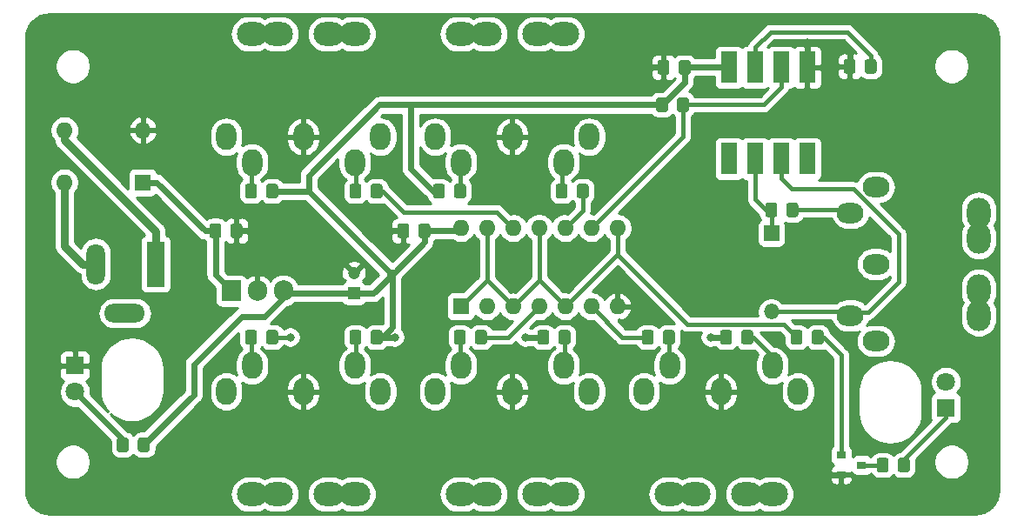
<source format=gbr>
G04 #@! TF.GenerationSoftware,KiCad,Pcbnew,(5.1.5-0-10_14)*
G04 #@! TF.CreationDate,2020-09-12T12:44:00+03:00*
G04 #@! TF.ProjectId,midi_splitter,6d696469-5f73-4706-9c69-747465722e6b,rev?*
G04 #@! TF.SameCoordinates,Original*
G04 #@! TF.FileFunction,Copper,L1,Top*
G04 #@! TF.FilePolarity,Positive*
%FSLAX46Y46*%
G04 Gerber Fmt 4.6, Leading zero omitted, Abs format (unit mm)*
G04 Created by KiCad (PCBNEW (5.1.5-0-10_14)) date 2020-09-12 12:44:00*
%MOMM*%
%LPD*%
G04 APERTURE LIST*
%ADD10O,3.000000X2.300000*%
%ADD11O,2.000000X2.600000*%
%ADD12O,2.300000X3.000000*%
%ADD13O,2.600000X2.000000*%
%ADD14C,0.100000*%
%ADD15O,4.000000X1.800000*%
%ADD16O,1.800000X4.000000*%
%ADD17R,1.800000X4.400000*%
%ADD18R,1.600000X3.100000*%
%ADD19R,1.905000X2.000000*%
%ADD20O,1.905000X2.000000*%
%ADD21R,1.200000X1.200000*%
%ADD22C,1.200000*%
%ADD23O,1.600000X1.600000*%
%ADD24R,1.600000X1.600000*%
%ADD25R,0.900000X0.800000*%
%ADD26R,1.800000X1.800000*%
%ADD27C,1.800000*%
%ADD28R,1.500000X1.500000*%
%ADD29O,1.500000X1.500000*%
%ADD30C,0.800000*%
%ADD31C,0.600000*%
%ADD32C,0.400000*%
%ADD33C,0.800000*%
%ADD34C,0.254000*%
G04 APERTURE END LIST*
D10*
X153000000Y-92600000D03*
X150500000Y-92600000D03*
X145500000Y-92600000D03*
X143000000Y-92600000D03*
D11*
X153000000Y-105100000D03*
X155500000Y-102600000D03*
X148000000Y-102600000D03*
X140500000Y-102600000D03*
X143000000Y-105100000D03*
D12*
X193400000Y-120000000D03*
X193400000Y-117500000D03*
X193400000Y-112500000D03*
X193400000Y-110000000D03*
D13*
X180900000Y-120000000D03*
X183400000Y-122500000D03*
X183400000Y-115000000D03*
X183400000Y-107500000D03*
X180900000Y-110000000D03*
D10*
X122680000Y-137400000D03*
X125180000Y-137400000D03*
X130180000Y-137400000D03*
X132680000Y-137400000D03*
D11*
X122680000Y-124900000D03*
X120180000Y-127400000D03*
X127680000Y-127400000D03*
X135180000Y-127400000D03*
X132680000Y-124900000D03*
D10*
X143000000Y-137400000D03*
X145500000Y-137400000D03*
X150500000Y-137400000D03*
X153000000Y-137400000D03*
D11*
X143000000Y-124900000D03*
X140500000Y-127400000D03*
X148000000Y-127400000D03*
X155500000Y-127400000D03*
X153000000Y-124900000D03*
D10*
X163320000Y-137400000D03*
X165820000Y-137400000D03*
X170820000Y-137400000D03*
X173320000Y-137400000D03*
D11*
X163320000Y-124900000D03*
X160820000Y-127400000D03*
X168320000Y-127400000D03*
X175820000Y-127400000D03*
X173320000Y-124900000D03*
D10*
X132680000Y-92600000D03*
X130180000Y-92600000D03*
X125180000Y-92600000D03*
X122680000Y-92600000D03*
D11*
X132680000Y-105100000D03*
X135180000Y-102600000D03*
X127680000Y-102600000D03*
X120180000Y-102600000D03*
X122680000Y-105100000D03*
G04 #@! TA.AperFunction,SMDPad,CuDef*
D14*
G36*
X165124505Y-95151204D02*
G01*
X165148773Y-95154804D01*
X165172572Y-95160765D01*
X165195671Y-95169030D01*
X165217850Y-95179520D01*
X165238893Y-95192132D01*
X165258599Y-95206747D01*
X165276777Y-95223223D01*
X165293253Y-95241401D01*
X165307868Y-95261107D01*
X165320480Y-95282150D01*
X165330970Y-95304329D01*
X165339235Y-95327428D01*
X165345196Y-95351227D01*
X165348796Y-95375495D01*
X165350000Y-95399999D01*
X165350000Y-96300001D01*
X165348796Y-96324505D01*
X165345196Y-96348773D01*
X165339235Y-96372572D01*
X165330970Y-96395671D01*
X165320480Y-96417850D01*
X165307868Y-96438893D01*
X165293253Y-96458599D01*
X165276777Y-96476777D01*
X165258599Y-96493253D01*
X165238893Y-96507868D01*
X165217850Y-96520480D01*
X165195671Y-96530970D01*
X165172572Y-96539235D01*
X165148773Y-96545196D01*
X165124505Y-96548796D01*
X165100001Y-96550000D01*
X164449999Y-96550000D01*
X164425495Y-96548796D01*
X164401227Y-96545196D01*
X164377428Y-96539235D01*
X164354329Y-96530970D01*
X164332150Y-96520480D01*
X164311107Y-96507868D01*
X164291401Y-96493253D01*
X164273223Y-96476777D01*
X164256747Y-96458599D01*
X164242132Y-96438893D01*
X164229520Y-96417850D01*
X164219030Y-96395671D01*
X164210765Y-96372572D01*
X164204804Y-96348773D01*
X164201204Y-96324505D01*
X164200000Y-96300001D01*
X164200000Y-95399999D01*
X164201204Y-95375495D01*
X164204804Y-95351227D01*
X164210765Y-95327428D01*
X164219030Y-95304329D01*
X164229520Y-95282150D01*
X164242132Y-95261107D01*
X164256747Y-95241401D01*
X164273223Y-95223223D01*
X164291401Y-95206747D01*
X164311107Y-95192132D01*
X164332150Y-95179520D01*
X164354329Y-95169030D01*
X164377428Y-95160765D01*
X164401227Y-95154804D01*
X164425495Y-95151204D01*
X164449999Y-95150000D01*
X165100001Y-95150000D01*
X165124505Y-95151204D01*
G37*
G04 #@! TD.AperFunction*
G04 #@! TA.AperFunction,SMDPad,CuDef*
G36*
X163074505Y-95151204D02*
G01*
X163098773Y-95154804D01*
X163122572Y-95160765D01*
X163145671Y-95169030D01*
X163167850Y-95179520D01*
X163188893Y-95192132D01*
X163208599Y-95206747D01*
X163226777Y-95223223D01*
X163243253Y-95241401D01*
X163257868Y-95261107D01*
X163270480Y-95282150D01*
X163280970Y-95304329D01*
X163289235Y-95327428D01*
X163295196Y-95351227D01*
X163298796Y-95375495D01*
X163300000Y-95399999D01*
X163300000Y-96300001D01*
X163298796Y-96324505D01*
X163295196Y-96348773D01*
X163289235Y-96372572D01*
X163280970Y-96395671D01*
X163270480Y-96417850D01*
X163257868Y-96438893D01*
X163243253Y-96458599D01*
X163226777Y-96476777D01*
X163208599Y-96493253D01*
X163188893Y-96507868D01*
X163167850Y-96520480D01*
X163145671Y-96530970D01*
X163122572Y-96539235D01*
X163098773Y-96545196D01*
X163074505Y-96548796D01*
X163050001Y-96550000D01*
X162399999Y-96550000D01*
X162375495Y-96548796D01*
X162351227Y-96545196D01*
X162327428Y-96539235D01*
X162304329Y-96530970D01*
X162282150Y-96520480D01*
X162261107Y-96507868D01*
X162241401Y-96493253D01*
X162223223Y-96476777D01*
X162206747Y-96458599D01*
X162192132Y-96438893D01*
X162179520Y-96417850D01*
X162169030Y-96395671D01*
X162160765Y-96372572D01*
X162154804Y-96348773D01*
X162151204Y-96324505D01*
X162150000Y-96300001D01*
X162150000Y-95399999D01*
X162151204Y-95375495D01*
X162154804Y-95351227D01*
X162160765Y-95327428D01*
X162169030Y-95304329D01*
X162179520Y-95282150D01*
X162192132Y-95261107D01*
X162206747Y-95241401D01*
X162223223Y-95223223D01*
X162241401Y-95206747D01*
X162261107Y-95192132D01*
X162282150Y-95179520D01*
X162304329Y-95169030D01*
X162327428Y-95160765D01*
X162351227Y-95154804D01*
X162375495Y-95151204D01*
X162399999Y-95150000D01*
X163050001Y-95150000D01*
X163074505Y-95151204D01*
G37*
G04 #@! TD.AperFunction*
G04 #@! TA.AperFunction,SMDPad,CuDef*
G36*
X137754505Y-111061204D02*
G01*
X137778773Y-111064804D01*
X137802572Y-111070765D01*
X137825671Y-111079030D01*
X137847850Y-111089520D01*
X137868893Y-111102132D01*
X137888599Y-111116747D01*
X137906777Y-111133223D01*
X137923253Y-111151401D01*
X137937868Y-111171107D01*
X137950480Y-111192150D01*
X137960970Y-111214329D01*
X137969235Y-111237428D01*
X137975196Y-111261227D01*
X137978796Y-111285495D01*
X137980000Y-111309999D01*
X137980000Y-112210001D01*
X137978796Y-112234505D01*
X137975196Y-112258773D01*
X137969235Y-112282572D01*
X137960970Y-112305671D01*
X137950480Y-112327850D01*
X137937868Y-112348893D01*
X137923253Y-112368599D01*
X137906777Y-112386777D01*
X137888599Y-112403253D01*
X137868893Y-112417868D01*
X137847850Y-112430480D01*
X137825671Y-112440970D01*
X137802572Y-112449235D01*
X137778773Y-112455196D01*
X137754505Y-112458796D01*
X137730001Y-112460000D01*
X137079999Y-112460000D01*
X137055495Y-112458796D01*
X137031227Y-112455196D01*
X137007428Y-112449235D01*
X136984329Y-112440970D01*
X136962150Y-112430480D01*
X136941107Y-112417868D01*
X136921401Y-112403253D01*
X136903223Y-112386777D01*
X136886747Y-112368599D01*
X136872132Y-112348893D01*
X136859520Y-112327850D01*
X136849030Y-112305671D01*
X136840765Y-112282572D01*
X136834804Y-112258773D01*
X136831204Y-112234505D01*
X136830000Y-112210001D01*
X136830000Y-111309999D01*
X136831204Y-111285495D01*
X136834804Y-111261227D01*
X136840765Y-111237428D01*
X136849030Y-111214329D01*
X136859520Y-111192150D01*
X136872132Y-111171107D01*
X136886747Y-111151401D01*
X136903223Y-111133223D01*
X136921401Y-111116747D01*
X136941107Y-111102132D01*
X136962150Y-111089520D01*
X136984329Y-111079030D01*
X137007428Y-111070765D01*
X137031227Y-111064804D01*
X137055495Y-111061204D01*
X137079999Y-111060000D01*
X137730001Y-111060000D01*
X137754505Y-111061204D01*
G37*
G04 #@! TD.AperFunction*
G04 #@! TA.AperFunction,SMDPad,CuDef*
G36*
X139804505Y-111061204D02*
G01*
X139828773Y-111064804D01*
X139852572Y-111070765D01*
X139875671Y-111079030D01*
X139897850Y-111089520D01*
X139918893Y-111102132D01*
X139938599Y-111116747D01*
X139956777Y-111133223D01*
X139973253Y-111151401D01*
X139987868Y-111171107D01*
X140000480Y-111192150D01*
X140010970Y-111214329D01*
X140019235Y-111237428D01*
X140025196Y-111261227D01*
X140028796Y-111285495D01*
X140030000Y-111309999D01*
X140030000Y-112210001D01*
X140028796Y-112234505D01*
X140025196Y-112258773D01*
X140019235Y-112282572D01*
X140010970Y-112305671D01*
X140000480Y-112327850D01*
X139987868Y-112348893D01*
X139973253Y-112368599D01*
X139956777Y-112386777D01*
X139938599Y-112403253D01*
X139918893Y-112417868D01*
X139897850Y-112430480D01*
X139875671Y-112440970D01*
X139852572Y-112449235D01*
X139828773Y-112455196D01*
X139804505Y-112458796D01*
X139780001Y-112460000D01*
X139129999Y-112460000D01*
X139105495Y-112458796D01*
X139081227Y-112455196D01*
X139057428Y-112449235D01*
X139034329Y-112440970D01*
X139012150Y-112430480D01*
X138991107Y-112417868D01*
X138971401Y-112403253D01*
X138953223Y-112386777D01*
X138936747Y-112368599D01*
X138922132Y-112348893D01*
X138909520Y-112327850D01*
X138899030Y-112305671D01*
X138890765Y-112282572D01*
X138884804Y-112258773D01*
X138881204Y-112234505D01*
X138880000Y-112210001D01*
X138880000Y-111309999D01*
X138881204Y-111285495D01*
X138884804Y-111261227D01*
X138890765Y-111237428D01*
X138899030Y-111214329D01*
X138909520Y-111192150D01*
X138922132Y-111171107D01*
X138936747Y-111151401D01*
X138953223Y-111133223D01*
X138971401Y-111116747D01*
X138991107Y-111102132D01*
X139012150Y-111089520D01*
X139034329Y-111079030D01*
X139057428Y-111070765D01*
X139081227Y-111064804D01*
X139105495Y-111061204D01*
X139129999Y-111060000D01*
X139780001Y-111060000D01*
X139804505Y-111061204D01*
G37*
G04 #@! TD.AperFunction*
G04 #@! TA.AperFunction,SMDPad,CuDef*
G36*
X119466505Y-111061204D02*
G01*
X119490773Y-111064804D01*
X119514572Y-111070765D01*
X119537671Y-111079030D01*
X119559850Y-111089520D01*
X119580893Y-111102132D01*
X119600599Y-111116747D01*
X119618777Y-111133223D01*
X119635253Y-111151401D01*
X119649868Y-111171107D01*
X119662480Y-111192150D01*
X119672970Y-111214329D01*
X119681235Y-111237428D01*
X119687196Y-111261227D01*
X119690796Y-111285495D01*
X119692000Y-111309999D01*
X119692000Y-112210001D01*
X119690796Y-112234505D01*
X119687196Y-112258773D01*
X119681235Y-112282572D01*
X119672970Y-112305671D01*
X119662480Y-112327850D01*
X119649868Y-112348893D01*
X119635253Y-112368599D01*
X119618777Y-112386777D01*
X119600599Y-112403253D01*
X119580893Y-112417868D01*
X119559850Y-112430480D01*
X119537671Y-112440970D01*
X119514572Y-112449235D01*
X119490773Y-112455196D01*
X119466505Y-112458796D01*
X119442001Y-112460000D01*
X118791999Y-112460000D01*
X118767495Y-112458796D01*
X118743227Y-112455196D01*
X118719428Y-112449235D01*
X118696329Y-112440970D01*
X118674150Y-112430480D01*
X118653107Y-112417868D01*
X118633401Y-112403253D01*
X118615223Y-112386777D01*
X118598747Y-112368599D01*
X118584132Y-112348893D01*
X118571520Y-112327850D01*
X118561030Y-112305671D01*
X118552765Y-112282572D01*
X118546804Y-112258773D01*
X118543204Y-112234505D01*
X118542000Y-112210001D01*
X118542000Y-111309999D01*
X118543204Y-111285495D01*
X118546804Y-111261227D01*
X118552765Y-111237428D01*
X118561030Y-111214329D01*
X118571520Y-111192150D01*
X118584132Y-111171107D01*
X118598747Y-111151401D01*
X118615223Y-111133223D01*
X118633401Y-111116747D01*
X118653107Y-111102132D01*
X118674150Y-111089520D01*
X118696329Y-111079030D01*
X118719428Y-111070765D01*
X118743227Y-111064804D01*
X118767495Y-111061204D01*
X118791999Y-111060000D01*
X119442001Y-111060000D01*
X119466505Y-111061204D01*
G37*
G04 #@! TD.AperFunction*
G04 #@! TA.AperFunction,SMDPad,CuDef*
G36*
X121516505Y-111061204D02*
G01*
X121540773Y-111064804D01*
X121564572Y-111070765D01*
X121587671Y-111079030D01*
X121609850Y-111089520D01*
X121630893Y-111102132D01*
X121650599Y-111116747D01*
X121668777Y-111133223D01*
X121685253Y-111151401D01*
X121699868Y-111171107D01*
X121712480Y-111192150D01*
X121722970Y-111214329D01*
X121731235Y-111237428D01*
X121737196Y-111261227D01*
X121740796Y-111285495D01*
X121742000Y-111309999D01*
X121742000Y-112210001D01*
X121740796Y-112234505D01*
X121737196Y-112258773D01*
X121731235Y-112282572D01*
X121722970Y-112305671D01*
X121712480Y-112327850D01*
X121699868Y-112348893D01*
X121685253Y-112368599D01*
X121668777Y-112386777D01*
X121650599Y-112403253D01*
X121630893Y-112417868D01*
X121609850Y-112430480D01*
X121587671Y-112440970D01*
X121564572Y-112449235D01*
X121540773Y-112455196D01*
X121516505Y-112458796D01*
X121492001Y-112460000D01*
X120841999Y-112460000D01*
X120817495Y-112458796D01*
X120793227Y-112455196D01*
X120769428Y-112449235D01*
X120746329Y-112440970D01*
X120724150Y-112430480D01*
X120703107Y-112417868D01*
X120683401Y-112403253D01*
X120665223Y-112386777D01*
X120648747Y-112368599D01*
X120634132Y-112348893D01*
X120621520Y-112327850D01*
X120611030Y-112305671D01*
X120602765Y-112282572D01*
X120596804Y-112258773D01*
X120593204Y-112234505D01*
X120592000Y-112210001D01*
X120592000Y-111309999D01*
X120593204Y-111285495D01*
X120596804Y-111261227D01*
X120602765Y-111237428D01*
X120611030Y-111214329D01*
X120621520Y-111192150D01*
X120634132Y-111171107D01*
X120648747Y-111151401D01*
X120665223Y-111133223D01*
X120683401Y-111116747D01*
X120703107Y-111102132D01*
X120724150Y-111089520D01*
X120746329Y-111079030D01*
X120769428Y-111070765D01*
X120793227Y-111064804D01*
X120817495Y-111061204D01*
X120841999Y-111060000D01*
X121492001Y-111060000D01*
X121516505Y-111061204D01*
G37*
G04 #@! TD.AperFunction*
D15*
X110300000Y-119800000D03*
D16*
X107500000Y-115000000D03*
D17*
X113300000Y-115000000D03*
G04 #@! TA.AperFunction,SMDPad,CuDef*
D14*
G36*
X164974505Y-98801204D02*
G01*
X164998773Y-98804804D01*
X165022572Y-98810765D01*
X165045671Y-98819030D01*
X165067850Y-98829520D01*
X165088893Y-98842132D01*
X165108599Y-98856747D01*
X165126777Y-98873223D01*
X165143253Y-98891401D01*
X165157868Y-98911107D01*
X165170480Y-98932150D01*
X165180970Y-98954329D01*
X165189235Y-98977428D01*
X165195196Y-99001227D01*
X165198796Y-99025495D01*
X165200000Y-99049999D01*
X165200000Y-99950001D01*
X165198796Y-99974505D01*
X165195196Y-99998773D01*
X165189235Y-100022572D01*
X165180970Y-100045671D01*
X165170480Y-100067850D01*
X165157868Y-100088893D01*
X165143253Y-100108599D01*
X165126777Y-100126777D01*
X165108599Y-100143253D01*
X165088893Y-100157868D01*
X165067850Y-100170480D01*
X165045671Y-100180970D01*
X165022572Y-100189235D01*
X164998773Y-100195196D01*
X164974505Y-100198796D01*
X164950001Y-100200000D01*
X164299999Y-100200000D01*
X164275495Y-100198796D01*
X164251227Y-100195196D01*
X164227428Y-100189235D01*
X164204329Y-100180970D01*
X164182150Y-100170480D01*
X164161107Y-100157868D01*
X164141401Y-100143253D01*
X164123223Y-100126777D01*
X164106747Y-100108599D01*
X164092132Y-100088893D01*
X164079520Y-100067850D01*
X164069030Y-100045671D01*
X164060765Y-100022572D01*
X164054804Y-99998773D01*
X164051204Y-99974505D01*
X164050000Y-99950001D01*
X164050000Y-99049999D01*
X164051204Y-99025495D01*
X164054804Y-99001227D01*
X164060765Y-98977428D01*
X164069030Y-98954329D01*
X164079520Y-98932150D01*
X164092132Y-98911107D01*
X164106747Y-98891401D01*
X164123223Y-98873223D01*
X164141401Y-98856747D01*
X164161107Y-98842132D01*
X164182150Y-98829520D01*
X164204329Y-98819030D01*
X164227428Y-98810765D01*
X164251227Y-98804804D01*
X164275495Y-98801204D01*
X164299999Y-98800000D01*
X164950001Y-98800000D01*
X164974505Y-98801204D01*
G37*
G04 #@! TD.AperFunction*
G04 #@! TA.AperFunction,SMDPad,CuDef*
G36*
X162924505Y-98801204D02*
G01*
X162948773Y-98804804D01*
X162972572Y-98810765D01*
X162995671Y-98819030D01*
X163017850Y-98829520D01*
X163038893Y-98842132D01*
X163058599Y-98856747D01*
X163076777Y-98873223D01*
X163093253Y-98891401D01*
X163107868Y-98911107D01*
X163120480Y-98932150D01*
X163130970Y-98954329D01*
X163139235Y-98977428D01*
X163145196Y-99001227D01*
X163148796Y-99025495D01*
X163150000Y-99049999D01*
X163150000Y-99950001D01*
X163148796Y-99974505D01*
X163145196Y-99998773D01*
X163139235Y-100022572D01*
X163130970Y-100045671D01*
X163120480Y-100067850D01*
X163107868Y-100088893D01*
X163093253Y-100108599D01*
X163076777Y-100126777D01*
X163058599Y-100143253D01*
X163038893Y-100157868D01*
X163017850Y-100170480D01*
X162995671Y-100180970D01*
X162972572Y-100189235D01*
X162948773Y-100195196D01*
X162924505Y-100198796D01*
X162900001Y-100200000D01*
X162249999Y-100200000D01*
X162225495Y-100198796D01*
X162201227Y-100195196D01*
X162177428Y-100189235D01*
X162154329Y-100180970D01*
X162132150Y-100170480D01*
X162111107Y-100157868D01*
X162091401Y-100143253D01*
X162073223Y-100126777D01*
X162056747Y-100108599D01*
X162042132Y-100088893D01*
X162029520Y-100067850D01*
X162019030Y-100045671D01*
X162010765Y-100022572D01*
X162004804Y-99998773D01*
X162001204Y-99974505D01*
X162000000Y-99950001D01*
X162000000Y-99049999D01*
X162001204Y-99025495D01*
X162004804Y-99001227D01*
X162010765Y-98977428D01*
X162019030Y-98954329D01*
X162029520Y-98932150D01*
X162042132Y-98911107D01*
X162056747Y-98891401D01*
X162073223Y-98873223D01*
X162091401Y-98856747D01*
X162111107Y-98842132D01*
X162132150Y-98829520D01*
X162154329Y-98819030D01*
X162177428Y-98810765D01*
X162201227Y-98804804D01*
X162225495Y-98801204D01*
X162249999Y-98800000D01*
X162900001Y-98800000D01*
X162924505Y-98801204D01*
G37*
G04 #@! TD.AperFunction*
G04 #@! TA.AperFunction,SMDPad,CuDef*
G36*
X124990505Y-121413204D02*
G01*
X125014773Y-121416804D01*
X125038572Y-121422765D01*
X125061671Y-121431030D01*
X125083850Y-121441520D01*
X125104893Y-121454132D01*
X125124599Y-121468747D01*
X125142777Y-121485223D01*
X125159253Y-121503401D01*
X125173868Y-121523107D01*
X125186480Y-121544150D01*
X125196970Y-121566329D01*
X125205235Y-121589428D01*
X125211196Y-121613227D01*
X125214796Y-121637495D01*
X125216000Y-121661999D01*
X125216000Y-122562001D01*
X125214796Y-122586505D01*
X125211196Y-122610773D01*
X125205235Y-122634572D01*
X125196970Y-122657671D01*
X125186480Y-122679850D01*
X125173868Y-122700893D01*
X125159253Y-122720599D01*
X125142777Y-122738777D01*
X125124599Y-122755253D01*
X125104893Y-122769868D01*
X125083850Y-122782480D01*
X125061671Y-122792970D01*
X125038572Y-122801235D01*
X125014773Y-122807196D01*
X124990505Y-122810796D01*
X124966001Y-122812000D01*
X124315999Y-122812000D01*
X124291495Y-122810796D01*
X124267227Y-122807196D01*
X124243428Y-122801235D01*
X124220329Y-122792970D01*
X124198150Y-122782480D01*
X124177107Y-122769868D01*
X124157401Y-122755253D01*
X124139223Y-122738777D01*
X124122747Y-122720599D01*
X124108132Y-122700893D01*
X124095520Y-122679850D01*
X124085030Y-122657671D01*
X124076765Y-122634572D01*
X124070804Y-122610773D01*
X124067204Y-122586505D01*
X124066000Y-122562001D01*
X124066000Y-121661999D01*
X124067204Y-121637495D01*
X124070804Y-121613227D01*
X124076765Y-121589428D01*
X124085030Y-121566329D01*
X124095520Y-121544150D01*
X124108132Y-121523107D01*
X124122747Y-121503401D01*
X124139223Y-121485223D01*
X124157401Y-121468747D01*
X124177107Y-121454132D01*
X124198150Y-121441520D01*
X124220329Y-121431030D01*
X124243428Y-121422765D01*
X124267227Y-121416804D01*
X124291495Y-121413204D01*
X124315999Y-121412000D01*
X124966001Y-121412000D01*
X124990505Y-121413204D01*
G37*
G04 #@! TD.AperFunction*
G04 #@! TA.AperFunction,SMDPad,CuDef*
G36*
X122940505Y-121413204D02*
G01*
X122964773Y-121416804D01*
X122988572Y-121422765D01*
X123011671Y-121431030D01*
X123033850Y-121441520D01*
X123054893Y-121454132D01*
X123074599Y-121468747D01*
X123092777Y-121485223D01*
X123109253Y-121503401D01*
X123123868Y-121523107D01*
X123136480Y-121544150D01*
X123146970Y-121566329D01*
X123155235Y-121589428D01*
X123161196Y-121613227D01*
X123164796Y-121637495D01*
X123166000Y-121661999D01*
X123166000Y-122562001D01*
X123164796Y-122586505D01*
X123161196Y-122610773D01*
X123155235Y-122634572D01*
X123146970Y-122657671D01*
X123136480Y-122679850D01*
X123123868Y-122700893D01*
X123109253Y-122720599D01*
X123092777Y-122738777D01*
X123074599Y-122755253D01*
X123054893Y-122769868D01*
X123033850Y-122782480D01*
X123011671Y-122792970D01*
X122988572Y-122801235D01*
X122964773Y-122807196D01*
X122940505Y-122810796D01*
X122916001Y-122812000D01*
X122265999Y-122812000D01*
X122241495Y-122810796D01*
X122217227Y-122807196D01*
X122193428Y-122801235D01*
X122170329Y-122792970D01*
X122148150Y-122782480D01*
X122127107Y-122769868D01*
X122107401Y-122755253D01*
X122089223Y-122738777D01*
X122072747Y-122720599D01*
X122058132Y-122700893D01*
X122045520Y-122679850D01*
X122035030Y-122657671D01*
X122026765Y-122634572D01*
X122020804Y-122610773D01*
X122017204Y-122586505D01*
X122016000Y-122562001D01*
X122016000Y-121661999D01*
X122017204Y-121637495D01*
X122020804Y-121613227D01*
X122026765Y-121589428D01*
X122035030Y-121566329D01*
X122045520Y-121544150D01*
X122058132Y-121523107D01*
X122072747Y-121503401D01*
X122089223Y-121485223D01*
X122107401Y-121468747D01*
X122127107Y-121454132D01*
X122148150Y-121441520D01*
X122170329Y-121431030D01*
X122193428Y-121422765D01*
X122217227Y-121416804D01*
X122241495Y-121413204D01*
X122265999Y-121412000D01*
X122916001Y-121412000D01*
X122940505Y-121413204D01*
G37*
G04 #@! TD.AperFunction*
G04 #@! TA.AperFunction,SMDPad,CuDef*
G36*
X135150505Y-121413204D02*
G01*
X135174773Y-121416804D01*
X135198572Y-121422765D01*
X135221671Y-121431030D01*
X135243850Y-121441520D01*
X135264893Y-121454132D01*
X135284599Y-121468747D01*
X135302777Y-121485223D01*
X135319253Y-121503401D01*
X135333868Y-121523107D01*
X135346480Y-121544150D01*
X135356970Y-121566329D01*
X135365235Y-121589428D01*
X135371196Y-121613227D01*
X135374796Y-121637495D01*
X135376000Y-121661999D01*
X135376000Y-122562001D01*
X135374796Y-122586505D01*
X135371196Y-122610773D01*
X135365235Y-122634572D01*
X135356970Y-122657671D01*
X135346480Y-122679850D01*
X135333868Y-122700893D01*
X135319253Y-122720599D01*
X135302777Y-122738777D01*
X135284599Y-122755253D01*
X135264893Y-122769868D01*
X135243850Y-122782480D01*
X135221671Y-122792970D01*
X135198572Y-122801235D01*
X135174773Y-122807196D01*
X135150505Y-122810796D01*
X135126001Y-122812000D01*
X134475999Y-122812000D01*
X134451495Y-122810796D01*
X134427227Y-122807196D01*
X134403428Y-122801235D01*
X134380329Y-122792970D01*
X134358150Y-122782480D01*
X134337107Y-122769868D01*
X134317401Y-122755253D01*
X134299223Y-122738777D01*
X134282747Y-122720599D01*
X134268132Y-122700893D01*
X134255520Y-122679850D01*
X134245030Y-122657671D01*
X134236765Y-122634572D01*
X134230804Y-122610773D01*
X134227204Y-122586505D01*
X134226000Y-122562001D01*
X134226000Y-121661999D01*
X134227204Y-121637495D01*
X134230804Y-121613227D01*
X134236765Y-121589428D01*
X134245030Y-121566329D01*
X134255520Y-121544150D01*
X134268132Y-121523107D01*
X134282747Y-121503401D01*
X134299223Y-121485223D01*
X134317401Y-121468747D01*
X134337107Y-121454132D01*
X134358150Y-121441520D01*
X134380329Y-121431030D01*
X134403428Y-121422765D01*
X134427227Y-121416804D01*
X134451495Y-121413204D01*
X134475999Y-121412000D01*
X135126001Y-121412000D01*
X135150505Y-121413204D01*
G37*
G04 #@! TD.AperFunction*
G04 #@! TA.AperFunction,SMDPad,CuDef*
G36*
X133100505Y-121413204D02*
G01*
X133124773Y-121416804D01*
X133148572Y-121422765D01*
X133171671Y-121431030D01*
X133193850Y-121441520D01*
X133214893Y-121454132D01*
X133234599Y-121468747D01*
X133252777Y-121485223D01*
X133269253Y-121503401D01*
X133283868Y-121523107D01*
X133296480Y-121544150D01*
X133306970Y-121566329D01*
X133315235Y-121589428D01*
X133321196Y-121613227D01*
X133324796Y-121637495D01*
X133326000Y-121661999D01*
X133326000Y-122562001D01*
X133324796Y-122586505D01*
X133321196Y-122610773D01*
X133315235Y-122634572D01*
X133306970Y-122657671D01*
X133296480Y-122679850D01*
X133283868Y-122700893D01*
X133269253Y-122720599D01*
X133252777Y-122738777D01*
X133234599Y-122755253D01*
X133214893Y-122769868D01*
X133193850Y-122782480D01*
X133171671Y-122792970D01*
X133148572Y-122801235D01*
X133124773Y-122807196D01*
X133100505Y-122810796D01*
X133076001Y-122812000D01*
X132425999Y-122812000D01*
X132401495Y-122810796D01*
X132377227Y-122807196D01*
X132353428Y-122801235D01*
X132330329Y-122792970D01*
X132308150Y-122782480D01*
X132287107Y-122769868D01*
X132267401Y-122755253D01*
X132249223Y-122738777D01*
X132232747Y-122720599D01*
X132218132Y-122700893D01*
X132205520Y-122679850D01*
X132195030Y-122657671D01*
X132186765Y-122634572D01*
X132180804Y-122610773D01*
X132177204Y-122586505D01*
X132176000Y-122562001D01*
X132176000Y-121661999D01*
X132177204Y-121637495D01*
X132180804Y-121613227D01*
X132186765Y-121589428D01*
X132195030Y-121566329D01*
X132205520Y-121544150D01*
X132218132Y-121523107D01*
X132232747Y-121503401D01*
X132249223Y-121485223D01*
X132267401Y-121468747D01*
X132287107Y-121454132D01*
X132308150Y-121441520D01*
X132330329Y-121431030D01*
X132353428Y-121422765D01*
X132377227Y-121416804D01*
X132401495Y-121413204D01*
X132425999Y-121412000D01*
X133076001Y-121412000D01*
X133100505Y-121413204D01*
G37*
G04 #@! TD.AperFunction*
G04 #@! TA.AperFunction,SMDPad,CuDef*
G36*
X173568505Y-109029204D02*
G01*
X173592773Y-109032804D01*
X173616572Y-109038765D01*
X173639671Y-109047030D01*
X173661850Y-109057520D01*
X173682893Y-109070132D01*
X173702599Y-109084747D01*
X173720777Y-109101223D01*
X173737253Y-109119401D01*
X173751868Y-109139107D01*
X173764480Y-109160150D01*
X173774970Y-109182329D01*
X173783235Y-109205428D01*
X173789196Y-109229227D01*
X173792796Y-109253495D01*
X173794000Y-109277999D01*
X173794000Y-110178001D01*
X173792796Y-110202505D01*
X173789196Y-110226773D01*
X173783235Y-110250572D01*
X173774970Y-110273671D01*
X173764480Y-110295850D01*
X173751868Y-110316893D01*
X173737253Y-110336599D01*
X173720777Y-110354777D01*
X173702599Y-110371253D01*
X173682893Y-110385868D01*
X173661850Y-110398480D01*
X173639671Y-110408970D01*
X173616572Y-110417235D01*
X173592773Y-110423196D01*
X173568505Y-110426796D01*
X173544001Y-110428000D01*
X172893999Y-110428000D01*
X172869495Y-110426796D01*
X172845227Y-110423196D01*
X172821428Y-110417235D01*
X172798329Y-110408970D01*
X172776150Y-110398480D01*
X172755107Y-110385868D01*
X172735401Y-110371253D01*
X172717223Y-110354777D01*
X172700747Y-110336599D01*
X172686132Y-110316893D01*
X172673520Y-110295850D01*
X172663030Y-110273671D01*
X172654765Y-110250572D01*
X172648804Y-110226773D01*
X172645204Y-110202505D01*
X172644000Y-110178001D01*
X172644000Y-109277999D01*
X172645204Y-109253495D01*
X172648804Y-109229227D01*
X172654765Y-109205428D01*
X172663030Y-109182329D01*
X172673520Y-109160150D01*
X172686132Y-109139107D01*
X172700747Y-109119401D01*
X172717223Y-109101223D01*
X172735401Y-109084747D01*
X172755107Y-109070132D01*
X172776150Y-109057520D01*
X172798329Y-109047030D01*
X172821428Y-109038765D01*
X172845227Y-109032804D01*
X172869495Y-109029204D01*
X172893999Y-109028000D01*
X173544001Y-109028000D01*
X173568505Y-109029204D01*
G37*
G04 #@! TD.AperFunction*
G04 #@! TA.AperFunction,SMDPad,CuDef*
G36*
X175618505Y-109029204D02*
G01*
X175642773Y-109032804D01*
X175666572Y-109038765D01*
X175689671Y-109047030D01*
X175711850Y-109057520D01*
X175732893Y-109070132D01*
X175752599Y-109084747D01*
X175770777Y-109101223D01*
X175787253Y-109119401D01*
X175801868Y-109139107D01*
X175814480Y-109160150D01*
X175824970Y-109182329D01*
X175833235Y-109205428D01*
X175839196Y-109229227D01*
X175842796Y-109253495D01*
X175844000Y-109277999D01*
X175844000Y-110178001D01*
X175842796Y-110202505D01*
X175839196Y-110226773D01*
X175833235Y-110250572D01*
X175824970Y-110273671D01*
X175814480Y-110295850D01*
X175801868Y-110316893D01*
X175787253Y-110336599D01*
X175770777Y-110354777D01*
X175752599Y-110371253D01*
X175732893Y-110385868D01*
X175711850Y-110398480D01*
X175689671Y-110408970D01*
X175666572Y-110417235D01*
X175642773Y-110423196D01*
X175618505Y-110426796D01*
X175594001Y-110428000D01*
X174943999Y-110428000D01*
X174919495Y-110426796D01*
X174895227Y-110423196D01*
X174871428Y-110417235D01*
X174848329Y-110408970D01*
X174826150Y-110398480D01*
X174805107Y-110385868D01*
X174785401Y-110371253D01*
X174767223Y-110354777D01*
X174750747Y-110336599D01*
X174736132Y-110316893D01*
X174723520Y-110295850D01*
X174713030Y-110273671D01*
X174704765Y-110250572D01*
X174698804Y-110226773D01*
X174695204Y-110202505D01*
X174694000Y-110178001D01*
X174694000Y-109277999D01*
X174695204Y-109253495D01*
X174698804Y-109229227D01*
X174704765Y-109205428D01*
X174713030Y-109182329D01*
X174723520Y-109160150D01*
X174736132Y-109139107D01*
X174750747Y-109119401D01*
X174767223Y-109101223D01*
X174785401Y-109084747D01*
X174805107Y-109070132D01*
X174826150Y-109057520D01*
X174848329Y-109047030D01*
X174871428Y-109038765D01*
X174895227Y-109032804D01*
X174919495Y-109029204D01*
X174943999Y-109028000D01*
X175594001Y-109028000D01*
X175618505Y-109029204D01*
G37*
G04 #@! TD.AperFunction*
G04 #@! TA.AperFunction,SMDPad,CuDef*
G36*
X183238505Y-95059204D02*
G01*
X183262773Y-95062804D01*
X183286572Y-95068765D01*
X183309671Y-95077030D01*
X183331850Y-95087520D01*
X183352893Y-95100132D01*
X183372599Y-95114747D01*
X183390777Y-95131223D01*
X183407253Y-95149401D01*
X183421868Y-95169107D01*
X183434480Y-95190150D01*
X183444970Y-95212329D01*
X183453235Y-95235428D01*
X183459196Y-95259227D01*
X183462796Y-95283495D01*
X183464000Y-95307999D01*
X183464000Y-96208001D01*
X183462796Y-96232505D01*
X183459196Y-96256773D01*
X183453235Y-96280572D01*
X183444970Y-96303671D01*
X183434480Y-96325850D01*
X183421868Y-96346893D01*
X183407253Y-96366599D01*
X183390777Y-96384777D01*
X183372599Y-96401253D01*
X183352893Y-96415868D01*
X183331850Y-96428480D01*
X183309671Y-96438970D01*
X183286572Y-96447235D01*
X183262773Y-96453196D01*
X183238505Y-96456796D01*
X183214001Y-96458000D01*
X182563999Y-96458000D01*
X182539495Y-96456796D01*
X182515227Y-96453196D01*
X182491428Y-96447235D01*
X182468329Y-96438970D01*
X182446150Y-96428480D01*
X182425107Y-96415868D01*
X182405401Y-96401253D01*
X182387223Y-96384777D01*
X182370747Y-96366599D01*
X182356132Y-96346893D01*
X182343520Y-96325850D01*
X182333030Y-96303671D01*
X182324765Y-96280572D01*
X182318804Y-96256773D01*
X182315204Y-96232505D01*
X182314000Y-96208001D01*
X182314000Y-95307999D01*
X182315204Y-95283495D01*
X182318804Y-95259227D01*
X182324765Y-95235428D01*
X182333030Y-95212329D01*
X182343520Y-95190150D01*
X182356132Y-95169107D01*
X182370747Y-95149401D01*
X182387223Y-95131223D01*
X182405401Y-95114747D01*
X182425107Y-95100132D01*
X182446150Y-95087520D01*
X182468329Y-95077030D01*
X182491428Y-95068765D01*
X182515227Y-95062804D01*
X182539495Y-95059204D01*
X182563999Y-95058000D01*
X183214001Y-95058000D01*
X183238505Y-95059204D01*
G37*
G04 #@! TD.AperFunction*
G04 #@! TA.AperFunction,SMDPad,CuDef*
G36*
X181188505Y-95059204D02*
G01*
X181212773Y-95062804D01*
X181236572Y-95068765D01*
X181259671Y-95077030D01*
X181281850Y-95087520D01*
X181302893Y-95100132D01*
X181322599Y-95114747D01*
X181340777Y-95131223D01*
X181357253Y-95149401D01*
X181371868Y-95169107D01*
X181384480Y-95190150D01*
X181394970Y-95212329D01*
X181403235Y-95235428D01*
X181409196Y-95259227D01*
X181412796Y-95283495D01*
X181414000Y-95307999D01*
X181414000Y-96208001D01*
X181412796Y-96232505D01*
X181409196Y-96256773D01*
X181403235Y-96280572D01*
X181394970Y-96303671D01*
X181384480Y-96325850D01*
X181371868Y-96346893D01*
X181357253Y-96366599D01*
X181340777Y-96384777D01*
X181322599Y-96401253D01*
X181302893Y-96415868D01*
X181281850Y-96428480D01*
X181259671Y-96438970D01*
X181236572Y-96447235D01*
X181212773Y-96453196D01*
X181188505Y-96456796D01*
X181164001Y-96458000D01*
X180513999Y-96458000D01*
X180489495Y-96456796D01*
X180465227Y-96453196D01*
X180441428Y-96447235D01*
X180418329Y-96438970D01*
X180396150Y-96428480D01*
X180375107Y-96415868D01*
X180355401Y-96401253D01*
X180337223Y-96384777D01*
X180320747Y-96366599D01*
X180306132Y-96346893D01*
X180293520Y-96325850D01*
X180283030Y-96303671D01*
X180274765Y-96280572D01*
X180268804Y-96256773D01*
X180265204Y-96232505D01*
X180264000Y-96208001D01*
X180264000Y-95307999D01*
X180265204Y-95283495D01*
X180268804Y-95259227D01*
X180274765Y-95235428D01*
X180283030Y-95212329D01*
X180293520Y-95190150D01*
X180306132Y-95169107D01*
X180320747Y-95149401D01*
X180337223Y-95131223D01*
X180355401Y-95114747D01*
X180375107Y-95100132D01*
X180396150Y-95087520D01*
X180418329Y-95077030D01*
X180441428Y-95068765D01*
X180465227Y-95062804D01*
X180489495Y-95059204D01*
X180513999Y-95058000D01*
X181164001Y-95058000D01*
X181188505Y-95059204D01*
G37*
G04 #@! TD.AperFunction*
G04 #@! TA.AperFunction,SMDPad,CuDef*
G36*
X145310505Y-121413204D02*
G01*
X145334773Y-121416804D01*
X145358572Y-121422765D01*
X145381671Y-121431030D01*
X145403850Y-121441520D01*
X145424893Y-121454132D01*
X145444599Y-121468747D01*
X145462777Y-121485223D01*
X145479253Y-121503401D01*
X145493868Y-121523107D01*
X145506480Y-121544150D01*
X145516970Y-121566329D01*
X145525235Y-121589428D01*
X145531196Y-121613227D01*
X145534796Y-121637495D01*
X145536000Y-121661999D01*
X145536000Y-122562001D01*
X145534796Y-122586505D01*
X145531196Y-122610773D01*
X145525235Y-122634572D01*
X145516970Y-122657671D01*
X145506480Y-122679850D01*
X145493868Y-122700893D01*
X145479253Y-122720599D01*
X145462777Y-122738777D01*
X145444599Y-122755253D01*
X145424893Y-122769868D01*
X145403850Y-122782480D01*
X145381671Y-122792970D01*
X145358572Y-122801235D01*
X145334773Y-122807196D01*
X145310505Y-122810796D01*
X145286001Y-122812000D01*
X144635999Y-122812000D01*
X144611495Y-122810796D01*
X144587227Y-122807196D01*
X144563428Y-122801235D01*
X144540329Y-122792970D01*
X144518150Y-122782480D01*
X144497107Y-122769868D01*
X144477401Y-122755253D01*
X144459223Y-122738777D01*
X144442747Y-122720599D01*
X144428132Y-122700893D01*
X144415520Y-122679850D01*
X144405030Y-122657671D01*
X144396765Y-122634572D01*
X144390804Y-122610773D01*
X144387204Y-122586505D01*
X144386000Y-122562001D01*
X144386000Y-121661999D01*
X144387204Y-121637495D01*
X144390804Y-121613227D01*
X144396765Y-121589428D01*
X144405030Y-121566329D01*
X144415520Y-121544150D01*
X144428132Y-121523107D01*
X144442747Y-121503401D01*
X144459223Y-121485223D01*
X144477401Y-121468747D01*
X144497107Y-121454132D01*
X144518150Y-121441520D01*
X144540329Y-121431030D01*
X144563428Y-121422765D01*
X144587227Y-121416804D01*
X144611495Y-121413204D01*
X144635999Y-121412000D01*
X145286001Y-121412000D01*
X145310505Y-121413204D01*
G37*
G04 #@! TD.AperFunction*
G04 #@! TA.AperFunction,SMDPad,CuDef*
G36*
X143260505Y-121413204D02*
G01*
X143284773Y-121416804D01*
X143308572Y-121422765D01*
X143331671Y-121431030D01*
X143353850Y-121441520D01*
X143374893Y-121454132D01*
X143394599Y-121468747D01*
X143412777Y-121485223D01*
X143429253Y-121503401D01*
X143443868Y-121523107D01*
X143456480Y-121544150D01*
X143466970Y-121566329D01*
X143475235Y-121589428D01*
X143481196Y-121613227D01*
X143484796Y-121637495D01*
X143486000Y-121661999D01*
X143486000Y-122562001D01*
X143484796Y-122586505D01*
X143481196Y-122610773D01*
X143475235Y-122634572D01*
X143466970Y-122657671D01*
X143456480Y-122679850D01*
X143443868Y-122700893D01*
X143429253Y-122720599D01*
X143412777Y-122738777D01*
X143394599Y-122755253D01*
X143374893Y-122769868D01*
X143353850Y-122782480D01*
X143331671Y-122792970D01*
X143308572Y-122801235D01*
X143284773Y-122807196D01*
X143260505Y-122810796D01*
X143236001Y-122812000D01*
X142585999Y-122812000D01*
X142561495Y-122810796D01*
X142537227Y-122807196D01*
X142513428Y-122801235D01*
X142490329Y-122792970D01*
X142468150Y-122782480D01*
X142447107Y-122769868D01*
X142427401Y-122755253D01*
X142409223Y-122738777D01*
X142392747Y-122720599D01*
X142378132Y-122700893D01*
X142365520Y-122679850D01*
X142355030Y-122657671D01*
X142346765Y-122634572D01*
X142340804Y-122610773D01*
X142337204Y-122586505D01*
X142336000Y-122562001D01*
X142336000Y-121661999D01*
X142337204Y-121637495D01*
X142340804Y-121613227D01*
X142346765Y-121589428D01*
X142355030Y-121566329D01*
X142365520Y-121544150D01*
X142378132Y-121523107D01*
X142392747Y-121503401D01*
X142409223Y-121485223D01*
X142427401Y-121468747D01*
X142447107Y-121454132D01*
X142468150Y-121441520D01*
X142490329Y-121431030D01*
X142513428Y-121422765D01*
X142537227Y-121416804D01*
X142561495Y-121413204D01*
X142585999Y-121412000D01*
X143236001Y-121412000D01*
X143260505Y-121413204D01*
G37*
G04 #@! TD.AperFunction*
G04 #@! TA.AperFunction,SMDPad,CuDef*
G36*
X151388505Y-121413204D02*
G01*
X151412773Y-121416804D01*
X151436572Y-121422765D01*
X151459671Y-121431030D01*
X151481850Y-121441520D01*
X151502893Y-121454132D01*
X151522599Y-121468747D01*
X151540777Y-121485223D01*
X151557253Y-121503401D01*
X151571868Y-121523107D01*
X151584480Y-121544150D01*
X151594970Y-121566329D01*
X151603235Y-121589428D01*
X151609196Y-121613227D01*
X151612796Y-121637495D01*
X151614000Y-121661999D01*
X151614000Y-122562001D01*
X151612796Y-122586505D01*
X151609196Y-122610773D01*
X151603235Y-122634572D01*
X151594970Y-122657671D01*
X151584480Y-122679850D01*
X151571868Y-122700893D01*
X151557253Y-122720599D01*
X151540777Y-122738777D01*
X151522599Y-122755253D01*
X151502893Y-122769868D01*
X151481850Y-122782480D01*
X151459671Y-122792970D01*
X151436572Y-122801235D01*
X151412773Y-122807196D01*
X151388505Y-122810796D01*
X151364001Y-122812000D01*
X150713999Y-122812000D01*
X150689495Y-122810796D01*
X150665227Y-122807196D01*
X150641428Y-122801235D01*
X150618329Y-122792970D01*
X150596150Y-122782480D01*
X150575107Y-122769868D01*
X150555401Y-122755253D01*
X150537223Y-122738777D01*
X150520747Y-122720599D01*
X150506132Y-122700893D01*
X150493520Y-122679850D01*
X150483030Y-122657671D01*
X150474765Y-122634572D01*
X150468804Y-122610773D01*
X150465204Y-122586505D01*
X150464000Y-122562001D01*
X150464000Y-121661999D01*
X150465204Y-121637495D01*
X150468804Y-121613227D01*
X150474765Y-121589428D01*
X150483030Y-121566329D01*
X150493520Y-121544150D01*
X150506132Y-121523107D01*
X150520747Y-121503401D01*
X150537223Y-121485223D01*
X150555401Y-121468747D01*
X150575107Y-121454132D01*
X150596150Y-121441520D01*
X150618329Y-121431030D01*
X150641428Y-121422765D01*
X150665227Y-121416804D01*
X150689495Y-121413204D01*
X150713999Y-121412000D01*
X151364001Y-121412000D01*
X151388505Y-121413204D01*
G37*
G04 #@! TD.AperFunction*
G04 #@! TA.AperFunction,SMDPad,CuDef*
G36*
X153438505Y-121413204D02*
G01*
X153462773Y-121416804D01*
X153486572Y-121422765D01*
X153509671Y-121431030D01*
X153531850Y-121441520D01*
X153552893Y-121454132D01*
X153572599Y-121468747D01*
X153590777Y-121485223D01*
X153607253Y-121503401D01*
X153621868Y-121523107D01*
X153634480Y-121544150D01*
X153644970Y-121566329D01*
X153653235Y-121589428D01*
X153659196Y-121613227D01*
X153662796Y-121637495D01*
X153664000Y-121661999D01*
X153664000Y-122562001D01*
X153662796Y-122586505D01*
X153659196Y-122610773D01*
X153653235Y-122634572D01*
X153644970Y-122657671D01*
X153634480Y-122679850D01*
X153621868Y-122700893D01*
X153607253Y-122720599D01*
X153590777Y-122738777D01*
X153572599Y-122755253D01*
X153552893Y-122769868D01*
X153531850Y-122782480D01*
X153509671Y-122792970D01*
X153486572Y-122801235D01*
X153462773Y-122807196D01*
X153438505Y-122810796D01*
X153414001Y-122812000D01*
X152763999Y-122812000D01*
X152739495Y-122810796D01*
X152715227Y-122807196D01*
X152691428Y-122801235D01*
X152668329Y-122792970D01*
X152646150Y-122782480D01*
X152625107Y-122769868D01*
X152605401Y-122755253D01*
X152587223Y-122738777D01*
X152570747Y-122720599D01*
X152556132Y-122700893D01*
X152543520Y-122679850D01*
X152533030Y-122657671D01*
X152524765Y-122634572D01*
X152518804Y-122610773D01*
X152515204Y-122586505D01*
X152514000Y-122562001D01*
X152514000Y-121661999D01*
X152515204Y-121637495D01*
X152518804Y-121613227D01*
X152524765Y-121589428D01*
X152533030Y-121566329D01*
X152543520Y-121544150D01*
X152556132Y-121523107D01*
X152570747Y-121503401D01*
X152587223Y-121485223D01*
X152605401Y-121468747D01*
X152625107Y-121454132D01*
X152646150Y-121441520D01*
X152668329Y-121431030D01*
X152691428Y-121422765D01*
X152715227Y-121416804D01*
X152739495Y-121413204D01*
X152763999Y-121412000D01*
X153414001Y-121412000D01*
X153438505Y-121413204D01*
G37*
G04 #@! TD.AperFunction*
G04 #@! TA.AperFunction,SMDPad,CuDef*
G36*
X161548505Y-121413204D02*
G01*
X161572773Y-121416804D01*
X161596572Y-121422765D01*
X161619671Y-121431030D01*
X161641850Y-121441520D01*
X161662893Y-121454132D01*
X161682599Y-121468747D01*
X161700777Y-121485223D01*
X161717253Y-121503401D01*
X161731868Y-121523107D01*
X161744480Y-121544150D01*
X161754970Y-121566329D01*
X161763235Y-121589428D01*
X161769196Y-121613227D01*
X161772796Y-121637495D01*
X161774000Y-121661999D01*
X161774000Y-122562001D01*
X161772796Y-122586505D01*
X161769196Y-122610773D01*
X161763235Y-122634572D01*
X161754970Y-122657671D01*
X161744480Y-122679850D01*
X161731868Y-122700893D01*
X161717253Y-122720599D01*
X161700777Y-122738777D01*
X161682599Y-122755253D01*
X161662893Y-122769868D01*
X161641850Y-122782480D01*
X161619671Y-122792970D01*
X161596572Y-122801235D01*
X161572773Y-122807196D01*
X161548505Y-122810796D01*
X161524001Y-122812000D01*
X160873999Y-122812000D01*
X160849495Y-122810796D01*
X160825227Y-122807196D01*
X160801428Y-122801235D01*
X160778329Y-122792970D01*
X160756150Y-122782480D01*
X160735107Y-122769868D01*
X160715401Y-122755253D01*
X160697223Y-122738777D01*
X160680747Y-122720599D01*
X160666132Y-122700893D01*
X160653520Y-122679850D01*
X160643030Y-122657671D01*
X160634765Y-122634572D01*
X160628804Y-122610773D01*
X160625204Y-122586505D01*
X160624000Y-122562001D01*
X160624000Y-121661999D01*
X160625204Y-121637495D01*
X160628804Y-121613227D01*
X160634765Y-121589428D01*
X160643030Y-121566329D01*
X160653520Y-121544150D01*
X160666132Y-121523107D01*
X160680747Y-121503401D01*
X160697223Y-121485223D01*
X160715401Y-121468747D01*
X160735107Y-121454132D01*
X160756150Y-121441520D01*
X160778329Y-121431030D01*
X160801428Y-121422765D01*
X160825227Y-121416804D01*
X160849495Y-121413204D01*
X160873999Y-121412000D01*
X161524001Y-121412000D01*
X161548505Y-121413204D01*
G37*
G04 #@! TD.AperFunction*
G04 #@! TA.AperFunction,SMDPad,CuDef*
G36*
X163598505Y-121413204D02*
G01*
X163622773Y-121416804D01*
X163646572Y-121422765D01*
X163669671Y-121431030D01*
X163691850Y-121441520D01*
X163712893Y-121454132D01*
X163732599Y-121468747D01*
X163750777Y-121485223D01*
X163767253Y-121503401D01*
X163781868Y-121523107D01*
X163794480Y-121544150D01*
X163804970Y-121566329D01*
X163813235Y-121589428D01*
X163819196Y-121613227D01*
X163822796Y-121637495D01*
X163824000Y-121661999D01*
X163824000Y-122562001D01*
X163822796Y-122586505D01*
X163819196Y-122610773D01*
X163813235Y-122634572D01*
X163804970Y-122657671D01*
X163794480Y-122679850D01*
X163781868Y-122700893D01*
X163767253Y-122720599D01*
X163750777Y-122738777D01*
X163732599Y-122755253D01*
X163712893Y-122769868D01*
X163691850Y-122782480D01*
X163669671Y-122792970D01*
X163646572Y-122801235D01*
X163622773Y-122807196D01*
X163598505Y-122810796D01*
X163574001Y-122812000D01*
X162923999Y-122812000D01*
X162899495Y-122810796D01*
X162875227Y-122807196D01*
X162851428Y-122801235D01*
X162828329Y-122792970D01*
X162806150Y-122782480D01*
X162785107Y-122769868D01*
X162765401Y-122755253D01*
X162747223Y-122738777D01*
X162730747Y-122720599D01*
X162716132Y-122700893D01*
X162703520Y-122679850D01*
X162693030Y-122657671D01*
X162684765Y-122634572D01*
X162678804Y-122610773D01*
X162675204Y-122586505D01*
X162674000Y-122562001D01*
X162674000Y-121661999D01*
X162675204Y-121637495D01*
X162678804Y-121613227D01*
X162684765Y-121589428D01*
X162693030Y-121566329D01*
X162703520Y-121544150D01*
X162716132Y-121523107D01*
X162730747Y-121503401D01*
X162747223Y-121485223D01*
X162765401Y-121468747D01*
X162785107Y-121454132D01*
X162806150Y-121441520D01*
X162828329Y-121431030D01*
X162851428Y-121422765D01*
X162875227Y-121416804D01*
X162899495Y-121413204D01*
X162923999Y-121412000D01*
X163574001Y-121412000D01*
X163598505Y-121413204D01*
G37*
G04 #@! TD.AperFunction*
G04 #@! TA.AperFunction,SMDPad,CuDef*
G36*
X169168505Y-121413204D02*
G01*
X169192773Y-121416804D01*
X169216572Y-121422765D01*
X169239671Y-121431030D01*
X169261850Y-121441520D01*
X169282893Y-121454132D01*
X169302599Y-121468747D01*
X169320777Y-121485223D01*
X169337253Y-121503401D01*
X169351868Y-121523107D01*
X169364480Y-121544150D01*
X169374970Y-121566329D01*
X169383235Y-121589428D01*
X169389196Y-121613227D01*
X169392796Y-121637495D01*
X169394000Y-121661999D01*
X169394000Y-122562001D01*
X169392796Y-122586505D01*
X169389196Y-122610773D01*
X169383235Y-122634572D01*
X169374970Y-122657671D01*
X169364480Y-122679850D01*
X169351868Y-122700893D01*
X169337253Y-122720599D01*
X169320777Y-122738777D01*
X169302599Y-122755253D01*
X169282893Y-122769868D01*
X169261850Y-122782480D01*
X169239671Y-122792970D01*
X169216572Y-122801235D01*
X169192773Y-122807196D01*
X169168505Y-122810796D01*
X169144001Y-122812000D01*
X168493999Y-122812000D01*
X168469495Y-122810796D01*
X168445227Y-122807196D01*
X168421428Y-122801235D01*
X168398329Y-122792970D01*
X168376150Y-122782480D01*
X168355107Y-122769868D01*
X168335401Y-122755253D01*
X168317223Y-122738777D01*
X168300747Y-122720599D01*
X168286132Y-122700893D01*
X168273520Y-122679850D01*
X168263030Y-122657671D01*
X168254765Y-122634572D01*
X168248804Y-122610773D01*
X168245204Y-122586505D01*
X168244000Y-122562001D01*
X168244000Y-121661999D01*
X168245204Y-121637495D01*
X168248804Y-121613227D01*
X168254765Y-121589428D01*
X168263030Y-121566329D01*
X168273520Y-121544150D01*
X168286132Y-121523107D01*
X168300747Y-121503401D01*
X168317223Y-121485223D01*
X168335401Y-121468747D01*
X168355107Y-121454132D01*
X168376150Y-121441520D01*
X168398329Y-121431030D01*
X168421428Y-121422765D01*
X168445227Y-121416804D01*
X168469495Y-121413204D01*
X168493999Y-121412000D01*
X169144001Y-121412000D01*
X169168505Y-121413204D01*
G37*
G04 #@! TD.AperFunction*
G04 #@! TA.AperFunction,SMDPad,CuDef*
G36*
X171218505Y-121413204D02*
G01*
X171242773Y-121416804D01*
X171266572Y-121422765D01*
X171289671Y-121431030D01*
X171311850Y-121441520D01*
X171332893Y-121454132D01*
X171352599Y-121468747D01*
X171370777Y-121485223D01*
X171387253Y-121503401D01*
X171401868Y-121523107D01*
X171414480Y-121544150D01*
X171424970Y-121566329D01*
X171433235Y-121589428D01*
X171439196Y-121613227D01*
X171442796Y-121637495D01*
X171444000Y-121661999D01*
X171444000Y-122562001D01*
X171442796Y-122586505D01*
X171439196Y-122610773D01*
X171433235Y-122634572D01*
X171424970Y-122657671D01*
X171414480Y-122679850D01*
X171401868Y-122700893D01*
X171387253Y-122720599D01*
X171370777Y-122738777D01*
X171352599Y-122755253D01*
X171332893Y-122769868D01*
X171311850Y-122782480D01*
X171289671Y-122792970D01*
X171266572Y-122801235D01*
X171242773Y-122807196D01*
X171218505Y-122810796D01*
X171194001Y-122812000D01*
X170543999Y-122812000D01*
X170519495Y-122810796D01*
X170495227Y-122807196D01*
X170471428Y-122801235D01*
X170448329Y-122792970D01*
X170426150Y-122782480D01*
X170405107Y-122769868D01*
X170385401Y-122755253D01*
X170367223Y-122738777D01*
X170350747Y-122720599D01*
X170336132Y-122700893D01*
X170323520Y-122679850D01*
X170313030Y-122657671D01*
X170304765Y-122634572D01*
X170298804Y-122610773D01*
X170295204Y-122586505D01*
X170294000Y-122562001D01*
X170294000Y-121661999D01*
X170295204Y-121637495D01*
X170298804Y-121613227D01*
X170304765Y-121589428D01*
X170313030Y-121566329D01*
X170323520Y-121544150D01*
X170336132Y-121523107D01*
X170350747Y-121503401D01*
X170367223Y-121485223D01*
X170385401Y-121468747D01*
X170405107Y-121454132D01*
X170426150Y-121441520D01*
X170448329Y-121431030D01*
X170471428Y-121422765D01*
X170495227Y-121416804D01*
X170519495Y-121413204D01*
X170543999Y-121412000D01*
X171194001Y-121412000D01*
X171218505Y-121413204D01*
G37*
G04 #@! TD.AperFunction*
G04 #@! TA.AperFunction,SMDPad,CuDef*
G36*
X155216505Y-107189204D02*
G01*
X155240773Y-107192804D01*
X155264572Y-107198765D01*
X155287671Y-107207030D01*
X155309850Y-107217520D01*
X155330893Y-107230132D01*
X155350599Y-107244747D01*
X155368777Y-107261223D01*
X155385253Y-107279401D01*
X155399868Y-107299107D01*
X155412480Y-107320150D01*
X155422970Y-107342329D01*
X155431235Y-107365428D01*
X155437196Y-107389227D01*
X155440796Y-107413495D01*
X155442000Y-107437999D01*
X155442000Y-108338001D01*
X155440796Y-108362505D01*
X155437196Y-108386773D01*
X155431235Y-108410572D01*
X155422970Y-108433671D01*
X155412480Y-108455850D01*
X155399868Y-108476893D01*
X155385253Y-108496599D01*
X155368777Y-108514777D01*
X155350599Y-108531253D01*
X155330893Y-108545868D01*
X155309850Y-108558480D01*
X155287671Y-108568970D01*
X155264572Y-108577235D01*
X155240773Y-108583196D01*
X155216505Y-108586796D01*
X155192001Y-108588000D01*
X154541999Y-108588000D01*
X154517495Y-108586796D01*
X154493227Y-108583196D01*
X154469428Y-108577235D01*
X154446329Y-108568970D01*
X154424150Y-108558480D01*
X154403107Y-108545868D01*
X154383401Y-108531253D01*
X154365223Y-108514777D01*
X154348747Y-108496599D01*
X154334132Y-108476893D01*
X154321520Y-108455850D01*
X154311030Y-108433671D01*
X154302765Y-108410572D01*
X154296804Y-108386773D01*
X154293204Y-108362505D01*
X154292000Y-108338001D01*
X154292000Y-107437999D01*
X154293204Y-107413495D01*
X154296804Y-107389227D01*
X154302765Y-107365428D01*
X154311030Y-107342329D01*
X154321520Y-107320150D01*
X154334132Y-107299107D01*
X154348747Y-107279401D01*
X154365223Y-107261223D01*
X154383401Y-107244747D01*
X154403107Y-107230132D01*
X154424150Y-107217520D01*
X154446329Y-107207030D01*
X154469428Y-107198765D01*
X154493227Y-107192804D01*
X154517495Y-107189204D01*
X154541999Y-107188000D01*
X155192001Y-107188000D01*
X155216505Y-107189204D01*
G37*
G04 #@! TD.AperFunction*
G04 #@! TA.AperFunction,SMDPad,CuDef*
G36*
X153166505Y-107189204D02*
G01*
X153190773Y-107192804D01*
X153214572Y-107198765D01*
X153237671Y-107207030D01*
X153259850Y-107217520D01*
X153280893Y-107230132D01*
X153300599Y-107244747D01*
X153318777Y-107261223D01*
X153335253Y-107279401D01*
X153349868Y-107299107D01*
X153362480Y-107320150D01*
X153372970Y-107342329D01*
X153381235Y-107365428D01*
X153387196Y-107389227D01*
X153390796Y-107413495D01*
X153392000Y-107437999D01*
X153392000Y-108338001D01*
X153390796Y-108362505D01*
X153387196Y-108386773D01*
X153381235Y-108410572D01*
X153372970Y-108433671D01*
X153362480Y-108455850D01*
X153349868Y-108476893D01*
X153335253Y-108496599D01*
X153318777Y-108514777D01*
X153300599Y-108531253D01*
X153280893Y-108545868D01*
X153259850Y-108558480D01*
X153237671Y-108568970D01*
X153214572Y-108577235D01*
X153190773Y-108583196D01*
X153166505Y-108586796D01*
X153142001Y-108588000D01*
X152491999Y-108588000D01*
X152467495Y-108586796D01*
X152443227Y-108583196D01*
X152419428Y-108577235D01*
X152396329Y-108568970D01*
X152374150Y-108558480D01*
X152353107Y-108545868D01*
X152333401Y-108531253D01*
X152315223Y-108514777D01*
X152298747Y-108496599D01*
X152284132Y-108476893D01*
X152271520Y-108455850D01*
X152261030Y-108433671D01*
X152252765Y-108410572D01*
X152246804Y-108386773D01*
X152243204Y-108362505D01*
X152242000Y-108338001D01*
X152242000Y-107437999D01*
X152243204Y-107413495D01*
X152246804Y-107389227D01*
X152252765Y-107365428D01*
X152261030Y-107342329D01*
X152271520Y-107320150D01*
X152284132Y-107299107D01*
X152298747Y-107279401D01*
X152315223Y-107261223D01*
X152333401Y-107244747D01*
X152353107Y-107230132D01*
X152374150Y-107217520D01*
X152396329Y-107207030D01*
X152419428Y-107198765D01*
X152443227Y-107192804D01*
X152467495Y-107189204D01*
X152491999Y-107188000D01*
X153142001Y-107188000D01*
X153166505Y-107189204D01*
G37*
G04 #@! TD.AperFunction*
G04 #@! TA.AperFunction,SMDPad,CuDef*
G36*
X143278505Y-107189204D02*
G01*
X143302773Y-107192804D01*
X143326572Y-107198765D01*
X143349671Y-107207030D01*
X143371850Y-107217520D01*
X143392893Y-107230132D01*
X143412599Y-107244747D01*
X143430777Y-107261223D01*
X143447253Y-107279401D01*
X143461868Y-107299107D01*
X143474480Y-107320150D01*
X143484970Y-107342329D01*
X143493235Y-107365428D01*
X143499196Y-107389227D01*
X143502796Y-107413495D01*
X143504000Y-107437999D01*
X143504000Y-108338001D01*
X143502796Y-108362505D01*
X143499196Y-108386773D01*
X143493235Y-108410572D01*
X143484970Y-108433671D01*
X143474480Y-108455850D01*
X143461868Y-108476893D01*
X143447253Y-108496599D01*
X143430777Y-108514777D01*
X143412599Y-108531253D01*
X143392893Y-108545868D01*
X143371850Y-108558480D01*
X143349671Y-108568970D01*
X143326572Y-108577235D01*
X143302773Y-108583196D01*
X143278505Y-108586796D01*
X143254001Y-108588000D01*
X142603999Y-108588000D01*
X142579495Y-108586796D01*
X142555227Y-108583196D01*
X142531428Y-108577235D01*
X142508329Y-108568970D01*
X142486150Y-108558480D01*
X142465107Y-108545868D01*
X142445401Y-108531253D01*
X142427223Y-108514777D01*
X142410747Y-108496599D01*
X142396132Y-108476893D01*
X142383520Y-108455850D01*
X142373030Y-108433671D01*
X142364765Y-108410572D01*
X142358804Y-108386773D01*
X142355204Y-108362505D01*
X142354000Y-108338001D01*
X142354000Y-107437999D01*
X142355204Y-107413495D01*
X142358804Y-107389227D01*
X142364765Y-107365428D01*
X142373030Y-107342329D01*
X142383520Y-107320150D01*
X142396132Y-107299107D01*
X142410747Y-107279401D01*
X142427223Y-107261223D01*
X142445401Y-107244747D01*
X142465107Y-107230132D01*
X142486150Y-107217520D01*
X142508329Y-107207030D01*
X142531428Y-107198765D01*
X142555227Y-107192804D01*
X142579495Y-107189204D01*
X142603999Y-107188000D01*
X143254001Y-107188000D01*
X143278505Y-107189204D01*
G37*
G04 #@! TD.AperFunction*
G04 #@! TA.AperFunction,SMDPad,CuDef*
G36*
X141228505Y-107189204D02*
G01*
X141252773Y-107192804D01*
X141276572Y-107198765D01*
X141299671Y-107207030D01*
X141321850Y-107217520D01*
X141342893Y-107230132D01*
X141362599Y-107244747D01*
X141380777Y-107261223D01*
X141397253Y-107279401D01*
X141411868Y-107299107D01*
X141424480Y-107320150D01*
X141434970Y-107342329D01*
X141443235Y-107365428D01*
X141449196Y-107389227D01*
X141452796Y-107413495D01*
X141454000Y-107437999D01*
X141454000Y-108338001D01*
X141452796Y-108362505D01*
X141449196Y-108386773D01*
X141443235Y-108410572D01*
X141434970Y-108433671D01*
X141424480Y-108455850D01*
X141411868Y-108476893D01*
X141397253Y-108496599D01*
X141380777Y-108514777D01*
X141362599Y-108531253D01*
X141342893Y-108545868D01*
X141321850Y-108558480D01*
X141299671Y-108568970D01*
X141276572Y-108577235D01*
X141252773Y-108583196D01*
X141228505Y-108586796D01*
X141204001Y-108588000D01*
X140553999Y-108588000D01*
X140529495Y-108586796D01*
X140505227Y-108583196D01*
X140481428Y-108577235D01*
X140458329Y-108568970D01*
X140436150Y-108558480D01*
X140415107Y-108545868D01*
X140395401Y-108531253D01*
X140377223Y-108514777D01*
X140360747Y-108496599D01*
X140346132Y-108476893D01*
X140333520Y-108455850D01*
X140323030Y-108433671D01*
X140314765Y-108410572D01*
X140308804Y-108386773D01*
X140305204Y-108362505D01*
X140304000Y-108338001D01*
X140304000Y-107437999D01*
X140305204Y-107413495D01*
X140308804Y-107389227D01*
X140314765Y-107365428D01*
X140323030Y-107342329D01*
X140333520Y-107320150D01*
X140346132Y-107299107D01*
X140360747Y-107279401D01*
X140377223Y-107261223D01*
X140395401Y-107244747D01*
X140415107Y-107230132D01*
X140436150Y-107217520D01*
X140458329Y-107207030D01*
X140481428Y-107198765D01*
X140505227Y-107192804D01*
X140529495Y-107189204D01*
X140553999Y-107188000D01*
X141204001Y-107188000D01*
X141228505Y-107189204D01*
G37*
G04 #@! TD.AperFunction*
G04 #@! TA.AperFunction,SMDPad,CuDef*
G36*
X133100505Y-107189204D02*
G01*
X133124773Y-107192804D01*
X133148572Y-107198765D01*
X133171671Y-107207030D01*
X133193850Y-107217520D01*
X133214893Y-107230132D01*
X133234599Y-107244747D01*
X133252777Y-107261223D01*
X133269253Y-107279401D01*
X133283868Y-107299107D01*
X133296480Y-107320150D01*
X133306970Y-107342329D01*
X133315235Y-107365428D01*
X133321196Y-107389227D01*
X133324796Y-107413495D01*
X133326000Y-107437999D01*
X133326000Y-108338001D01*
X133324796Y-108362505D01*
X133321196Y-108386773D01*
X133315235Y-108410572D01*
X133306970Y-108433671D01*
X133296480Y-108455850D01*
X133283868Y-108476893D01*
X133269253Y-108496599D01*
X133252777Y-108514777D01*
X133234599Y-108531253D01*
X133214893Y-108545868D01*
X133193850Y-108558480D01*
X133171671Y-108568970D01*
X133148572Y-108577235D01*
X133124773Y-108583196D01*
X133100505Y-108586796D01*
X133076001Y-108588000D01*
X132425999Y-108588000D01*
X132401495Y-108586796D01*
X132377227Y-108583196D01*
X132353428Y-108577235D01*
X132330329Y-108568970D01*
X132308150Y-108558480D01*
X132287107Y-108545868D01*
X132267401Y-108531253D01*
X132249223Y-108514777D01*
X132232747Y-108496599D01*
X132218132Y-108476893D01*
X132205520Y-108455850D01*
X132195030Y-108433671D01*
X132186765Y-108410572D01*
X132180804Y-108386773D01*
X132177204Y-108362505D01*
X132176000Y-108338001D01*
X132176000Y-107437999D01*
X132177204Y-107413495D01*
X132180804Y-107389227D01*
X132186765Y-107365428D01*
X132195030Y-107342329D01*
X132205520Y-107320150D01*
X132218132Y-107299107D01*
X132232747Y-107279401D01*
X132249223Y-107261223D01*
X132267401Y-107244747D01*
X132287107Y-107230132D01*
X132308150Y-107217520D01*
X132330329Y-107207030D01*
X132353428Y-107198765D01*
X132377227Y-107192804D01*
X132401495Y-107189204D01*
X132425999Y-107188000D01*
X133076001Y-107188000D01*
X133100505Y-107189204D01*
G37*
G04 #@! TD.AperFunction*
G04 #@! TA.AperFunction,SMDPad,CuDef*
G36*
X135150505Y-107189204D02*
G01*
X135174773Y-107192804D01*
X135198572Y-107198765D01*
X135221671Y-107207030D01*
X135243850Y-107217520D01*
X135264893Y-107230132D01*
X135284599Y-107244747D01*
X135302777Y-107261223D01*
X135319253Y-107279401D01*
X135333868Y-107299107D01*
X135346480Y-107320150D01*
X135356970Y-107342329D01*
X135365235Y-107365428D01*
X135371196Y-107389227D01*
X135374796Y-107413495D01*
X135376000Y-107437999D01*
X135376000Y-108338001D01*
X135374796Y-108362505D01*
X135371196Y-108386773D01*
X135365235Y-108410572D01*
X135356970Y-108433671D01*
X135346480Y-108455850D01*
X135333868Y-108476893D01*
X135319253Y-108496599D01*
X135302777Y-108514777D01*
X135284599Y-108531253D01*
X135264893Y-108545868D01*
X135243850Y-108558480D01*
X135221671Y-108568970D01*
X135198572Y-108577235D01*
X135174773Y-108583196D01*
X135150505Y-108586796D01*
X135126001Y-108588000D01*
X134475999Y-108588000D01*
X134451495Y-108586796D01*
X134427227Y-108583196D01*
X134403428Y-108577235D01*
X134380329Y-108568970D01*
X134358150Y-108558480D01*
X134337107Y-108545868D01*
X134317401Y-108531253D01*
X134299223Y-108514777D01*
X134282747Y-108496599D01*
X134268132Y-108476893D01*
X134255520Y-108455850D01*
X134245030Y-108433671D01*
X134236765Y-108410572D01*
X134230804Y-108386773D01*
X134227204Y-108362505D01*
X134226000Y-108338001D01*
X134226000Y-107437999D01*
X134227204Y-107413495D01*
X134230804Y-107389227D01*
X134236765Y-107365428D01*
X134245030Y-107342329D01*
X134255520Y-107320150D01*
X134268132Y-107299107D01*
X134282747Y-107279401D01*
X134299223Y-107261223D01*
X134317401Y-107244747D01*
X134337107Y-107230132D01*
X134358150Y-107217520D01*
X134380329Y-107207030D01*
X134403428Y-107198765D01*
X134427227Y-107192804D01*
X134451495Y-107189204D01*
X134475999Y-107188000D01*
X135126001Y-107188000D01*
X135150505Y-107189204D01*
G37*
G04 #@! TD.AperFunction*
G04 #@! TA.AperFunction,SMDPad,CuDef*
G36*
X124990505Y-107189204D02*
G01*
X125014773Y-107192804D01*
X125038572Y-107198765D01*
X125061671Y-107207030D01*
X125083850Y-107217520D01*
X125104893Y-107230132D01*
X125124599Y-107244747D01*
X125142777Y-107261223D01*
X125159253Y-107279401D01*
X125173868Y-107299107D01*
X125186480Y-107320150D01*
X125196970Y-107342329D01*
X125205235Y-107365428D01*
X125211196Y-107389227D01*
X125214796Y-107413495D01*
X125216000Y-107437999D01*
X125216000Y-108338001D01*
X125214796Y-108362505D01*
X125211196Y-108386773D01*
X125205235Y-108410572D01*
X125196970Y-108433671D01*
X125186480Y-108455850D01*
X125173868Y-108476893D01*
X125159253Y-108496599D01*
X125142777Y-108514777D01*
X125124599Y-108531253D01*
X125104893Y-108545868D01*
X125083850Y-108558480D01*
X125061671Y-108568970D01*
X125038572Y-108577235D01*
X125014773Y-108583196D01*
X124990505Y-108586796D01*
X124966001Y-108588000D01*
X124315999Y-108588000D01*
X124291495Y-108586796D01*
X124267227Y-108583196D01*
X124243428Y-108577235D01*
X124220329Y-108568970D01*
X124198150Y-108558480D01*
X124177107Y-108545868D01*
X124157401Y-108531253D01*
X124139223Y-108514777D01*
X124122747Y-108496599D01*
X124108132Y-108476893D01*
X124095520Y-108455850D01*
X124085030Y-108433671D01*
X124076765Y-108410572D01*
X124070804Y-108386773D01*
X124067204Y-108362505D01*
X124066000Y-108338001D01*
X124066000Y-107437999D01*
X124067204Y-107413495D01*
X124070804Y-107389227D01*
X124076765Y-107365428D01*
X124085030Y-107342329D01*
X124095520Y-107320150D01*
X124108132Y-107299107D01*
X124122747Y-107279401D01*
X124139223Y-107261223D01*
X124157401Y-107244747D01*
X124177107Y-107230132D01*
X124198150Y-107217520D01*
X124220329Y-107207030D01*
X124243428Y-107198765D01*
X124267227Y-107192804D01*
X124291495Y-107189204D01*
X124315999Y-107188000D01*
X124966001Y-107188000D01*
X124990505Y-107189204D01*
G37*
G04 #@! TD.AperFunction*
G04 #@! TA.AperFunction,SMDPad,CuDef*
G36*
X122940505Y-107189204D02*
G01*
X122964773Y-107192804D01*
X122988572Y-107198765D01*
X123011671Y-107207030D01*
X123033850Y-107217520D01*
X123054893Y-107230132D01*
X123074599Y-107244747D01*
X123092777Y-107261223D01*
X123109253Y-107279401D01*
X123123868Y-107299107D01*
X123136480Y-107320150D01*
X123146970Y-107342329D01*
X123155235Y-107365428D01*
X123161196Y-107389227D01*
X123164796Y-107413495D01*
X123166000Y-107437999D01*
X123166000Y-108338001D01*
X123164796Y-108362505D01*
X123161196Y-108386773D01*
X123155235Y-108410572D01*
X123146970Y-108433671D01*
X123136480Y-108455850D01*
X123123868Y-108476893D01*
X123109253Y-108496599D01*
X123092777Y-108514777D01*
X123074599Y-108531253D01*
X123054893Y-108545868D01*
X123033850Y-108558480D01*
X123011671Y-108568970D01*
X122988572Y-108577235D01*
X122964773Y-108583196D01*
X122940505Y-108586796D01*
X122916001Y-108588000D01*
X122265999Y-108588000D01*
X122241495Y-108586796D01*
X122217227Y-108583196D01*
X122193428Y-108577235D01*
X122170329Y-108568970D01*
X122148150Y-108558480D01*
X122127107Y-108545868D01*
X122107401Y-108531253D01*
X122089223Y-108514777D01*
X122072747Y-108496599D01*
X122058132Y-108476893D01*
X122045520Y-108455850D01*
X122035030Y-108433671D01*
X122026765Y-108410572D01*
X122020804Y-108386773D01*
X122017204Y-108362505D01*
X122016000Y-108338001D01*
X122016000Y-107437999D01*
X122017204Y-107413495D01*
X122020804Y-107389227D01*
X122026765Y-107365428D01*
X122035030Y-107342329D01*
X122045520Y-107320150D01*
X122058132Y-107299107D01*
X122072747Y-107279401D01*
X122089223Y-107261223D01*
X122107401Y-107244747D01*
X122127107Y-107230132D01*
X122148150Y-107217520D01*
X122170329Y-107207030D01*
X122193428Y-107198765D01*
X122217227Y-107192804D01*
X122241495Y-107189204D01*
X122265999Y-107188000D01*
X122916001Y-107188000D01*
X122940505Y-107189204D01*
G37*
G04 #@! TD.AperFunction*
D18*
X169090000Y-104745000D03*
X176710000Y-95855000D03*
X171630000Y-104745000D03*
X174170000Y-95855000D03*
X174170000Y-104745000D03*
X171630000Y-95855000D03*
X176710000Y-104745000D03*
X169090000Y-95855000D03*
D19*
X120650000Y-117602000D03*
D20*
X123190000Y-117602000D03*
X125730000Y-117602000D03*
D21*
X132588000Y-117856000D03*
D22*
X132588000Y-115856000D03*
D23*
X104430000Y-107050000D03*
X112050000Y-101970000D03*
X104430000Y-101970000D03*
D24*
X112050000Y-107050000D03*
X143002000Y-119126000D03*
D23*
X158242000Y-111506000D03*
X145542000Y-119126000D03*
X155702000Y-111506000D03*
X148082000Y-119126000D03*
X153162000Y-111506000D03*
X150622000Y-119126000D03*
X150622000Y-111506000D03*
X153162000Y-119126000D03*
X148082000Y-111506000D03*
X155702000Y-119126000D03*
X145542000Y-111506000D03*
X158242000Y-119126000D03*
X143002000Y-111506000D03*
D25*
X180020000Y-133608000D03*
X180020000Y-135508000D03*
X182020000Y-134558000D03*
G04 #@! TA.AperFunction,SMDPad,CuDef*
D14*
G36*
X186458505Y-133859204D02*
G01*
X186482773Y-133862804D01*
X186506572Y-133868765D01*
X186529671Y-133877030D01*
X186551850Y-133887520D01*
X186572893Y-133900132D01*
X186592599Y-133914747D01*
X186610777Y-133931223D01*
X186627253Y-133949401D01*
X186641868Y-133969107D01*
X186654480Y-133990150D01*
X186664970Y-134012329D01*
X186673235Y-134035428D01*
X186679196Y-134059227D01*
X186682796Y-134083495D01*
X186684000Y-134107999D01*
X186684000Y-135008001D01*
X186682796Y-135032505D01*
X186679196Y-135056773D01*
X186673235Y-135080572D01*
X186664970Y-135103671D01*
X186654480Y-135125850D01*
X186641868Y-135146893D01*
X186627253Y-135166599D01*
X186610777Y-135184777D01*
X186592599Y-135201253D01*
X186572893Y-135215868D01*
X186551850Y-135228480D01*
X186529671Y-135238970D01*
X186506572Y-135247235D01*
X186482773Y-135253196D01*
X186458505Y-135256796D01*
X186434001Y-135258000D01*
X185783999Y-135258000D01*
X185759495Y-135256796D01*
X185735227Y-135253196D01*
X185711428Y-135247235D01*
X185688329Y-135238970D01*
X185666150Y-135228480D01*
X185645107Y-135215868D01*
X185625401Y-135201253D01*
X185607223Y-135184777D01*
X185590747Y-135166599D01*
X185576132Y-135146893D01*
X185563520Y-135125850D01*
X185553030Y-135103671D01*
X185544765Y-135080572D01*
X185538804Y-135056773D01*
X185535204Y-135032505D01*
X185534000Y-135008001D01*
X185534000Y-134107999D01*
X185535204Y-134083495D01*
X185538804Y-134059227D01*
X185544765Y-134035428D01*
X185553030Y-134012329D01*
X185563520Y-133990150D01*
X185576132Y-133969107D01*
X185590747Y-133949401D01*
X185607223Y-133931223D01*
X185625401Y-133914747D01*
X185645107Y-133900132D01*
X185666150Y-133887520D01*
X185688329Y-133877030D01*
X185711428Y-133868765D01*
X185735227Y-133862804D01*
X185759495Y-133859204D01*
X185783999Y-133858000D01*
X186434001Y-133858000D01*
X186458505Y-133859204D01*
G37*
G04 #@! TD.AperFunction*
G04 #@! TA.AperFunction,SMDPad,CuDef*
G36*
X184408505Y-133859204D02*
G01*
X184432773Y-133862804D01*
X184456572Y-133868765D01*
X184479671Y-133877030D01*
X184501850Y-133887520D01*
X184522893Y-133900132D01*
X184542599Y-133914747D01*
X184560777Y-133931223D01*
X184577253Y-133949401D01*
X184591868Y-133969107D01*
X184604480Y-133990150D01*
X184614970Y-134012329D01*
X184623235Y-134035428D01*
X184629196Y-134059227D01*
X184632796Y-134083495D01*
X184634000Y-134107999D01*
X184634000Y-135008001D01*
X184632796Y-135032505D01*
X184629196Y-135056773D01*
X184623235Y-135080572D01*
X184614970Y-135103671D01*
X184604480Y-135125850D01*
X184591868Y-135146893D01*
X184577253Y-135166599D01*
X184560777Y-135184777D01*
X184542599Y-135201253D01*
X184522893Y-135215868D01*
X184501850Y-135228480D01*
X184479671Y-135238970D01*
X184456572Y-135247235D01*
X184432773Y-135253196D01*
X184408505Y-135256796D01*
X184384001Y-135258000D01*
X183733999Y-135258000D01*
X183709495Y-135256796D01*
X183685227Y-135253196D01*
X183661428Y-135247235D01*
X183638329Y-135238970D01*
X183616150Y-135228480D01*
X183595107Y-135215868D01*
X183575401Y-135201253D01*
X183557223Y-135184777D01*
X183540747Y-135166599D01*
X183526132Y-135146893D01*
X183513520Y-135125850D01*
X183503030Y-135103671D01*
X183494765Y-135080572D01*
X183488804Y-135056773D01*
X183485204Y-135032505D01*
X183484000Y-135008001D01*
X183484000Y-134107999D01*
X183485204Y-134083495D01*
X183488804Y-134059227D01*
X183494765Y-134035428D01*
X183503030Y-134012329D01*
X183513520Y-133990150D01*
X183526132Y-133969107D01*
X183540747Y-133949401D01*
X183557223Y-133931223D01*
X183575401Y-133914747D01*
X183595107Y-133900132D01*
X183616150Y-133887520D01*
X183638329Y-133877030D01*
X183661428Y-133868765D01*
X183685227Y-133862804D01*
X183709495Y-133859204D01*
X183733999Y-133858000D01*
X184384001Y-133858000D01*
X184408505Y-133859204D01*
G37*
G04 #@! TD.AperFunction*
G04 #@! TA.AperFunction,SMDPad,CuDef*
G36*
X178076505Y-121413204D02*
G01*
X178100773Y-121416804D01*
X178124572Y-121422765D01*
X178147671Y-121431030D01*
X178169850Y-121441520D01*
X178190893Y-121454132D01*
X178210599Y-121468747D01*
X178228777Y-121485223D01*
X178245253Y-121503401D01*
X178259868Y-121523107D01*
X178272480Y-121544150D01*
X178282970Y-121566329D01*
X178291235Y-121589428D01*
X178297196Y-121613227D01*
X178300796Y-121637495D01*
X178302000Y-121661999D01*
X178302000Y-122562001D01*
X178300796Y-122586505D01*
X178297196Y-122610773D01*
X178291235Y-122634572D01*
X178282970Y-122657671D01*
X178272480Y-122679850D01*
X178259868Y-122700893D01*
X178245253Y-122720599D01*
X178228777Y-122738777D01*
X178210599Y-122755253D01*
X178190893Y-122769868D01*
X178169850Y-122782480D01*
X178147671Y-122792970D01*
X178124572Y-122801235D01*
X178100773Y-122807196D01*
X178076505Y-122810796D01*
X178052001Y-122812000D01*
X177401999Y-122812000D01*
X177377495Y-122810796D01*
X177353227Y-122807196D01*
X177329428Y-122801235D01*
X177306329Y-122792970D01*
X177284150Y-122782480D01*
X177263107Y-122769868D01*
X177243401Y-122755253D01*
X177225223Y-122738777D01*
X177208747Y-122720599D01*
X177194132Y-122700893D01*
X177181520Y-122679850D01*
X177171030Y-122657671D01*
X177162765Y-122634572D01*
X177156804Y-122610773D01*
X177153204Y-122586505D01*
X177152000Y-122562001D01*
X177152000Y-121661999D01*
X177153204Y-121637495D01*
X177156804Y-121613227D01*
X177162765Y-121589428D01*
X177171030Y-121566329D01*
X177181520Y-121544150D01*
X177194132Y-121523107D01*
X177208747Y-121503401D01*
X177225223Y-121485223D01*
X177243401Y-121468747D01*
X177263107Y-121454132D01*
X177284150Y-121441520D01*
X177306329Y-121431030D01*
X177329428Y-121422765D01*
X177353227Y-121416804D01*
X177377495Y-121413204D01*
X177401999Y-121412000D01*
X178052001Y-121412000D01*
X178076505Y-121413204D01*
G37*
G04 #@! TD.AperFunction*
G04 #@! TA.AperFunction,SMDPad,CuDef*
G36*
X176026505Y-121413204D02*
G01*
X176050773Y-121416804D01*
X176074572Y-121422765D01*
X176097671Y-121431030D01*
X176119850Y-121441520D01*
X176140893Y-121454132D01*
X176160599Y-121468747D01*
X176178777Y-121485223D01*
X176195253Y-121503401D01*
X176209868Y-121523107D01*
X176222480Y-121544150D01*
X176232970Y-121566329D01*
X176241235Y-121589428D01*
X176247196Y-121613227D01*
X176250796Y-121637495D01*
X176252000Y-121661999D01*
X176252000Y-122562001D01*
X176250796Y-122586505D01*
X176247196Y-122610773D01*
X176241235Y-122634572D01*
X176232970Y-122657671D01*
X176222480Y-122679850D01*
X176209868Y-122700893D01*
X176195253Y-122720599D01*
X176178777Y-122738777D01*
X176160599Y-122755253D01*
X176140893Y-122769868D01*
X176119850Y-122782480D01*
X176097671Y-122792970D01*
X176074572Y-122801235D01*
X176050773Y-122807196D01*
X176026505Y-122810796D01*
X176002001Y-122812000D01*
X175351999Y-122812000D01*
X175327495Y-122810796D01*
X175303227Y-122807196D01*
X175279428Y-122801235D01*
X175256329Y-122792970D01*
X175234150Y-122782480D01*
X175213107Y-122769868D01*
X175193401Y-122755253D01*
X175175223Y-122738777D01*
X175158747Y-122720599D01*
X175144132Y-122700893D01*
X175131520Y-122679850D01*
X175121030Y-122657671D01*
X175112765Y-122634572D01*
X175106804Y-122610773D01*
X175103204Y-122586505D01*
X175102000Y-122562001D01*
X175102000Y-121661999D01*
X175103204Y-121637495D01*
X175106804Y-121613227D01*
X175112765Y-121589428D01*
X175121030Y-121566329D01*
X175131520Y-121544150D01*
X175144132Y-121523107D01*
X175158747Y-121503401D01*
X175175223Y-121485223D01*
X175193401Y-121468747D01*
X175213107Y-121454132D01*
X175234150Y-121441520D01*
X175256329Y-121431030D01*
X175279428Y-121422765D01*
X175303227Y-121416804D01*
X175327495Y-121413204D01*
X175351999Y-121412000D01*
X176002001Y-121412000D01*
X176026505Y-121413204D01*
G37*
G04 #@! TD.AperFunction*
G04 #@! TA.AperFunction,SMDPad,CuDef*
G36*
X110449505Y-131889204D02*
G01*
X110473773Y-131892804D01*
X110497572Y-131898765D01*
X110520671Y-131907030D01*
X110542850Y-131917520D01*
X110563893Y-131930132D01*
X110583599Y-131944747D01*
X110601777Y-131961223D01*
X110618253Y-131979401D01*
X110632868Y-131999107D01*
X110645480Y-132020150D01*
X110655970Y-132042329D01*
X110664235Y-132065428D01*
X110670196Y-132089227D01*
X110673796Y-132113495D01*
X110675000Y-132137999D01*
X110675000Y-133038001D01*
X110673796Y-133062505D01*
X110670196Y-133086773D01*
X110664235Y-133110572D01*
X110655970Y-133133671D01*
X110645480Y-133155850D01*
X110632868Y-133176893D01*
X110618253Y-133196599D01*
X110601777Y-133214777D01*
X110583599Y-133231253D01*
X110563893Y-133245868D01*
X110542850Y-133258480D01*
X110520671Y-133268970D01*
X110497572Y-133277235D01*
X110473773Y-133283196D01*
X110449505Y-133286796D01*
X110425001Y-133288000D01*
X109774999Y-133288000D01*
X109750495Y-133286796D01*
X109726227Y-133283196D01*
X109702428Y-133277235D01*
X109679329Y-133268970D01*
X109657150Y-133258480D01*
X109636107Y-133245868D01*
X109616401Y-133231253D01*
X109598223Y-133214777D01*
X109581747Y-133196599D01*
X109567132Y-133176893D01*
X109554520Y-133155850D01*
X109544030Y-133133671D01*
X109535765Y-133110572D01*
X109529804Y-133086773D01*
X109526204Y-133062505D01*
X109525000Y-133038001D01*
X109525000Y-132137999D01*
X109526204Y-132113495D01*
X109529804Y-132089227D01*
X109535765Y-132065428D01*
X109544030Y-132042329D01*
X109554520Y-132020150D01*
X109567132Y-131999107D01*
X109581747Y-131979401D01*
X109598223Y-131961223D01*
X109616401Y-131944747D01*
X109636107Y-131930132D01*
X109657150Y-131917520D01*
X109679329Y-131907030D01*
X109702428Y-131898765D01*
X109726227Y-131892804D01*
X109750495Y-131889204D01*
X109774999Y-131888000D01*
X110425001Y-131888000D01*
X110449505Y-131889204D01*
G37*
G04 #@! TD.AperFunction*
G04 #@! TA.AperFunction,SMDPad,CuDef*
G36*
X112499505Y-131889204D02*
G01*
X112523773Y-131892804D01*
X112547572Y-131898765D01*
X112570671Y-131907030D01*
X112592850Y-131917520D01*
X112613893Y-131930132D01*
X112633599Y-131944747D01*
X112651777Y-131961223D01*
X112668253Y-131979401D01*
X112682868Y-131999107D01*
X112695480Y-132020150D01*
X112705970Y-132042329D01*
X112714235Y-132065428D01*
X112720196Y-132089227D01*
X112723796Y-132113495D01*
X112725000Y-132137999D01*
X112725000Y-133038001D01*
X112723796Y-133062505D01*
X112720196Y-133086773D01*
X112714235Y-133110572D01*
X112705970Y-133133671D01*
X112695480Y-133155850D01*
X112682868Y-133176893D01*
X112668253Y-133196599D01*
X112651777Y-133214777D01*
X112633599Y-133231253D01*
X112613893Y-133245868D01*
X112592850Y-133258480D01*
X112570671Y-133268970D01*
X112547572Y-133277235D01*
X112523773Y-133283196D01*
X112499505Y-133286796D01*
X112475001Y-133288000D01*
X111824999Y-133288000D01*
X111800495Y-133286796D01*
X111776227Y-133283196D01*
X111752428Y-133277235D01*
X111729329Y-133268970D01*
X111707150Y-133258480D01*
X111686107Y-133245868D01*
X111666401Y-133231253D01*
X111648223Y-133214777D01*
X111631747Y-133196599D01*
X111617132Y-133176893D01*
X111604520Y-133155850D01*
X111594030Y-133133671D01*
X111585765Y-133110572D01*
X111579804Y-133086773D01*
X111576204Y-133062505D01*
X111575000Y-133038001D01*
X111575000Y-132137999D01*
X111576204Y-132113495D01*
X111579804Y-132089227D01*
X111585765Y-132065428D01*
X111594030Y-132042329D01*
X111604520Y-132020150D01*
X111617132Y-131999107D01*
X111631747Y-131979401D01*
X111648223Y-131961223D01*
X111666401Y-131944747D01*
X111686107Y-131930132D01*
X111707150Y-131917520D01*
X111729329Y-131907030D01*
X111752428Y-131898765D01*
X111776227Y-131892804D01*
X111800495Y-131889204D01*
X111824999Y-131888000D01*
X112475001Y-131888000D01*
X112499505Y-131889204D01*
G37*
G04 #@! TD.AperFunction*
D26*
X105450000Y-124900000D03*
D27*
X105450000Y-127440000D03*
D26*
X190200000Y-129000000D03*
D27*
X190200000Y-126460000D03*
D28*
X173228000Y-112014000D03*
D29*
X173228000Y-119634000D03*
D30*
X136570000Y-122112000D03*
X149270000Y-122112000D03*
X167304000Y-122112000D03*
X122682000Y-111760000D03*
X135890000Y-111760000D03*
X161050000Y-95800000D03*
X176700000Y-93450000D03*
X178480000Y-135574000D03*
X148000000Y-115000000D03*
X169920000Y-115000000D03*
X175400000Y-115000000D03*
X180880000Y-115000000D03*
X126080000Y-109520000D03*
X120600000Y-109520000D03*
X148000000Y-109520000D03*
X153334000Y-115000000D03*
X169920000Y-109520000D03*
X148000000Y-97982000D03*
X153480000Y-97982000D03*
X158960000Y-97982000D03*
X158960000Y-104040000D03*
X142520000Y-97982000D03*
X137040000Y-97982000D03*
X131560000Y-98560000D03*
X126080000Y-98560000D03*
X120600000Y-98560000D03*
X115120000Y-98560000D03*
X115120000Y-104040000D03*
X126080000Y-104040000D03*
X148000000Y-131440000D03*
X142520000Y-131440000D03*
X137040000Y-131440000D03*
X131560000Y-131440000D03*
X126080000Y-131440000D03*
X120600000Y-131440000D03*
X115120000Y-131440000D03*
X153480000Y-131440000D03*
X158960000Y-131440000D03*
X164440000Y-131440000D03*
X169920000Y-131440000D03*
X175400000Y-131440000D03*
X181274000Y-131440000D03*
X164440000Y-104840000D03*
X159684000Y-109520000D03*
X153480000Y-109520000D03*
X180880000Y-104040000D03*
X180880000Y-98560000D03*
X175400000Y-98560000D03*
X169920000Y-98363000D03*
X136824000Y-104332000D03*
X140126000Y-105094000D03*
X164440000Y-115000000D03*
X164440000Y-109520000D03*
X180512000Y-94172000D03*
X126410000Y-122112000D03*
D31*
X142748000Y-111760000D02*
X143002000Y-111506000D01*
X139455000Y-111760000D02*
X142748000Y-111760000D01*
X164780000Y-95855000D02*
X164775000Y-95850000D01*
X169090000Y-95855000D02*
X164780000Y-95855000D01*
X164775000Y-97300000D02*
X162575000Y-99500000D01*
X164775000Y-95850000D02*
X164775000Y-97300000D01*
X125984000Y-117856000D02*
X125730000Y-117602000D01*
X129458000Y-117794000D02*
X125984000Y-117856000D01*
X132588000Y-117856000D02*
X129458000Y-117794000D01*
X140304000Y-107888000D02*
X140879000Y-107888000D01*
X138100000Y-105684000D02*
X140304000Y-107888000D01*
X138100000Y-99500000D02*
X138100000Y-105684000D01*
X162575000Y-99500000D02*
X138100000Y-99500000D01*
X124641000Y-107888000D02*
X128188000Y-107888000D01*
X136062000Y-116270000D02*
X136062000Y-115762000D01*
X134476000Y-117856000D02*
X136062000Y-116270000D01*
X132588000Y-117856000D02*
X134476000Y-117856000D01*
X128188000Y-107888000D02*
X128950000Y-108650000D01*
X128950000Y-108650000D02*
X136062000Y-115762000D01*
X128188000Y-106364000D02*
X135052000Y-99500000D01*
X135052000Y-99500000D02*
X138100000Y-99500000D01*
X128188000Y-107888000D02*
X128188000Y-106364000D01*
X136316000Y-116016000D02*
X136062000Y-115762000D01*
X136316000Y-121172000D02*
X136316000Y-116016000D01*
X135376000Y-122112000D02*
X136316000Y-121172000D01*
X134801000Y-122112000D02*
X135376000Y-122112000D01*
X139455000Y-112877000D02*
X139455000Y-111760000D01*
X136570000Y-115762000D02*
X139455000Y-112877000D01*
X136062000Y-115762000D02*
X136570000Y-115762000D01*
X134801000Y-122112000D02*
X136570000Y-122112000D01*
X149270000Y-122112000D02*
X151039000Y-122112000D01*
X168819000Y-122112000D02*
X167304000Y-122112000D01*
X125730000Y-118220000D02*
X125730000Y-117602000D01*
X121670915Y-120080000D02*
X123870000Y-120080000D01*
X123870000Y-120080000D02*
X125730000Y-118220000D01*
X117012000Y-124738915D02*
X121670915Y-120080000D01*
X117012000Y-127726000D02*
X117012000Y-124738915D01*
X112150000Y-132588000D02*
X117012000Y-127726000D01*
X121167000Y-111760000D02*
X122682000Y-111760000D01*
X137405000Y-111760000D02*
X135890000Y-111760000D01*
X161100000Y-95850000D02*
X161050000Y-95800000D01*
X162725000Y-95850000D02*
X161100000Y-95850000D01*
X176710000Y-93460000D02*
X176700000Y-93450000D01*
X176710000Y-95855000D02*
X176710000Y-93460000D01*
X178546000Y-135508000D02*
X178480000Y-135574000D01*
X180020000Y-135508000D02*
X178546000Y-135508000D01*
X180839000Y-94499000D02*
X180512000Y-94172000D01*
X180839000Y-95758000D02*
X180839000Y-94499000D01*
X119117000Y-116069000D02*
X120650000Y-117602000D01*
X119117000Y-111760000D02*
X119117000Y-116069000D01*
X118110000Y-111760000D02*
X119117000Y-111760000D01*
X113400000Y-107050000D02*
X118110000Y-111760000D01*
X112050000Y-107050000D02*
X113400000Y-107050000D01*
D32*
X172644000Y-109728000D02*
X173219000Y-109728000D01*
X171630000Y-108714000D02*
X172644000Y-109728000D01*
X171630000Y-104745000D02*
X171630000Y-108714000D01*
X173219000Y-112005000D02*
X173228000Y-112014000D01*
X173219000Y-109728000D02*
X173219000Y-112005000D01*
X182650000Y-119700000D02*
X180950000Y-119700000D01*
X181225913Y-107696000D02*
X185592000Y-112062087D01*
X180950000Y-119700000D02*
X180884000Y-119634000D01*
X185592000Y-116758000D02*
X182650000Y-119700000D01*
X174170000Y-106695000D02*
X175171000Y-107696000D01*
X175171000Y-107696000D02*
X181225913Y-107696000D01*
X185592000Y-112062087D02*
X185592000Y-116758000D01*
X180884000Y-119634000D02*
X173228000Y-119634000D01*
X174170000Y-104745000D02*
X174170000Y-106695000D01*
D33*
X113300000Y-111800000D02*
X113300000Y-115000000D01*
X104430000Y-102930000D02*
X113300000Y-111800000D01*
X104430000Y-101970000D02*
X104430000Y-102930000D01*
X106200000Y-115000000D02*
X107500000Y-115000000D01*
X104430000Y-107050000D02*
X104430000Y-113230000D01*
X104430000Y-113230000D02*
X106200000Y-115000000D01*
D32*
X180922000Y-109728000D02*
X180950000Y-109700000D01*
X175269000Y-109728000D02*
X180922000Y-109728000D01*
X122591000Y-124811000D02*
X122680000Y-124900000D01*
X122591000Y-122112000D02*
X122591000Y-124811000D01*
X132751000Y-124829000D02*
X132680000Y-124900000D01*
X132751000Y-122112000D02*
X132751000Y-124829000D01*
X153089000Y-124811000D02*
X153000000Y-124900000D01*
X153089000Y-122112000D02*
X153089000Y-124811000D01*
X142911000Y-124811000D02*
X143000000Y-124900000D01*
X142911000Y-122112000D02*
X142911000Y-124811000D01*
X163249000Y-124829000D02*
X163320000Y-124900000D01*
X163249000Y-122112000D02*
X163249000Y-124829000D01*
X173320000Y-123988000D02*
X173320000Y-124900000D01*
X171444000Y-122112000D02*
X173320000Y-123988000D01*
X170869000Y-122112000D02*
X171444000Y-122112000D01*
X142929000Y-105171000D02*
X143000000Y-105100000D01*
X142929000Y-107888000D02*
X142929000Y-105171000D01*
X152817000Y-105283000D02*
X153000000Y-105100000D01*
X152817000Y-107888000D02*
X152817000Y-105283000D01*
X132751000Y-105171000D02*
X132680000Y-105100000D01*
X132751000Y-107888000D02*
X132751000Y-105171000D01*
X122591000Y-105189000D02*
X122680000Y-105100000D01*
X122591000Y-107888000D02*
X122591000Y-105189000D01*
X174170000Y-97805000D02*
X174170000Y-95855000D01*
X172475000Y-99500000D02*
X174170000Y-97805000D01*
X164625000Y-99500000D02*
X172475000Y-99500000D01*
X164625000Y-102583000D02*
X155702000Y-111506000D01*
X164625000Y-99500000D02*
X164625000Y-102583000D01*
X124641000Y-122112000D02*
X126410000Y-122112000D01*
X182889000Y-95058000D02*
X182889000Y-95758000D01*
X171630000Y-95855000D02*
X171630000Y-93905000D01*
X182889000Y-94685999D02*
X182889000Y-95058000D01*
X173141000Y-92394000D02*
X180597001Y-92394000D01*
X180597001Y-92394000D02*
X181081500Y-92878500D01*
X171630000Y-93905000D02*
X173141000Y-92394000D01*
X181081500Y-92878500D02*
X182889000Y-94685999D01*
X147636000Y-122112000D02*
X144961000Y-122112000D01*
X150622000Y-119126000D02*
X147636000Y-122112000D01*
X158688000Y-122112000D02*
X161199000Y-122112000D01*
X155702000Y-119126000D02*
X158688000Y-122112000D01*
X154867000Y-109801000D02*
X154867000Y-107888000D01*
X153162000Y-111506000D02*
X154867000Y-109801000D01*
X147282001Y-110706001D02*
X148082000Y-111506000D01*
X146496000Y-109920000D02*
X147282001Y-110706001D01*
X137408000Y-109920000D02*
X146496000Y-109920000D01*
X135376000Y-107888000D02*
X137408000Y-109920000D01*
X134801000Y-107888000D02*
X135376000Y-107888000D01*
X190200000Y-129950000D02*
X190200000Y-129000000D01*
X186109000Y-134041000D02*
X190200000Y-129950000D01*
X186109000Y-134558000D02*
X186109000Y-134041000D01*
X180020000Y-132808000D02*
X180020000Y-133608000D01*
X180020000Y-123830000D02*
X180020000Y-132808000D01*
X178302000Y-122112000D02*
X180020000Y-123830000D01*
X177727000Y-122112000D02*
X178302000Y-122112000D01*
X184059000Y-134558000D02*
X182020000Y-134558000D01*
X145542000Y-116586000D02*
X148082000Y-119126000D01*
X145542000Y-111506000D02*
X145542000Y-116586000D01*
X150622000Y-116586000D02*
X148082000Y-119126000D01*
X150622000Y-111506000D02*
X150622000Y-116586000D01*
X145542000Y-116558000D02*
X145542000Y-111506000D01*
X143002000Y-119098000D02*
X145542000Y-116558000D01*
X143002000Y-119126000D02*
X143002000Y-119098000D01*
X153162000Y-119062000D02*
X153162000Y-119126000D01*
X150622000Y-116522000D02*
X153162000Y-119062000D01*
X150622000Y-111506000D02*
X150622000Y-116522000D01*
X153174000Y-119126000D02*
X153162000Y-119126000D01*
X158242000Y-114058000D02*
X153174000Y-119126000D01*
X158242000Y-111506000D02*
X158242000Y-114058000D01*
X158242000Y-114066000D02*
X158242000Y-111506000D01*
X165018000Y-120842000D02*
X158242000Y-114066000D01*
X174407000Y-120842000D02*
X165018000Y-120842000D01*
X175677000Y-122112000D02*
X174407000Y-120842000D01*
D31*
X110100000Y-132090000D02*
X110100000Y-132588000D01*
X105450000Y-127440000D02*
X110100000Y-132090000D01*
D34*
G36*
X193453893Y-90707670D02*
G01*
X193890498Y-90839489D01*
X194293185Y-91053600D01*
X194646612Y-91341848D01*
X194937327Y-91693261D01*
X195154242Y-92094439D01*
X195289106Y-92530113D01*
X195340000Y-93014344D01*
X195340001Y-136967711D01*
X195292330Y-137453894D01*
X195160512Y-137890497D01*
X194946399Y-138293186D01*
X194658150Y-138646613D01*
X194306739Y-138937327D01*
X193905564Y-139154240D01*
X193469886Y-139289106D01*
X192985664Y-139340000D01*
X103032279Y-139340000D01*
X102546106Y-139292330D01*
X102109503Y-139160512D01*
X101706814Y-138946399D01*
X101353387Y-138658150D01*
X101062673Y-138306739D01*
X100845760Y-137905564D01*
X100710894Y-137469886D01*
X100703549Y-137400000D01*
X120536364Y-137400000D01*
X120570828Y-137749921D01*
X120672896Y-138086395D01*
X120838646Y-138396491D01*
X121061708Y-138668292D01*
X121333509Y-138891354D01*
X121643605Y-139057104D01*
X121980079Y-139159172D01*
X122242317Y-139185000D01*
X123117683Y-139185000D01*
X123379921Y-139159172D01*
X123716395Y-139057104D01*
X123930000Y-138942930D01*
X124143605Y-139057104D01*
X124480079Y-139159172D01*
X124742317Y-139185000D01*
X125617683Y-139185000D01*
X125879921Y-139159172D01*
X126216395Y-139057104D01*
X126526491Y-138891354D01*
X126798292Y-138668292D01*
X127021354Y-138396491D01*
X127187104Y-138086395D01*
X127289172Y-137749921D01*
X127323636Y-137400000D01*
X128036364Y-137400000D01*
X128070828Y-137749921D01*
X128172896Y-138086395D01*
X128338646Y-138396491D01*
X128561708Y-138668292D01*
X128833509Y-138891354D01*
X129143605Y-139057104D01*
X129480079Y-139159172D01*
X129742317Y-139185000D01*
X130617683Y-139185000D01*
X130879921Y-139159172D01*
X131216395Y-139057104D01*
X131430000Y-138942930D01*
X131643605Y-139057104D01*
X131980079Y-139159172D01*
X132242317Y-139185000D01*
X133117683Y-139185000D01*
X133379921Y-139159172D01*
X133716395Y-139057104D01*
X134026491Y-138891354D01*
X134298292Y-138668292D01*
X134521354Y-138396491D01*
X134687104Y-138086395D01*
X134789172Y-137749921D01*
X134823636Y-137400000D01*
X140856364Y-137400000D01*
X140890828Y-137749921D01*
X140992896Y-138086395D01*
X141158646Y-138396491D01*
X141381708Y-138668292D01*
X141653509Y-138891354D01*
X141963605Y-139057104D01*
X142300079Y-139159172D01*
X142562317Y-139185000D01*
X143437683Y-139185000D01*
X143699921Y-139159172D01*
X144036395Y-139057104D01*
X144250000Y-138942930D01*
X144463605Y-139057104D01*
X144800079Y-139159172D01*
X145062317Y-139185000D01*
X145937683Y-139185000D01*
X146199921Y-139159172D01*
X146536395Y-139057104D01*
X146846491Y-138891354D01*
X147118292Y-138668292D01*
X147341354Y-138396491D01*
X147507104Y-138086395D01*
X147609172Y-137749921D01*
X147643636Y-137400000D01*
X148356364Y-137400000D01*
X148390828Y-137749921D01*
X148492896Y-138086395D01*
X148658646Y-138396491D01*
X148881708Y-138668292D01*
X149153509Y-138891354D01*
X149463605Y-139057104D01*
X149800079Y-139159172D01*
X150062317Y-139185000D01*
X150937683Y-139185000D01*
X151199921Y-139159172D01*
X151536395Y-139057104D01*
X151750000Y-138942930D01*
X151963605Y-139057104D01*
X152300079Y-139159172D01*
X152562317Y-139185000D01*
X153437683Y-139185000D01*
X153699921Y-139159172D01*
X154036395Y-139057104D01*
X154346491Y-138891354D01*
X154618292Y-138668292D01*
X154841354Y-138396491D01*
X155007104Y-138086395D01*
X155109172Y-137749921D01*
X155143636Y-137400000D01*
X161176364Y-137400000D01*
X161210828Y-137749921D01*
X161312896Y-138086395D01*
X161478646Y-138396491D01*
X161701708Y-138668292D01*
X161973509Y-138891354D01*
X162283605Y-139057104D01*
X162620079Y-139159172D01*
X162882317Y-139185000D01*
X163757683Y-139185000D01*
X164019921Y-139159172D01*
X164356395Y-139057104D01*
X164570000Y-138942930D01*
X164783605Y-139057104D01*
X165120079Y-139159172D01*
X165382317Y-139185000D01*
X166257683Y-139185000D01*
X166519921Y-139159172D01*
X166856395Y-139057104D01*
X167166491Y-138891354D01*
X167438292Y-138668292D01*
X167661354Y-138396491D01*
X167827104Y-138086395D01*
X167929172Y-137749921D01*
X167963636Y-137400000D01*
X168676364Y-137400000D01*
X168710828Y-137749921D01*
X168812896Y-138086395D01*
X168978646Y-138396491D01*
X169201708Y-138668292D01*
X169473509Y-138891354D01*
X169783605Y-139057104D01*
X170120079Y-139159172D01*
X170382317Y-139185000D01*
X171257683Y-139185000D01*
X171519921Y-139159172D01*
X171856395Y-139057104D01*
X172070000Y-138942930D01*
X172283605Y-139057104D01*
X172620079Y-139159172D01*
X172882317Y-139185000D01*
X173757683Y-139185000D01*
X174019921Y-139159172D01*
X174356395Y-139057104D01*
X174666491Y-138891354D01*
X174938292Y-138668292D01*
X175161354Y-138396491D01*
X175327104Y-138086395D01*
X175429172Y-137749921D01*
X175463636Y-137400000D01*
X175429172Y-137050079D01*
X175327104Y-136713605D01*
X175161354Y-136403509D01*
X174938292Y-136131708D01*
X174666491Y-135908646D01*
X174665283Y-135908000D01*
X178931928Y-135908000D01*
X178944188Y-136032482D01*
X178980498Y-136152180D01*
X179039463Y-136262494D01*
X179118815Y-136359185D01*
X179215506Y-136438537D01*
X179325820Y-136497502D01*
X179445518Y-136533812D01*
X179570000Y-136546072D01*
X179734250Y-136543000D01*
X179893000Y-136384250D01*
X179893000Y-135635000D01*
X180147000Y-135635000D01*
X180147000Y-136384250D01*
X180305750Y-136543000D01*
X180470000Y-136546072D01*
X180594482Y-136533812D01*
X180714180Y-136497502D01*
X180824494Y-136438537D01*
X180921185Y-136359185D01*
X181000537Y-136262494D01*
X181059502Y-136152180D01*
X181095812Y-136032482D01*
X181108072Y-135908000D01*
X181105000Y-135793750D01*
X180946250Y-135635000D01*
X180147000Y-135635000D01*
X179893000Y-135635000D01*
X179093750Y-135635000D01*
X178935000Y-135793750D01*
X178931928Y-135908000D01*
X174665283Y-135908000D01*
X174356395Y-135742896D01*
X174019921Y-135640828D01*
X173757683Y-135615000D01*
X172882317Y-135615000D01*
X172620079Y-135640828D01*
X172283605Y-135742896D01*
X172070000Y-135857070D01*
X171856395Y-135742896D01*
X171519921Y-135640828D01*
X171257683Y-135615000D01*
X170382317Y-135615000D01*
X170120079Y-135640828D01*
X169783605Y-135742896D01*
X169473509Y-135908646D01*
X169201708Y-136131708D01*
X168978646Y-136403509D01*
X168812896Y-136713605D01*
X168710828Y-137050079D01*
X168676364Y-137400000D01*
X167963636Y-137400000D01*
X167929172Y-137050079D01*
X167827104Y-136713605D01*
X167661354Y-136403509D01*
X167438292Y-136131708D01*
X167166491Y-135908646D01*
X166856395Y-135742896D01*
X166519921Y-135640828D01*
X166257683Y-135615000D01*
X165382317Y-135615000D01*
X165120079Y-135640828D01*
X164783605Y-135742896D01*
X164570000Y-135857070D01*
X164356395Y-135742896D01*
X164019921Y-135640828D01*
X163757683Y-135615000D01*
X162882317Y-135615000D01*
X162620079Y-135640828D01*
X162283605Y-135742896D01*
X161973509Y-135908646D01*
X161701708Y-136131708D01*
X161478646Y-136403509D01*
X161312896Y-136713605D01*
X161210828Y-137050079D01*
X161176364Y-137400000D01*
X155143636Y-137400000D01*
X155109172Y-137050079D01*
X155007104Y-136713605D01*
X154841354Y-136403509D01*
X154618292Y-136131708D01*
X154346491Y-135908646D01*
X154036395Y-135742896D01*
X153699921Y-135640828D01*
X153437683Y-135615000D01*
X152562317Y-135615000D01*
X152300079Y-135640828D01*
X151963605Y-135742896D01*
X151750000Y-135857070D01*
X151536395Y-135742896D01*
X151199921Y-135640828D01*
X150937683Y-135615000D01*
X150062317Y-135615000D01*
X149800079Y-135640828D01*
X149463605Y-135742896D01*
X149153509Y-135908646D01*
X148881708Y-136131708D01*
X148658646Y-136403509D01*
X148492896Y-136713605D01*
X148390828Y-137050079D01*
X148356364Y-137400000D01*
X147643636Y-137400000D01*
X147609172Y-137050079D01*
X147507104Y-136713605D01*
X147341354Y-136403509D01*
X147118292Y-136131708D01*
X146846491Y-135908646D01*
X146536395Y-135742896D01*
X146199921Y-135640828D01*
X145937683Y-135615000D01*
X145062317Y-135615000D01*
X144800079Y-135640828D01*
X144463605Y-135742896D01*
X144250000Y-135857070D01*
X144036395Y-135742896D01*
X143699921Y-135640828D01*
X143437683Y-135615000D01*
X142562317Y-135615000D01*
X142300079Y-135640828D01*
X141963605Y-135742896D01*
X141653509Y-135908646D01*
X141381708Y-136131708D01*
X141158646Y-136403509D01*
X140992896Y-136713605D01*
X140890828Y-137050079D01*
X140856364Y-137400000D01*
X134823636Y-137400000D01*
X134789172Y-137050079D01*
X134687104Y-136713605D01*
X134521354Y-136403509D01*
X134298292Y-136131708D01*
X134026491Y-135908646D01*
X133716395Y-135742896D01*
X133379921Y-135640828D01*
X133117683Y-135615000D01*
X132242317Y-135615000D01*
X131980079Y-135640828D01*
X131643605Y-135742896D01*
X131430000Y-135857070D01*
X131216395Y-135742896D01*
X130879921Y-135640828D01*
X130617683Y-135615000D01*
X129742317Y-135615000D01*
X129480079Y-135640828D01*
X129143605Y-135742896D01*
X128833509Y-135908646D01*
X128561708Y-136131708D01*
X128338646Y-136403509D01*
X128172896Y-136713605D01*
X128070828Y-137050079D01*
X128036364Y-137400000D01*
X127323636Y-137400000D01*
X127289172Y-137050079D01*
X127187104Y-136713605D01*
X127021354Y-136403509D01*
X126798292Y-136131708D01*
X126526491Y-135908646D01*
X126216395Y-135742896D01*
X125879921Y-135640828D01*
X125617683Y-135615000D01*
X124742317Y-135615000D01*
X124480079Y-135640828D01*
X124143605Y-135742896D01*
X123930000Y-135857070D01*
X123716395Y-135742896D01*
X123379921Y-135640828D01*
X123117683Y-135615000D01*
X122242317Y-135615000D01*
X121980079Y-135640828D01*
X121643605Y-135742896D01*
X121333509Y-135908646D01*
X121061708Y-136131708D01*
X120838646Y-136403509D01*
X120672896Y-136713605D01*
X120570828Y-137050079D01*
X120536364Y-137400000D01*
X100703549Y-137400000D01*
X100660000Y-136985664D01*
X100660000Y-134079117D01*
X103515000Y-134079117D01*
X103515000Y-134420883D01*
X103581675Y-134756081D01*
X103712463Y-135071831D01*
X103902337Y-135355998D01*
X104144002Y-135597663D01*
X104428169Y-135787537D01*
X104743919Y-135918325D01*
X105079117Y-135985000D01*
X105420883Y-135985000D01*
X105756081Y-135918325D01*
X106071831Y-135787537D01*
X106355998Y-135597663D01*
X106597663Y-135355998D01*
X106787537Y-135071831D01*
X106918325Y-134756081D01*
X106985000Y-134420883D01*
X106985000Y-134079117D01*
X106918325Y-133743919D01*
X106787537Y-133428169D01*
X106597663Y-133144002D01*
X106355998Y-132902337D01*
X106071831Y-132712463D01*
X105756081Y-132581675D01*
X105420883Y-132515000D01*
X105079117Y-132515000D01*
X104743919Y-132581675D01*
X104428169Y-132712463D01*
X104144002Y-132902337D01*
X103902337Y-133144002D01*
X103712463Y-133428169D01*
X103581675Y-133743919D01*
X103515000Y-134079117D01*
X100660000Y-134079117D01*
X100660000Y-124000000D01*
X103911928Y-124000000D01*
X103915000Y-124614250D01*
X104073750Y-124773000D01*
X105323000Y-124773000D01*
X105323000Y-123523750D01*
X105577000Y-123523750D01*
X105577000Y-124773000D01*
X106826250Y-124773000D01*
X106985000Y-124614250D01*
X106988072Y-124000000D01*
X106975812Y-123875518D01*
X106939502Y-123755820D01*
X106880537Y-123645506D01*
X106801185Y-123548815D01*
X106704494Y-123469463D01*
X106594180Y-123410498D01*
X106474482Y-123374188D01*
X106350000Y-123361928D01*
X105735750Y-123365000D01*
X105577000Y-123523750D01*
X105323000Y-123523750D01*
X105164250Y-123365000D01*
X104550000Y-123361928D01*
X104425518Y-123374188D01*
X104305820Y-123410498D01*
X104195506Y-123469463D01*
X104098815Y-123548815D01*
X104019463Y-123645506D01*
X103960498Y-123755820D01*
X103924188Y-123875518D01*
X103911928Y-124000000D01*
X100660000Y-124000000D01*
X100660000Y-119800000D01*
X107657573Y-119800000D01*
X107687210Y-120100913D01*
X107774983Y-120390261D01*
X107917519Y-120656927D01*
X108109339Y-120890661D01*
X108343073Y-121082481D01*
X108609739Y-121225017D01*
X108899087Y-121312790D01*
X109124592Y-121335000D01*
X111475408Y-121335000D01*
X111700913Y-121312790D01*
X111990261Y-121225017D01*
X112256927Y-121082481D01*
X112490661Y-120890661D01*
X112682481Y-120656927D01*
X112825017Y-120390261D01*
X112912790Y-120100913D01*
X112942427Y-119800000D01*
X112912790Y-119499087D01*
X112825017Y-119209739D01*
X112682481Y-118943073D01*
X112490661Y-118709339D01*
X112256927Y-118517519D01*
X111990261Y-118374983D01*
X111700913Y-118287210D01*
X111475408Y-118265000D01*
X109124592Y-118265000D01*
X108899087Y-118287210D01*
X108609739Y-118374983D01*
X108343073Y-118517519D01*
X108109339Y-118709339D01*
X107917519Y-118943073D01*
X107774983Y-119209739D01*
X107687210Y-119499087D01*
X107657573Y-119800000D01*
X100660000Y-119800000D01*
X100660000Y-106908665D01*
X102995000Y-106908665D01*
X102995000Y-107191335D01*
X103050147Y-107468574D01*
X103158320Y-107729727D01*
X103315363Y-107964759D01*
X103395000Y-108044396D01*
X103395001Y-113179162D01*
X103389994Y-113230000D01*
X103409977Y-113432895D01*
X103469160Y-113627993D01*
X103565266Y-113807797D01*
X103642833Y-113902312D01*
X103694605Y-113965396D01*
X103734092Y-113997802D01*
X105432197Y-115695908D01*
X105464604Y-115735396D01*
X105504092Y-115767803D01*
X105622202Y-115864734D01*
X105712039Y-115912752D01*
X105802007Y-115960841D01*
X105965000Y-116010285D01*
X105965000Y-116175407D01*
X105987210Y-116400912D01*
X106074983Y-116690260D01*
X106217519Y-116956926D01*
X106409339Y-117190661D01*
X106643073Y-117382481D01*
X106909739Y-117525017D01*
X107199087Y-117612790D01*
X107500000Y-117642427D01*
X107800912Y-117612790D01*
X108090260Y-117525017D01*
X108356926Y-117382481D01*
X108590661Y-117190661D01*
X108782481Y-116956927D01*
X108925017Y-116690261D01*
X109012790Y-116400913D01*
X109035000Y-116175408D01*
X109035000Y-113824592D01*
X109012790Y-113599087D01*
X108925017Y-113309739D01*
X108782481Y-113043073D01*
X108590661Y-112809339D01*
X108356927Y-112617519D01*
X108090261Y-112474983D01*
X107800913Y-112387210D01*
X107500000Y-112357573D01*
X107199088Y-112387210D01*
X106909740Y-112474983D01*
X106643074Y-112617519D01*
X106409340Y-112809339D01*
X106217520Y-113043073D01*
X106074984Y-113309739D01*
X106051352Y-113387642D01*
X105465000Y-112801290D01*
X105465000Y-108044396D01*
X105544637Y-107964759D01*
X105701680Y-107729727D01*
X105809853Y-107468574D01*
X105865000Y-107191335D01*
X105865000Y-106908665D01*
X105809853Y-106631426D01*
X105701680Y-106370273D01*
X105544637Y-106135241D01*
X105344759Y-105935363D01*
X105109727Y-105778320D01*
X104848574Y-105670147D01*
X104571335Y-105615000D01*
X104288665Y-105615000D01*
X104011426Y-105670147D01*
X103750273Y-105778320D01*
X103515241Y-105935363D01*
X103315363Y-106135241D01*
X103158320Y-106370273D01*
X103050147Y-106631426D01*
X102995000Y-106908665D01*
X100660000Y-106908665D01*
X100660000Y-101828665D01*
X102995000Y-101828665D01*
X102995000Y-102111335D01*
X103050147Y-102388574D01*
X103158320Y-102649727D01*
X103315363Y-102884759D01*
X103393205Y-102962601D01*
X103409977Y-103132895D01*
X103469160Y-103327993D01*
X103565266Y-103507797D01*
X103662197Y-103625907D01*
X103694605Y-103665396D01*
X103734093Y-103697803D01*
X112225615Y-112189326D01*
X112155820Y-112210498D01*
X112045506Y-112269463D01*
X111948815Y-112348815D01*
X111869463Y-112445506D01*
X111810498Y-112555820D01*
X111774188Y-112675518D01*
X111761928Y-112800000D01*
X111761928Y-117200000D01*
X111774188Y-117324482D01*
X111810498Y-117444180D01*
X111869463Y-117554494D01*
X111948815Y-117651185D01*
X112045506Y-117730537D01*
X112155820Y-117789502D01*
X112275518Y-117825812D01*
X112400000Y-117838072D01*
X114200000Y-117838072D01*
X114324482Y-117825812D01*
X114444180Y-117789502D01*
X114554494Y-117730537D01*
X114651185Y-117651185D01*
X114730537Y-117554494D01*
X114789502Y-117444180D01*
X114825812Y-117324482D01*
X114838072Y-117200000D01*
X114838072Y-112800000D01*
X114825812Y-112675518D01*
X114789502Y-112555820D01*
X114730537Y-112445506D01*
X114651185Y-112348815D01*
X114554494Y-112269463D01*
X114444180Y-112210498D01*
X114335000Y-112177379D01*
X114335000Y-111850827D01*
X114340006Y-111799999D01*
X114335000Y-111749171D01*
X114335000Y-111749162D01*
X114320024Y-111597105D01*
X114260841Y-111402007D01*
X114199323Y-111286915D01*
X114164734Y-111222202D01*
X114067803Y-111104092D01*
X114035396Y-111064604D01*
X113995908Y-111032197D01*
X111451783Y-108488072D01*
X112850000Y-108488072D01*
X112974482Y-108475812D01*
X113094180Y-108439502D01*
X113204494Y-108380537D01*
X113301185Y-108301185D01*
X113313676Y-108285965D01*
X117416370Y-112388659D01*
X117445656Y-112424344D01*
X117588028Y-112541186D01*
X117750460Y-112628007D01*
X117926708Y-112681471D01*
X118048281Y-112693445D01*
X118053595Y-112703387D01*
X118164038Y-112837962D01*
X118182000Y-112852703D01*
X118182001Y-116023058D01*
X118177476Y-116069000D01*
X118195529Y-116252291D01*
X118237505Y-116390666D01*
X118248994Y-116428540D01*
X118335815Y-116590972D01*
X118452657Y-116733344D01*
X118488336Y-116762625D01*
X119059428Y-117333717D01*
X119059428Y-118602000D01*
X119071688Y-118726482D01*
X119107998Y-118846180D01*
X119166963Y-118956494D01*
X119246315Y-119053185D01*
X119343006Y-119132537D01*
X119453320Y-119191502D01*
X119573018Y-119227812D01*
X119697500Y-119240072D01*
X121258842Y-119240072D01*
X121148943Y-119298814D01*
X121006571Y-119415656D01*
X120977285Y-119451341D01*
X116383336Y-124045290D01*
X116347657Y-124074571D01*
X116230815Y-124216943D01*
X116197386Y-124279485D01*
X116143994Y-124379375D01*
X116090529Y-124555624D01*
X116072476Y-124738915D01*
X116077001Y-124784857D01*
X116077000Y-127338710D01*
X112165783Y-131249928D01*
X111824999Y-131249928D01*
X111651745Y-131266992D01*
X111485149Y-131317528D01*
X111331613Y-131399595D01*
X111197038Y-131510038D01*
X111125000Y-131597816D01*
X111052962Y-131510038D01*
X110918387Y-131399595D01*
X110764851Y-131317528D01*
X110599729Y-131267439D01*
X108922730Y-129590441D01*
X109247861Y-129857269D01*
X109792484Y-130148376D01*
X110383434Y-130327638D01*
X110998000Y-130388168D01*
X111612567Y-130327638D01*
X112203517Y-130148376D01*
X112748140Y-129857269D01*
X113225505Y-129465505D01*
X113617269Y-128988140D01*
X113908376Y-128443517D01*
X114087638Y-127852567D01*
X114133000Y-127392002D01*
X114133000Y-125083998D01*
X114087638Y-124623433D01*
X113908376Y-124032483D01*
X113617269Y-123487860D01*
X113225505Y-123010495D01*
X112748139Y-122618731D01*
X112203516Y-122327624D01*
X111612566Y-122148362D01*
X110998000Y-122087832D01*
X110383433Y-122148362D01*
X109792483Y-122327624D01*
X109247860Y-122618731D01*
X108770495Y-123010495D01*
X108378731Y-123487861D01*
X108087624Y-124032484D01*
X107908362Y-124623434D01*
X107863000Y-125083999D01*
X107863000Y-127392002D01*
X107908362Y-127852567D01*
X108087624Y-128443517D01*
X108378731Y-128988140D01*
X108645559Y-129313269D01*
X106974792Y-127642503D01*
X106985000Y-127591184D01*
X106985000Y-127288816D01*
X106926011Y-126992257D01*
X106810299Y-126712905D01*
X106642312Y-126461495D01*
X106575873Y-126395056D01*
X106594180Y-126389502D01*
X106704494Y-126330537D01*
X106801185Y-126251185D01*
X106880537Y-126154494D01*
X106939502Y-126044180D01*
X106975812Y-125924482D01*
X106988072Y-125800000D01*
X106985000Y-125185750D01*
X106826250Y-125027000D01*
X105577000Y-125027000D01*
X105577000Y-125047000D01*
X105323000Y-125047000D01*
X105323000Y-125027000D01*
X104073750Y-125027000D01*
X103915000Y-125185750D01*
X103911928Y-125800000D01*
X103924188Y-125924482D01*
X103960498Y-126044180D01*
X104019463Y-126154494D01*
X104098815Y-126251185D01*
X104195506Y-126330537D01*
X104305820Y-126389502D01*
X104324127Y-126395056D01*
X104257688Y-126461495D01*
X104089701Y-126712905D01*
X103973989Y-126992257D01*
X103915000Y-127288816D01*
X103915000Y-127591184D01*
X103973989Y-127887743D01*
X104089701Y-128167095D01*
X104257688Y-128418505D01*
X104471495Y-128632312D01*
X104722905Y-128800299D01*
X105002257Y-128916011D01*
X105298816Y-128975000D01*
X105601184Y-128975000D01*
X105652503Y-128964792D01*
X108886928Y-132199218D01*
X108886928Y-133038001D01*
X108903992Y-133211255D01*
X108954528Y-133377851D01*
X109036595Y-133531387D01*
X109147038Y-133665962D01*
X109281613Y-133776405D01*
X109435149Y-133858472D01*
X109601745Y-133909008D01*
X109774999Y-133926072D01*
X110425001Y-133926072D01*
X110598255Y-133909008D01*
X110764851Y-133858472D01*
X110918387Y-133776405D01*
X111052962Y-133665962D01*
X111125000Y-133578184D01*
X111197038Y-133665962D01*
X111331613Y-133776405D01*
X111485149Y-133858472D01*
X111651745Y-133909008D01*
X111824999Y-133926072D01*
X112475001Y-133926072D01*
X112648255Y-133909008D01*
X112814851Y-133858472D01*
X112968387Y-133776405D01*
X113102962Y-133665962D01*
X113213405Y-133531387D01*
X113295472Y-133377851D01*
X113346008Y-133211255D01*
X113363072Y-133038001D01*
X113363072Y-132697217D01*
X117640666Y-128419624D01*
X117676344Y-128390344D01*
X117793186Y-128247972D01*
X117880007Y-128085540D01*
X117933471Y-127909292D01*
X117933471Y-127909291D01*
X117951524Y-127726001D01*
X117947000Y-127680069D01*
X117947000Y-125126204D01*
X121377928Y-121695276D01*
X121377928Y-122562001D01*
X121394992Y-122735255D01*
X121445528Y-122901851D01*
X121527595Y-123055387D01*
X121638038Y-123189962D01*
X121729455Y-123264986D01*
X121518286Y-123438286D01*
X121313969Y-123687248D01*
X121162148Y-123971285D01*
X121068657Y-124279484D01*
X121045000Y-124519678D01*
X121045000Y-125280321D01*
X121068657Y-125520515D01*
X121146883Y-125778393D01*
X121092752Y-125733969D01*
X120808715Y-125582148D01*
X120500516Y-125488657D01*
X120180000Y-125457089D01*
X119859485Y-125488657D01*
X119551286Y-125582148D01*
X119267249Y-125733969D01*
X119018286Y-125938286D01*
X118813969Y-126187248D01*
X118662148Y-126471285D01*
X118568657Y-126779484D01*
X118545000Y-127019678D01*
X118545000Y-127780321D01*
X118568657Y-128020515D01*
X118662148Y-128328714D01*
X118813969Y-128612751D01*
X119018286Y-128861714D01*
X119267248Y-129066031D01*
X119551285Y-129217852D01*
X119859484Y-129311343D01*
X120180000Y-129342911D01*
X120500515Y-129311343D01*
X120808714Y-129217852D01*
X121092751Y-129066031D01*
X121341714Y-128861714D01*
X121546031Y-128612752D01*
X121697852Y-128328715D01*
X121791343Y-128020516D01*
X121815000Y-127780322D01*
X121815000Y-127527000D01*
X126045000Y-127527000D01*
X126045000Y-127827000D01*
X126101193Y-128143532D01*
X126218058Y-128443020D01*
X126391105Y-128713954D01*
X126613683Y-128945922D01*
X126877239Y-129130010D01*
X127171645Y-129259144D01*
X127299566Y-129290124D01*
X127553000Y-129170777D01*
X127553000Y-127527000D01*
X127807000Y-127527000D01*
X127807000Y-129170777D01*
X128060434Y-129290124D01*
X128188355Y-129259144D01*
X128482761Y-129130010D01*
X128746317Y-128945922D01*
X128968895Y-128713954D01*
X129141942Y-128443020D01*
X129258807Y-128143532D01*
X129315000Y-127827000D01*
X129315000Y-127527000D01*
X127807000Y-127527000D01*
X127553000Y-127527000D01*
X126045000Y-127527000D01*
X121815000Y-127527000D01*
X121815000Y-127019679D01*
X121810403Y-126973000D01*
X126045000Y-126973000D01*
X126045000Y-127273000D01*
X127553000Y-127273000D01*
X127553000Y-125629223D01*
X127807000Y-125629223D01*
X127807000Y-127273000D01*
X129315000Y-127273000D01*
X129315000Y-126973000D01*
X129258807Y-126656468D01*
X129141942Y-126356980D01*
X128968895Y-126086046D01*
X128746317Y-125854078D01*
X128482761Y-125669990D01*
X128188355Y-125540856D01*
X128060434Y-125509876D01*
X127807000Y-125629223D01*
X127553000Y-125629223D01*
X127299566Y-125509876D01*
X127171645Y-125540856D01*
X126877239Y-125669990D01*
X126613683Y-125854078D01*
X126391105Y-126086046D01*
X126218058Y-126356980D01*
X126101193Y-126656468D01*
X126045000Y-126973000D01*
X121810403Y-126973000D01*
X121791343Y-126779485D01*
X121713117Y-126521607D01*
X121767248Y-126566031D01*
X122051285Y-126717852D01*
X122359484Y-126811343D01*
X122680000Y-126842911D01*
X123000515Y-126811343D01*
X123308714Y-126717852D01*
X123592751Y-126566031D01*
X123841714Y-126361714D01*
X124046031Y-126112752D01*
X124197852Y-125828715D01*
X124291343Y-125520516D01*
X124315000Y-125280322D01*
X124315000Y-124519679D01*
X124291343Y-124279485D01*
X124197852Y-123971285D01*
X124046031Y-123687248D01*
X123841714Y-123438286D01*
X123592752Y-123233969D01*
X123530733Y-123200819D01*
X123543962Y-123189962D01*
X123616000Y-123102184D01*
X123688038Y-123189962D01*
X123822613Y-123300405D01*
X123976149Y-123382472D01*
X124142745Y-123433008D01*
X124315999Y-123450072D01*
X124966001Y-123450072D01*
X125139255Y-123433008D01*
X125305851Y-123382472D01*
X125459387Y-123300405D01*
X125593962Y-123189962D01*
X125704405Y-123055387D01*
X125762339Y-122947000D01*
X125796715Y-122947000D01*
X125919744Y-123029205D01*
X126108102Y-123107226D01*
X126308061Y-123147000D01*
X126511939Y-123147000D01*
X126711898Y-123107226D01*
X126900256Y-123029205D01*
X127069774Y-122915937D01*
X127213937Y-122771774D01*
X127327205Y-122602256D01*
X127405226Y-122413898D01*
X127445000Y-122213939D01*
X127445000Y-122010061D01*
X127405226Y-121810102D01*
X127327205Y-121621744D01*
X127213937Y-121452226D01*
X127069774Y-121308063D01*
X126900256Y-121194795D01*
X126711898Y-121116774D01*
X126511939Y-121077000D01*
X126308061Y-121077000D01*
X126108102Y-121116774D01*
X125919744Y-121194795D01*
X125796715Y-121277000D01*
X125762339Y-121277000D01*
X125704405Y-121168613D01*
X125593962Y-121034038D01*
X125459387Y-120923595D01*
X125305851Y-120841528D01*
X125139255Y-120790992D01*
X124966001Y-120773928D01*
X124498296Y-120773928D01*
X124534344Y-120744344D01*
X124563630Y-120708659D01*
X126065687Y-119206603D01*
X126340449Y-119123255D01*
X126616235Y-118975845D01*
X126857963Y-118777463D01*
X126859556Y-118775522D01*
X129457094Y-118729165D01*
X131434932Y-118768343D01*
X131457463Y-118810494D01*
X131536815Y-118907185D01*
X131633506Y-118986537D01*
X131743820Y-119045502D01*
X131863518Y-119081812D01*
X131988000Y-119094072D01*
X133188000Y-119094072D01*
X133312482Y-119081812D01*
X133432180Y-119045502D01*
X133542494Y-118986537D01*
X133639185Y-118907185D01*
X133718537Y-118810494D01*
X133728957Y-118791000D01*
X134430068Y-118791000D01*
X134476000Y-118795524D01*
X134521932Y-118791000D01*
X134659292Y-118777471D01*
X134835540Y-118724007D01*
X134997972Y-118637186D01*
X135140344Y-118520344D01*
X135169630Y-118484659D01*
X135381001Y-118273288D01*
X135381000Y-120784711D01*
X135357155Y-120808556D01*
X135299255Y-120790992D01*
X135126001Y-120773928D01*
X134475999Y-120773928D01*
X134302745Y-120790992D01*
X134136149Y-120841528D01*
X133982613Y-120923595D01*
X133848038Y-121034038D01*
X133776000Y-121121816D01*
X133703962Y-121034038D01*
X133569387Y-120923595D01*
X133415851Y-120841528D01*
X133249255Y-120790992D01*
X133076001Y-120773928D01*
X132425999Y-120773928D01*
X132252745Y-120790992D01*
X132086149Y-120841528D01*
X131932613Y-120923595D01*
X131798038Y-121034038D01*
X131687595Y-121168613D01*
X131605528Y-121322149D01*
X131554992Y-121488745D01*
X131537928Y-121661999D01*
X131537928Y-122562001D01*
X131554992Y-122735255D01*
X131605528Y-122901851D01*
X131687595Y-123055387D01*
X131798038Y-123189962D01*
X131818367Y-123206646D01*
X131767249Y-123233969D01*
X131518286Y-123438286D01*
X131313969Y-123687248D01*
X131162148Y-123971285D01*
X131068657Y-124279484D01*
X131045000Y-124519678D01*
X131045000Y-125280321D01*
X131068657Y-125520515D01*
X131162148Y-125828714D01*
X131313969Y-126112751D01*
X131518286Y-126361714D01*
X131767248Y-126566031D01*
X132051285Y-126717852D01*
X132359484Y-126811343D01*
X132680000Y-126842911D01*
X133000515Y-126811343D01*
X133308714Y-126717852D01*
X133592751Y-126566031D01*
X133646883Y-126521606D01*
X133568657Y-126779484D01*
X133545000Y-127019678D01*
X133545000Y-127780321D01*
X133568657Y-128020515D01*
X133662148Y-128328714D01*
X133813969Y-128612751D01*
X134018286Y-128861714D01*
X134267248Y-129066031D01*
X134551285Y-129217852D01*
X134859484Y-129311343D01*
X135180000Y-129342911D01*
X135500515Y-129311343D01*
X135808714Y-129217852D01*
X136092751Y-129066031D01*
X136341714Y-128861714D01*
X136546031Y-128612752D01*
X136697852Y-128328715D01*
X136791343Y-128020516D01*
X136815000Y-127780322D01*
X136815000Y-127019679D01*
X136791343Y-126779485D01*
X136697852Y-126471285D01*
X136546031Y-126187248D01*
X136341714Y-125938286D01*
X136092752Y-125733969D01*
X135808715Y-125582148D01*
X135500516Y-125488657D01*
X135180000Y-125457089D01*
X134859485Y-125488657D01*
X134551286Y-125582148D01*
X134267249Y-125733969D01*
X134213117Y-125778394D01*
X134291343Y-125520516D01*
X134315000Y-125280322D01*
X134315000Y-124519679D01*
X134291343Y-124279485D01*
X134197852Y-123971285D01*
X134046031Y-123687248D01*
X133841714Y-123438286D01*
X133621546Y-123257599D01*
X133703962Y-123189962D01*
X133776000Y-123102184D01*
X133848038Y-123189962D01*
X133982613Y-123300405D01*
X134136149Y-123382472D01*
X134302745Y-123433008D01*
X134475999Y-123450072D01*
X135126001Y-123450072D01*
X135299255Y-123433008D01*
X135465851Y-123382472D01*
X135619387Y-123300405D01*
X135753962Y-123189962D01*
X135864405Y-123055387D01*
X135868888Y-123047000D01*
X136122705Y-123047000D01*
X136268102Y-123107226D01*
X136468061Y-123147000D01*
X136671939Y-123147000D01*
X136871898Y-123107226D01*
X137060256Y-123029205D01*
X137229774Y-122915937D01*
X137373937Y-122771774D01*
X137487205Y-122602256D01*
X137565226Y-122413898D01*
X137605000Y-122213939D01*
X137605000Y-122010061D01*
X137565226Y-121810102D01*
X137487205Y-121621744D01*
X137373937Y-121452226D01*
X137241016Y-121319305D01*
X137255524Y-121172000D01*
X137251000Y-121126065D01*
X137251000Y-116406049D01*
X137263630Y-116390659D01*
X140083666Y-113570624D01*
X140119344Y-113541344D01*
X140236186Y-113398972D01*
X140323007Y-113236540D01*
X140365011Y-113098072D01*
X140376471Y-113060293D01*
X140394524Y-112877001D01*
X140391971Y-112851085D01*
X140407962Y-112837962D01*
X140518405Y-112703387D01*
X140522888Y-112695000D01*
X142198533Y-112695000D01*
X142322273Y-112777680D01*
X142583426Y-112885853D01*
X142860665Y-112941000D01*
X143143335Y-112941000D01*
X143420574Y-112885853D01*
X143681727Y-112777680D01*
X143916759Y-112620637D01*
X144116637Y-112420759D01*
X144272000Y-112188241D01*
X144427363Y-112420759D01*
X144627241Y-112620637D01*
X144707000Y-112673930D01*
X144707000Y-116212132D01*
X143231205Y-117687928D01*
X142202000Y-117687928D01*
X142077518Y-117700188D01*
X141957820Y-117736498D01*
X141847506Y-117795463D01*
X141750815Y-117874815D01*
X141671463Y-117971506D01*
X141612498Y-118081820D01*
X141576188Y-118201518D01*
X141563928Y-118326000D01*
X141563928Y-119926000D01*
X141576188Y-120050482D01*
X141612498Y-120170180D01*
X141671463Y-120280494D01*
X141750815Y-120377185D01*
X141847506Y-120456537D01*
X141957820Y-120515502D01*
X142077518Y-120551812D01*
X142202000Y-120564072D01*
X143802000Y-120564072D01*
X143926482Y-120551812D01*
X144046180Y-120515502D01*
X144156494Y-120456537D01*
X144253185Y-120377185D01*
X144332537Y-120280494D01*
X144391502Y-120170180D01*
X144427812Y-120050482D01*
X144428643Y-120042039D01*
X144627241Y-120240637D01*
X144862273Y-120397680D01*
X145123426Y-120505853D01*
X145400665Y-120561000D01*
X145683335Y-120561000D01*
X145960574Y-120505853D01*
X146221727Y-120397680D01*
X146456759Y-120240637D01*
X146656637Y-120040759D01*
X146812000Y-119808241D01*
X146967363Y-120040759D01*
X147167241Y-120240637D01*
X147402273Y-120397680D01*
X147663426Y-120505853D01*
X147940665Y-120561000D01*
X148006132Y-120561000D01*
X147290133Y-121277000D01*
X146082339Y-121277000D01*
X146024405Y-121168613D01*
X145913962Y-121034038D01*
X145779387Y-120923595D01*
X145625851Y-120841528D01*
X145459255Y-120790992D01*
X145286001Y-120773928D01*
X144635999Y-120773928D01*
X144462745Y-120790992D01*
X144296149Y-120841528D01*
X144142613Y-120923595D01*
X144008038Y-121034038D01*
X143936000Y-121121816D01*
X143863962Y-121034038D01*
X143729387Y-120923595D01*
X143575851Y-120841528D01*
X143409255Y-120790992D01*
X143236001Y-120773928D01*
X142585999Y-120773928D01*
X142412745Y-120790992D01*
X142246149Y-120841528D01*
X142092613Y-120923595D01*
X141958038Y-121034038D01*
X141847595Y-121168613D01*
X141765528Y-121322149D01*
X141714992Y-121488745D01*
X141697928Y-121661999D01*
X141697928Y-122562001D01*
X141714992Y-122735255D01*
X141765528Y-122901851D01*
X141847595Y-123055387D01*
X141958038Y-123189962D01*
X142049455Y-123264986D01*
X141838286Y-123438286D01*
X141633969Y-123687248D01*
X141482148Y-123971285D01*
X141388657Y-124279484D01*
X141365000Y-124519678D01*
X141365000Y-125280321D01*
X141388657Y-125520515D01*
X141466883Y-125778393D01*
X141412752Y-125733969D01*
X141128715Y-125582148D01*
X140820516Y-125488657D01*
X140500000Y-125457089D01*
X140179485Y-125488657D01*
X139871286Y-125582148D01*
X139587249Y-125733969D01*
X139338286Y-125938286D01*
X139133969Y-126187248D01*
X138982148Y-126471285D01*
X138888657Y-126779484D01*
X138865000Y-127019678D01*
X138865000Y-127780321D01*
X138888657Y-128020515D01*
X138982148Y-128328714D01*
X139133969Y-128612751D01*
X139338286Y-128861714D01*
X139587248Y-129066031D01*
X139871285Y-129217852D01*
X140179484Y-129311343D01*
X140500000Y-129342911D01*
X140820515Y-129311343D01*
X141128714Y-129217852D01*
X141412751Y-129066031D01*
X141661714Y-128861714D01*
X141866031Y-128612752D01*
X142017852Y-128328715D01*
X142111343Y-128020516D01*
X142135000Y-127780322D01*
X142135000Y-127527000D01*
X146365000Y-127527000D01*
X146365000Y-127827000D01*
X146421193Y-128143532D01*
X146538058Y-128443020D01*
X146711105Y-128713954D01*
X146933683Y-128945922D01*
X147197239Y-129130010D01*
X147491645Y-129259144D01*
X147619566Y-129290124D01*
X147873000Y-129170777D01*
X147873000Y-127527000D01*
X148127000Y-127527000D01*
X148127000Y-129170777D01*
X148380434Y-129290124D01*
X148508355Y-129259144D01*
X148802761Y-129130010D01*
X149066317Y-128945922D01*
X149288895Y-128713954D01*
X149461942Y-128443020D01*
X149578807Y-128143532D01*
X149635000Y-127827000D01*
X149635000Y-127527000D01*
X148127000Y-127527000D01*
X147873000Y-127527000D01*
X146365000Y-127527000D01*
X142135000Y-127527000D01*
X142135000Y-127019679D01*
X142130403Y-126973000D01*
X146365000Y-126973000D01*
X146365000Y-127273000D01*
X147873000Y-127273000D01*
X147873000Y-125629223D01*
X148127000Y-125629223D01*
X148127000Y-127273000D01*
X149635000Y-127273000D01*
X149635000Y-126973000D01*
X149578807Y-126656468D01*
X149461942Y-126356980D01*
X149288895Y-126086046D01*
X149066317Y-125854078D01*
X148802761Y-125669990D01*
X148508355Y-125540856D01*
X148380434Y-125509876D01*
X148127000Y-125629223D01*
X147873000Y-125629223D01*
X147619566Y-125509876D01*
X147491645Y-125540856D01*
X147197239Y-125669990D01*
X146933683Y-125854078D01*
X146711105Y-126086046D01*
X146538058Y-126356980D01*
X146421193Y-126656468D01*
X146365000Y-126973000D01*
X142130403Y-126973000D01*
X142111343Y-126779485D01*
X142033117Y-126521607D01*
X142087248Y-126566031D01*
X142371285Y-126717852D01*
X142679484Y-126811343D01*
X143000000Y-126842911D01*
X143320515Y-126811343D01*
X143628714Y-126717852D01*
X143912751Y-126566031D01*
X144161714Y-126361714D01*
X144366031Y-126112752D01*
X144517852Y-125828715D01*
X144611343Y-125520516D01*
X144635000Y-125280322D01*
X144635000Y-124519679D01*
X144611343Y-124279485D01*
X144517852Y-123971285D01*
X144366031Y-123687248D01*
X144161714Y-123438286D01*
X143912752Y-123233969D01*
X143850733Y-123200819D01*
X143863962Y-123189962D01*
X143936000Y-123102184D01*
X144008038Y-123189962D01*
X144142613Y-123300405D01*
X144296149Y-123382472D01*
X144462745Y-123433008D01*
X144635999Y-123450072D01*
X145286001Y-123450072D01*
X145459255Y-123433008D01*
X145625851Y-123382472D01*
X145779387Y-123300405D01*
X145913962Y-123189962D01*
X146024405Y-123055387D01*
X146082339Y-122947000D01*
X147594982Y-122947000D01*
X147636000Y-122951040D01*
X147677018Y-122947000D01*
X147677019Y-122947000D01*
X147799689Y-122934918D01*
X147957087Y-122887172D01*
X148102146Y-122809636D01*
X148229291Y-122705291D01*
X148255446Y-122673421D01*
X148345126Y-122583741D01*
X148352795Y-122602256D01*
X148466063Y-122771774D01*
X148610226Y-122915937D01*
X148779744Y-123029205D01*
X148968102Y-123107226D01*
X149168061Y-123147000D01*
X149371939Y-123147000D01*
X149571898Y-123107226D01*
X149717295Y-123047000D01*
X149971112Y-123047000D01*
X149975595Y-123055387D01*
X150086038Y-123189962D01*
X150220613Y-123300405D01*
X150374149Y-123382472D01*
X150540745Y-123433008D01*
X150713999Y-123450072D01*
X151364001Y-123450072D01*
X151537255Y-123433008D01*
X151703851Y-123382472D01*
X151857387Y-123300405D01*
X151991962Y-123189962D01*
X152064000Y-123102184D01*
X152136038Y-123189962D01*
X152149268Y-123200819D01*
X152087249Y-123233969D01*
X151838286Y-123438286D01*
X151633969Y-123687248D01*
X151482148Y-123971285D01*
X151388657Y-124279484D01*
X151365000Y-124519678D01*
X151365000Y-125280321D01*
X151388657Y-125520515D01*
X151482148Y-125828714D01*
X151633969Y-126112751D01*
X151838286Y-126361714D01*
X152087248Y-126566031D01*
X152371285Y-126717852D01*
X152679484Y-126811343D01*
X153000000Y-126842911D01*
X153320515Y-126811343D01*
X153628714Y-126717852D01*
X153912751Y-126566031D01*
X153966883Y-126521606D01*
X153888657Y-126779484D01*
X153865000Y-127019678D01*
X153865000Y-127780321D01*
X153888657Y-128020515D01*
X153982148Y-128328714D01*
X154133969Y-128612751D01*
X154338286Y-128861714D01*
X154587248Y-129066031D01*
X154871285Y-129217852D01*
X155179484Y-129311343D01*
X155500000Y-129342911D01*
X155820515Y-129311343D01*
X156128714Y-129217852D01*
X156412751Y-129066031D01*
X156661714Y-128861714D01*
X156866031Y-128612752D01*
X157017852Y-128328715D01*
X157111343Y-128020516D01*
X157135000Y-127780322D01*
X157135000Y-127019679D01*
X157111343Y-126779485D01*
X157017852Y-126471285D01*
X156866031Y-126187248D01*
X156661714Y-125938286D01*
X156412752Y-125733969D01*
X156128715Y-125582148D01*
X155820516Y-125488657D01*
X155500000Y-125457089D01*
X155179485Y-125488657D01*
X154871286Y-125582148D01*
X154587249Y-125733969D01*
X154533117Y-125778394D01*
X154611343Y-125520516D01*
X154635000Y-125280322D01*
X154635000Y-124519679D01*
X154611343Y-124279485D01*
X154517852Y-123971285D01*
X154366031Y-123687248D01*
X154161714Y-123438286D01*
X153950546Y-123264985D01*
X154041962Y-123189962D01*
X154152405Y-123055387D01*
X154234472Y-122901851D01*
X154285008Y-122735255D01*
X154302072Y-122562001D01*
X154302072Y-121661999D01*
X154285008Y-121488745D01*
X154234472Y-121322149D01*
X154152405Y-121168613D01*
X154041962Y-121034038D01*
X153907387Y-120923595D01*
X153753851Y-120841528D01*
X153587255Y-120790992D01*
X153414001Y-120773928D01*
X152763999Y-120773928D01*
X152590745Y-120790992D01*
X152424149Y-120841528D01*
X152270613Y-120923595D01*
X152136038Y-121034038D01*
X152064000Y-121121816D01*
X151991962Y-121034038D01*
X151857387Y-120923595D01*
X151703851Y-120841528D01*
X151537255Y-120790992D01*
X151364001Y-120773928D01*
X150713999Y-120773928D01*
X150540745Y-120790992D01*
X150374149Y-120841528D01*
X150220613Y-120923595D01*
X150086038Y-121034038D01*
X149975595Y-121168613D01*
X149971112Y-121177000D01*
X149751868Y-121177000D01*
X150386583Y-120542286D01*
X150480665Y-120561000D01*
X150763335Y-120561000D01*
X151040574Y-120505853D01*
X151301727Y-120397680D01*
X151536759Y-120240637D01*
X151736637Y-120040759D01*
X151892000Y-119808241D01*
X152047363Y-120040759D01*
X152247241Y-120240637D01*
X152482273Y-120397680D01*
X152743426Y-120505853D01*
X153020665Y-120561000D01*
X153303335Y-120561000D01*
X153580574Y-120505853D01*
X153841727Y-120397680D01*
X154076759Y-120240637D01*
X154276637Y-120040759D01*
X154432000Y-119808241D01*
X154587363Y-120040759D01*
X154787241Y-120240637D01*
X155022273Y-120397680D01*
X155283426Y-120505853D01*
X155560665Y-120561000D01*
X155843335Y-120561000D01*
X155937418Y-120542285D01*
X158068563Y-122673432D01*
X158094709Y-122705291D01*
X158126568Y-122731437D01*
X158126570Y-122731439D01*
X158216964Y-122805623D01*
X158221854Y-122809636D01*
X158366913Y-122887172D01*
X158524311Y-122934918D01*
X158646981Y-122947000D01*
X158646982Y-122947000D01*
X158688000Y-122951040D01*
X158729018Y-122947000D01*
X160077661Y-122947000D01*
X160135595Y-123055387D01*
X160246038Y-123189962D01*
X160380613Y-123300405D01*
X160534149Y-123382472D01*
X160700745Y-123433008D01*
X160873999Y-123450072D01*
X161524001Y-123450072D01*
X161697255Y-123433008D01*
X161863851Y-123382472D01*
X162017387Y-123300405D01*
X162151962Y-123189962D01*
X162224000Y-123102184D01*
X162296038Y-123189962D01*
X162378455Y-123257600D01*
X162158286Y-123438286D01*
X161953969Y-123687248D01*
X161802148Y-123971285D01*
X161708657Y-124279484D01*
X161685000Y-124519678D01*
X161685000Y-125280321D01*
X161708657Y-125520515D01*
X161786883Y-125778393D01*
X161732752Y-125733969D01*
X161448715Y-125582148D01*
X161140516Y-125488657D01*
X160820000Y-125457089D01*
X160499485Y-125488657D01*
X160191286Y-125582148D01*
X159907249Y-125733969D01*
X159658286Y-125938286D01*
X159453969Y-126187248D01*
X159302148Y-126471285D01*
X159208657Y-126779484D01*
X159185000Y-127019678D01*
X159185000Y-127780321D01*
X159208657Y-128020515D01*
X159302148Y-128328714D01*
X159453969Y-128612751D01*
X159658286Y-128861714D01*
X159907248Y-129066031D01*
X160191285Y-129217852D01*
X160499484Y-129311343D01*
X160820000Y-129342911D01*
X161140515Y-129311343D01*
X161448714Y-129217852D01*
X161732751Y-129066031D01*
X161981714Y-128861714D01*
X162186031Y-128612752D01*
X162337852Y-128328715D01*
X162431343Y-128020516D01*
X162455000Y-127780322D01*
X162455000Y-127527000D01*
X166685000Y-127527000D01*
X166685000Y-127827000D01*
X166741193Y-128143532D01*
X166858058Y-128443020D01*
X167031105Y-128713954D01*
X167253683Y-128945922D01*
X167517239Y-129130010D01*
X167811645Y-129259144D01*
X167939566Y-129290124D01*
X168193000Y-129170777D01*
X168193000Y-127527000D01*
X168447000Y-127527000D01*
X168447000Y-129170777D01*
X168700434Y-129290124D01*
X168828355Y-129259144D01*
X169122761Y-129130010D01*
X169386317Y-128945922D01*
X169608895Y-128713954D01*
X169781942Y-128443020D01*
X169898807Y-128143532D01*
X169955000Y-127827000D01*
X169955000Y-127527000D01*
X168447000Y-127527000D01*
X168193000Y-127527000D01*
X166685000Y-127527000D01*
X162455000Y-127527000D01*
X162455000Y-127019679D01*
X162450403Y-126973000D01*
X166685000Y-126973000D01*
X166685000Y-127273000D01*
X168193000Y-127273000D01*
X168193000Y-125629223D01*
X168447000Y-125629223D01*
X168447000Y-127273000D01*
X169955000Y-127273000D01*
X169955000Y-126973000D01*
X169898807Y-126656468D01*
X169781942Y-126356980D01*
X169608895Y-126086046D01*
X169386317Y-125854078D01*
X169122761Y-125669990D01*
X168828355Y-125540856D01*
X168700434Y-125509876D01*
X168447000Y-125629223D01*
X168193000Y-125629223D01*
X167939566Y-125509876D01*
X167811645Y-125540856D01*
X167517239Y-125669990D01*
X167253683Y-125854078D01*
X167031105Y-126086046D01*
X166858058Y-126356980D01*
X166741193Y-126656468D01*
X166685000Y-126973000D01*
X162450403Y-126973000D01*
X162431343Y-126779485D01*
X162353117Y-126521607D01*
X162407248Y-126566031D01*
X162691285Y-126717852D01*
X162999484Y-126811343D01*
X163320000Y-126842911D01*
X163640515Y-126811343D01*
X163948714Y-126717852D01*
X164232751Y-126566031D01*
X164481714Y-126361714D01*
X164686031Y-126112752D01*
X164837852Y-125828715D01*
X164931343Y-125520516D01*
X164955000Y-125280322D01*
X164955000Y-124519679D01*
X164931343Y-124279485D01*
X164837852Y-123971285D01*
X164686031Y-123687248D01*
X164481714Y-123438286D01*
X164232752Y-123233969D01*
X164181633Y-123206645D01*
X164201962Y-123189962D01*
X164312405Y-123055387D01*
X164394472Y-122901851D01*
X164445008Y-122735255D01*
X164462072Y-122562001D01*
X164462072Y-121661999D01*
X164445008Y-121488745D01*
X164430147Y-121439754D01*
X164526356Y-121518710D01*
X164551854Y-121539636D01*
X164696913Y-121617172D01*
X164854311Y-121664918D01*
X165017999Y-121681040D01*
X165059018Y-121677000D01*
X166363907Y-121677000D01*
X166308774Y-121810102D01*
X166269000Y-122010061D01*
X166269000Y-122213939D01*
X166308774Y-122413898D01*
X166386795Y-122602256D01*
X166500063Y-122771774D01*
X166644226Y-122915937D01*
X166813744Y-123029205D01*
X167002102Y-123107226D01*
X167202061Y-123147000D01*
X167405939Y-123147000D01*
X167605898Y-123107226D01*
X167751145Y-123047062D01*
X167755595Y-123055387D01*
X167866038Y-123189962D01*
X168000613Y-123300405D01*
X168154149Y-123382472D01*
X168320745Y-123433008D01*
X168493999Y-123450072D01*
X169144001Y-123450072D01*
X169317255Y-123433008D01*
X169483851Y-123382472D01*
X169637387Y-123300405D01*
X169771962Y-123189962D01*
X169844000Y-123102184D01*
X169916038Y-123189962D01*
X170050613Y-123300405D01*
X170204149Y-123382472D01*
X170370745Y-123433008D01*
X170543999Y-123450072D01*
X171194001Y-123450072D01*
X171367255Y-123433008D01*
X171533662Y-123382529D01*
X171913706Y-123762574D01*
X171802148Y-123971285D01*
X171708657Y-124279484D01*
X171685000Y-124519678D01*
X171685000Y-125280321D01*
X171708657Y-125520515D01*
X171802148Y-125828714D01*
X171953969Y-126112751D01*
X172158286Y-126361714D01*
X172407248Y-126566031D01*
X172691285Y-126717852D01*
X172999484Y-126811343D01*
X173320000Y-126842911D01*
X173640515Y-126811343D01*
X173948714Y-126717852D01*
X174232751Y-126566031D01*
X174286883Y-126521606D01*
X174208657Y-126779484D01*
X174185000Y-127019678D01*
X174185000Y-127780321D01*
X174208657Y-128020515D01*
X174302148Y-128328714D01*
X174453969Y-128612751D01*
X174658286Y-128861714D01*
X174907248Y-129066031D01*
X175191285Y-129217852D01*
X175499484Y-129311343D01*
X175820000Y-129342911D01*
X176140515Y-129311343D01*
X176448714Y-129217852D01*
X176732751Y-129066031D01*
X176981714Y-128861714D01*
X177186031Y-128612752D01*
X177337852Y-128328715D01*
X177431343Y-128020516D01*
X177455000Y-127780322D01*
X177455000Y-127019679D01*
X177431343Y-126779485D01*
X177337852Y-126471285D01*
X177186031Y-126187248D01*
X176981714Y-125938286D01*
X176732752Y-125733969D01*
X176448715Y-125582148D01*
X176140516Y-125488657D01*
X175820000Y-125457089D01*
X175499485Y-125488657D01*
X175191286Y-125582148D01*
X174907249Y-125733969D01*
X174853117Y-125778394D01*
X174931343Y-125520516D01*
X174955000Y-125280322D01*
X174955000Y-124519679D01*
X174931343Y-124279485D01*
X174837852Y-123971285D01*
X174686031Y-123687248D01*
X174481714Y-123438286D01*
X174232752Y-123233969D01*
X173948715Y-123082148D01*
X173640516Y-122988657D01*
X173486341Y-122973472D01*
X172189867Y-121677000D01*
X174061133Y-121677000D01*
X174463928Y-122079796D01*
X174463928Y-122562001D01*
X174480992Y-122735255D01*
X174531528Y-122901851D01*
X174613595Y-123055387D01*
X174724038Y-123189962D01*
X174858613Y-123300405D01*
X175012149Y-123382472D01*
X175178745Y-123433008D01*
X175351999Y-123450072D01*
X176002001Y-123450072D01*
X176175255Y-123433008D01*
X176341851Y-123382472D01*
X176495387Y-123300405D01*
X176629962Y-123189962D01*
X176702000Y-123102184D01*
X176774038Y-123189962D01*
X176908613Y-123300405D01*
X177062149Y-123382472D01*
X177228745Y-123433008D01*
X177401999Y-123450072D01*
X178052001Y-123450072D01*
X178225255Y-123433008D01*
X178391662Y-123382529D01*
X179185000Y-124175869D01*
X179185001Y-132702498D01*
X179118815Y-132756815D01*
X179039463Y-132853506D01*
X178980498Y-132963820D01*
X178944188Y-133083518D01*
X178931928Y-133208000D01*
X178931928Y-134008000D01*
X178944188Y-134132482D01*
X178980498Y-134252180D01*
X179039463Y-134362494D01*
X179118815Y-134459185D01*
X179215506Y-134538537D01*
X179251918Y-134558000D01*
X179215506Y-134577463D01*
X179118815Y-134656815D01*
X179039463Y-134753506D01*
X178980498Y-134863820D01*
X178944188Y-134983518D01*
X178931928Y-135108000D01*
X178935000Y-135222250D01*
X179093750Y-135381000D01*
X179893000Y-135381000D01*
X179893000Y-135361000D01*
X180147000Y-135361000D01*
X180147000Y-135381000D01*
X180946250Y-135381000D01*
X181030857Y-135296393D01*
X181039463Y-135312494D01*
X181118815Y-135409185D01*
X181215506Y-135488537D01*
X181325820Y-135547502D01*
X181445518Y-135583812D01*
X181570000Y-135596072D01*
X182470000Y-135596072D01*
X182594482Y-135583812D01*
X182714180Y-135547502D01*
X182824494Y-135488537D01*
X182921185Y-135409185D01*
X182934468Y-135393000D01*
X182937661Y-135393000D01*
X182995595Y-135501387D01*
X183106038Y-135635962D01*
X183240613Y-135746405D01*
X183394149Y-135828472D01*
X183560745Y-135879008D01*
X183733999Y-135896072D01*
X184384001Y-135896072D01*
X184557255Y-135879008D01*
X184723851Y-135828472D01*
X184877387Y-135746405D01*
X185011962Y-135635962D01*
X185084000Y-135548184D01*
X185156038Y-135635962D01*
X185290613Y-135746405D01*
X185444149Y-135828472D01*
X185610745Y-135879008D01*
X185783999Y-135896072D01*
X186434001Y-135896072D01*
X186607255Y-135879008D01*
X186773851Y-135828472D01*
X186927387Y-135746405D01*
X187061962Y-135635962D01*
X187172405Y-135501387D01*
X187254472Y-135347851D01*
X187305008Y-135181255D01*
X187322072Y-135008001D01*
X187322072Y-134107999D01*
X187319228Y-134079117D01*
X189015000Y-134079117D01*
X189015000Y-134420883D01*
X189081675Y-134756081D01*
X189212463Y-135071831D01*
X189402337Y-135355998D01*
X189644002Y-135597663D01*
X189928169Y-135787537D01*
X190243919Y-135918325D01*
X190579117Y-135985000D01*
X190920883Y-135985000D01*
X191256081Y-135918325D01*
X191571831Y-135787537D01*
X191855998Y-135597663D01*
X192097663Y-135355998D01*
X192287537Y-135071831D01*
X192418325Y-134756081D01*
X192485000Y-134420883D01*
X192485000Y-134079117D01*
X192418325Y-133743919D01*
X192287537Y-133428169D01*
X192097663Y-133144002D01*
X191855998Y-132902337D01*
X191571831Y-132712463D01*
X191256081Y-132581675D01*
X190920883Y-132515000D01*
X190579117Y-132515000D01*
X190243919Y-132581675D01*
X189928169Y-132712463D01*
X189644002Y-132902337D01*
X189402337Y-133144002D01*
X189212463Y-133428169D01*
X189081675Y-133743919D01*
X189015000Y-134079117D01*
X187319228Y-134079117D01*
X187313177Y-134017690D01*
X190761433Y-130569436D01*
X190793291Y-130543291D01*
X190797574Y-130538072D01*
X191100000Y-130538072D01*
X191224482Y-130525812D01*
X191344180Y-130489502D01*
X191454494Y-130430537D01*
X191551185Y-130351185D01*
X191630537Y-130254494D01*
X191689502Y-130144180D01*
X191725812Y-130024482D01*
X191738072Y-129900000D01*
X191738072Y-128100000D01*
X191725812Y-127975518D01*
X191689502Y-127855820D01*
X191630537Y-127745506D01*
X191551185Y-127648815D01*
X191454494Y-127569463D01*
X191344180Y-127510498D01*
X191325873Y-127504944D01*
X191392312Y-127438505D01*
X191560299Y-127187095D01*
X191676011Y-126907743D01*
X191735000Y-126611184D01*
X191735000Y-126308816D01*
X191676011Y-126012257D01*
X191560299Y-125732905D01*
X191392312Y-125481495D01*
X191178505Y-125267688D01*
X190927095Y-125099701D01*
X190647743Y-124983989D01*
X190351184Y-124925000D01*
X190048816Y-124925000D01*
X189752257Y-124983989D01*
X189472905Y-125099701D01*
X189221495Y-125267688D01*
X189007688Y-125481495D01*
X188839701Y-125732905D01*
X188723989Y-126012257D01*
X188665000Y-126308816D01*
X188665000Y-126611184D01*
X188723989Y-126907743D01*
X188839701Y-127187095D01*
X189007688Y-127438505D01*
X189074127Y-127504944D01*
X189055820Y-127510498D01*
X188945506Y-127569463D01*
X188848815Y-127648815D01*
X188769463Y-127745506D01*
X188710498Y-127855820D01*
X188674188Y-127975518D01*
X188661928Y-128100000D01*
X188661928Y-129900000D01*
X188674188Y-130024482D01*
X188710498Y-130144180D01*
X188750366Y-130218766D01*
X185745404Y-133223729D01*
X185610745Y-133236992D01*
X185444149Y-133287528D01*
X185290613Y-133369595D01*
X185156038Y-133480038D01*
X185084000Y-133567816D01*
X185011962Y-133480038D01*
X184877387Y-133369595D01*
X184723851Y-133287528D01*
X184557255Y-133236992D01*
X184384001Y-133219928D01*
X183733999Y-133219928D01*
X183560745Y-133236992D01*
X183394149Y-133287528D01*
X183240613Y-133369595D01*
X183106038Y-133480038D01*
X182995595Y-133614613D01*
X182937661Y-133723000D01*
X182934468Y-133723000D01*
X182921185Y-133706815D01*
X182824494Y-133627463D01*
X182714180Y-133568498D01*
X182594482Y-133532188D01*
X182470000Y-133519928D01*
X181570000Y-133519928D01*
X181445518Y-133532188D01*
X181325820Y-133568498D01*
X181215506Y-133627463D01*
X181118815Y-133706815D01*
X181108072Y-133719905D01*
X181108072Y-133208000D01*
X181095812Y-133083518D01*
X181059502Y-132963820D01*
X181000537Y-132853506D01*
X180921185Y-132756815D01*
X180855000Y-132702499D01*
X180855000Y-127245999D01*
X181665000Y-127245999D01*
X181665000Y-129554002D01*
X181710362Y-130014567D01*
X181889624Y-130605517D01*
X182180731Y-131150140D01*
X182572496Y-131627505D01*
X183049861Y-132019269D01*
X183594484Y-132310376D01*
X184185434Y-132489638D01*
X184800000Y-132550168D01*
X185414567Y-132489638D01*
X186005517Y-132310376D01*
X186550140Y-132019269D01*
X187027505Y-131627505D01*
X187419269Y-131150140D01*
X187710376Y-130605517D01*
X187889638Y-130014567D01*
X187935000Y-129554002D01*
X187935000Y-127245998D01*
X187889638Y-126785433D01*
X187710376Y-126194483D01*
X187419269Y-125649860D01*
X187027505Y-125172495D01*
X186550139Y-124780731D01*
X186005516Y-124489624D01*
X185414566Y-124310362D01*
X184800000Y-124249832D01*
X184185433Y-124310362D01*
X183594483Y-124489624D01*
X183049860Y-124780731D01*
X182572495Y-125172495D01*
X182180731Y-125649861D01*
X181889624Y-126194484D01*
X181710362Y-126785434D01*
X181665000Y-127245999D01*
X180855000Y-127245999D01*
X180855000Y-123871018D01*
X180859040Y-123830000D01*
X180842918Y-123666311D01*
X180795172Y-123508913D01*
X180717636Y-123363854D01*
X180639439Y-123268570D01*
X180639437Y-123268568D01*
X180613291Y-123236709D01*
X180581433Y-123210564D01*
X178929934Y-121559067D01*
X178923008Y-121488745D01*
X178872472Y-121322149D01*
X178790405Y-121168613D01*
X178679962Y-121034038D01*
X178545387Y-120923595D01*
X178391851Y-120841528D01*
X178225255Y-120790992D01*
X178052001Y-120773928D01*
X177401999Y-120773928D01*
X177228745Y-120790992D01*
X177062149Y-120841528D01*
X176908613Y-120923595D01*
X176774038Y-121034038D01*
X176702000Y-121121816D01*
X176629962Y-121034038D01*
X176495387Y-120923595D01*
X176341851Y-120841528D01*
X176175255Y-120790992D01*
X176002001Y-120773928D01*
X175519795Y-120773928D01*
X175214867Y-120469000D01*
X179033699Y-120469000D01*
X179082148Y-120628715D01*
X179233969Y-120912752D01*
X179438286Y-121161714D01*
X179687248Y-121366031D01*
X179971285Y-121517852D01*
X180279484Y-121611343D01*
X180519678Y-121635000D01*
X181280322Y-121635000D01*
X181520516Y-121611343D01*
X181778393Y-121533117D01*
X181733969Y-121587248D01*
X181582148Y-121871285D01*
X181488657Y-122179484D01*
X181457089Y-122500000D01*
X181488657Y-122820516D01*
X181582148Y-123128715D01*
X181733969Y-123412752D01*
X181938286Y-123661714D01*
X182187248Y-123866031D01*
X182471285Y-124017852D01*
X182779484Y-124111343D01*
X183019678Y-124135000D01*
X183780322Y-124135000D01*
X184020516Y-124111343D01*
X184328715Y-124017852D01*
X184612752Y-123866031D01*
X184861714Y-123661714D01*
X185066031Y-123412752D01*
X185217852Y-123128715D01*
X185311343Y-122820516D01*
X185342911Y-122500000D01*
X185311343Y-122179484D01*
X185217852Y-121871285D01*
X185066031Y-121587248D01*
X184861714Y-121338286D01*
X184612752Y-121133969D01*
X184328715Y-120982148D01*
X184020516Y-120888657D01*
X183780322Y-120865000D01*
X183019678Y-120865000D01*
X182779484Y-120888657D01*
X182521607Y-120966883D01*
X182566031Y-120912752D01*
X182717852Y-120628715D01*
X182747982Y-120529390D01*
X182813689Y-120522918D01*
X182971087Y-120475172D01*
X183116146Y-120397636D01*
X183243291Y-120293291D01*
X183269446Y-120261421D01*
X186153427Y-117377441D01*
X186185291Y-117351291D01*
X186289636Y-117224146D01*
X186367172Y-117079087D01*
X186372259Y-117062317D01*
X191615000Y-117062317D01*
X191615000Y-117937682D01*
X191640828Y-118199920D01*
X191742896Y-118536394D01*
X191857071Y-118750000D01*
X191742896Y-118963605D01*
X191640828Y-119300079D01*
X191615000Y-119562317D01*
X191615000Y-120437682D01*
X191640828Y-120699920D01*
X191742896Y-121036394D01*
X191908646Y-121346490D01*
X192131708Y-121618292D01*
X192403509Y-121841354D01*
X192713605Y-122007104D01*
X193050079Y-122109172D01*
X193400000Y-122143636D01*
X193749920Y-122109172D01*
X194086394Y-122007104D01*
X194396490Y-121841354D01*
X194668292Y-121618292D01*
X194891354Y-121346491D01*
X195057104Y-121036395D01*
X195159172Y-120699921D01*
X195185000Y-120437683D01*
X195185000Y-119562318D01*
X195159172Y-119300079D01*
X195057104Y-118963605D01*
X194942930Y-118750000D01*
X195057104Y-118536395D01*
X195159172Y-118199921D01*
X195185000Y-117937683D01*
X195185000Y-117062318D01*
X195159172Y-116800079D01*
X195057104Y-116463605D01*
X194891354Y-116153509D01*
X194668292Y-115881708D01*
X194396491Y-115658646D01*
X194086395Y-115492896D01*
X193749921Y-115390828D01*
X193400000Y-115356364D01*
X193050080Y-115390828D01*
X192713606Y-115492896D01*
X192403510Y-115658646D01*
X192131709Y-115881708D01*
X191908646Y-116153509D01*
X191742896Y-116463605D01*
X191640828Y-116800079D01*
X191615000Y-117062317D01*
X186372259Y-117062317D01*
X186414918Y-116921689D01*
X186427000Y-116799019D01*
X186427000Y-116799009D01*
X186431039Y-116758001D01*
X186427000Y-116716993D01*
X186427000Y-112103094D01*
X186431039Y-112062086D01*
X186427000Y-112021078D01*
X186427000Y-112021068D01*
X186414918Y-111898398D01*
X186367172Y-111741000D01*
X186289636Y-111595941D01*
X186185291Y-111468796D01*
X186153428Y-111442647D01*
X184273098Y-109562317D01*
X191615000Y-109562317D01*
X191615000Y-110437682D01*
X191640828Y-110699920D01*
X191742896Y-111036394D01*
X191857071Y-111250000D01*
X191742896Y-111463605D01*
X191640828Y-111800079D01*
X191615000Y-112062317D01*
X191615000Y-112937682D01*
X191640828Y-113199920D01*
X191742896Y-113536394D01*
X191908646Y-113846490D01*
X192131708Y-114118292D01*
X192403509Y-114341354D01*
X192713605Y-114507104D01*
X193050079Y-114609172D01*
X193400000Y-114643636D01*
X193749920Y-114609172D01*
X194086394Y-114507104D01*
X194396490Y-114341354D01*
X194668292Y-114118292D01*
X194891354Y-113846491D01*
X195057104Y-113536395D01*
X195159172Y-113199921D01*
X195185000Y-112937683D01*
X195185000Y-112062318D01*
X195159172Y-111800079D01*
X195057104Y-111463605D01*
X194942930Y-111250000D01*
X195057104Y-111036395D01*
X195159172Y-110699921D01*
X195185000Y-110437683D01*
X195185000Y-109562318D01*
X195159172Y-109300079D01*
X195057104Y-108963605D01*
X194891354Y-108653509D01*
X194668292Y-108381708D01*
X194396491Y-108158646D01*
X194086395Y-107992896D01*
X193749921Y-107890828D01*
X193400000Y-107856364D01*
X193050080Y-107890828D01*
X192713606Y-107992896D01*
X192403510Y-108158646D01*
X192131709Y-108381708D01*
X191908646Y-108653509D01*
X191742896Y-108963605D01*
X191640828Y-109300079D01*
X191615000Y-109562317D01*
X184273098Y-109562317D01*
X183839911Y-109129131D01*
X184020516Y-109111343D01*
X184328715Y-109017852D01*
X184612752Y-108866031D01*
X184861714Y-108661714D01*
X185066031Y-108412752D01*
X185217852Y-108128715D01*
X185311343Y-107820516D01*
X185342911Y-107500000D01*
X185311343Y-107179484D01*
X185217852Y-106871285D01*
X185066031Y-106587248D01*
X184861714Y-106338286D01*
X184612752Y-106133969D01*
X184328715Y-105982148D01*
X184020516Y-105888657D01*
X183780322Y-105865000D01*
X183019678Y-105865000D01*
X182779484Y-105888657D01*
X182471285Y-105982148D01*
X182187248Y-106133969D01*
X181938286Y-106338286D01*
X181733969Y-106587248D01*
X181582148Y-106871285D01*
X181564312Y-106930082D01*
X181547000Y-106920828D01*
X181389602Y-106873082D01*
X181266932Y-106861000D01*
X181266931Y-106861000D01*
X181225913Y-106856960D01*
X181184895Y-106861000D01*
X177798148Y-106861000D01*
X177864494Y-106825537D01*
X177961185Y-106746185D01*
X178040537Y-106649494D01*
X178099502Y-106539180D01*
X178135812Y-106419482D01*
X178148072Y-106295000D01*
X178148072Y-103195000D01*
X178135812Y-103070518D01*
X178099502Y-102950820D01*
X178040537Y-102840506D01*
X177961185Y-102743815D01*
X177864494Y-102664463D01*
X177754180Y-102605498D01*
X177634482Y-102569188D01*
X177510000Y-102556928D01*
X175910000Y-102556928D01*
X175785518Y-102569188D01*
X175665820Y-102605498D01*
X175555506Y-102664463D01*
X175458815Y-102743815D01*
X175440000Y-102766741D01*
X175421185Y-102743815D01*
X175324494Y-102664463D01*
X175214180Y-102605498D01*
X175094482Y-102569188D01*
X174970000Y-102556928D01*
X173370000Y-102556928D01*
X173245518Y-102569188D01*
X173125820Y-102605498D01*
X173015506Y-102664463D01*
X172918815Y-102743815D01*
X172900000Y-102766741D01*
X172881185Y-102743815D01*
X172784494Y-102664463D01*
X172674180Y-102605498D01*
X172554482Y-102569188D01*
X172430000Y-102556928D01*
X170830000Y-102556928D01*
X170705518Y-102569188D01*
X170585820Y-102605498D01*
X170475506Y-102664463D01*
X170378815Y-102743815D01*
X170360000Y-102766741D01*
X170341185Y-102743815D01*
X170244494Y-102664463D01*
X170134180Y-102605498D01*
X170014482Y-102569188D01*
X169890000Y-102556928D01*
X168290000Y-102556928D01*
X168165518Y-102569188D01*
X168045820Y-102605498D01*
X167935506Y-102664463D01*
X167838815Y-102743815D01*
X167759463Y-102840506D01*
X167700498Y-102950820D01*
X167664188Y-103070518D01*
X167651928Y-103195000D01*
X167651928Y-106295000D01*
X167664188Y-106419482D01*
X167700498Y-106539180D01*
X167759463Y-106649494D01*
X167838815Y-106746185D01*
X167935506Y-106825537D01*
X168045820Y-106884502D01*
X168165518Y-106920812D01*
X168290000Y-106933072D01*
X169890000Y-106933072D01*
X170014482Y-106920812D01*
X170134180Y-106884502D01*
X170244494Y-106825537D01*
X170341185Y-106746185D01*
X170360000Y-106723259D01*
X170378815Y-106746185D01*
X170475506Y-106825537D01*
X170585820Y-106884502D01*
X170705518Y-106920812D01*
X170795001Y-106929625D01*
X170795001Y-108672972D01*
X170790960Y-108714000D01*
X170807082Y-108877688D01*
X170854828Y-109035086D01*
X170925108Y-109166570D01*
X170932365Y-109180146D01*
X171036710Y-109307291D01*
X171068574Y-109333441D01*
X172016066Y-110280935D01*
X172022992Y-110351255D01*
X172073528Y-110517851D01*
X172155595Y-110671387D01*
X172181221Y-110702613D01*
X172123506Y-110733463D01*
X172026815Y-110812815D01*
X171947463Y-110909506D01*
X171888498Y-111019820D01*
X171852188Y-111139518D01*
X171839928Y-111264000D01*
X171839928Y-112764000D01*
X171852188Y-112888482D01*
X171888498Y-113008180D01*
X171947463Y-113118494D01*
X172026815Y-113215185D01*
X172123506Y-113294537D01*
X172233820Y-113353502D01*
X172353518Y-113389812D01*
X172478000Y-113402072D01*
X173978000Y-113402072D01*
X174102482Y-113389812D01*
X174222180Y-113353502D01*
X174332494Y-113294537D01*
X174429185Y-113215185D01*
X174508537Y-113118494D01*
X174567502Y-113008180D01*
X174603812Y-112888482D01*
X174616072Y-112764000D01*
X174616072Y-111264000D01*
X174603812Y-111139518D01*
X174567502Y-111019820D01*
X174536869Y-110962510D01*
X174604149Y-110998472D01*
X174770745Y-111049008D01*
X174943999Y-111066072D01*
X175594001Y-111066072D01*
X175767255Y-111049008D01*
X175933851Y-110998472D01*
X176087387Y-110916405D01*
X176221962Y-110805962D01*
X176332405Y-110671387D01*
X176390339Y-110563000D01*
X179062214Y-110563000D01*
X179082148Y-110628715D01*
X179233969Y-110912752D01*
X179438286Y-111161714D01*
X179687248Y-111366031D01*
X179971285Y-111517852D01*
X180279484Y-111611343D01*
X180519678Y-111635000D01*
X181280322Y-111635000D01*
X181520516Y-111611343D01*
X181828715Y-111517852D01*
X182112752Y-111366031D01*
X182361714Y-111161714D01*
X182566031Y-110912752D01*
X182717852Y-110628715D01*
X182778344Y-110429299D01*
X184757000Y-112407955D01*
X184757000Y-113752350D01*
X184612752Y-113633969D01*
X184328715Y-113482148D01*
X184020516Y-113388657D01*
X183780322Y-113365000D01*
X183019678Y-113365000D01*
X182779484Y-113388657D01*
X182471285Y-113482148D01*
X182187248Y-113633969D01*
X181938286Y-113838286D01*
X181733969Y-114087248D01*
X181582148Y-114371285D01*
X181488657Y-114679484D01*
X181457089Y-115000000D01*
X181488657Y-115320516D01*
X181582148Y-115628715D01*
X181733969Y-115912752D01*
X181938286Y-116161714D01*
X182187248Y-116366031D01*
X182471285Y-116517852D01*
X182779484Y-116611343D01*
X183019678Y-116635000D01*
X183780322Y-116635000D01*
X184020516Y-116611343D01*
X184328715Y-116517852D01*
X184612752Y-116366031D01*
X184757001Y-116247649D01*
X184757001Y-116412131D01*
X182344760Y-118824373D01*
X182112752Y-118633969D01*
X181828715Y-118482148D01*
X181520516Y-118388657D01*
X181280322Y-118365000D01*
X180519678Y-118365000D01*
X180279484Y-118388657D01*
X179971285Y-118482148D01*
X179687248Y-118633969D01*
X179486156Y-118799000D01*
X174335795Y-118799000D01*
X174303799Y-118751114D01*
X174110886Y-118558201D01*
X173884043Y-118406629D01*
X173631989Y-118302225D01*
X173364411Y-118249000D01*
X173091589Y-118249000D01*
X172824011Y-118302225D01*
X172571957Y-118406629D01*
X172345114Y-118558201D01*
X172152201Y-118751114D01*
X172000629Y-118977957D01*
X171896225Y-119230011D01*
X171843000Y-119497589D01*
X171843000Y-119770411D01*
X171890061Y-120007000D01*
X165363868Y-120007000D01*
X159077000Y-113720133D01*
X159077000Y-112673930D01*
X159156759Y-112620637D01*
X159356637Y-112420759D01*
X159513680Y-112185727D01*
X159621853Y-111924574D01*
X159677000Y-111647335D01*
X159677000Y-111364665D01*
X159621853Y-111087426D01*
X159513680Y-110826273D01*
X159356637Y-110591241D01*
X159156759Y-110391363D01*
X158921727Y-110234320D01*
X158660574Y-110126147D01*
X158383335Y-110071000D01*
X158317867Y-110071000D01*
X165186432Y-103202437D01*
X165218291Y-103176291D01*
X165262531Y-103122385D01*
X165322636Y-103049146D01*
X165400172Y-102904087D01*
X165447918Y-102746688D01*
X165464040Y-102583000D01*
X165460000Y-102541982D01*
X165460000Y-100674771D01*
X165577962Y-100577962D01*
X165688405Y-100443387D01*
X165746339Y-100335000D01*
X172433982Y-100335000D01*
X172475000Y-100339040D01*
X172516018Y-100335000D01*
X172516019Y-100335000D01*
X172638689Y-100322918D01*
X172796087Y-100275172D01*
X172941146Y-100197636D01*
X173068291Y-100093291D01*
X173094446Y-100061421D01*
X174731428Y-98424440D01*
X174763291Y-98398291D01*
X174867636Y-98271146D01*
X174945172Y-98126087D01*
X174970365Y-98043036D01*
X175094482Y-98030812D01*
X175214180Y-97994502D01*
X175324494Y-97935537D01*
X175421185Y-97856185D01*
X175440000Y-97833259D01*
X175458815Y-97856185D01*
X175555506Y-97935537D01*
X175665820Y-97994502D01*
X175785518Y-98030812D01*
X175910000Y-98043072D01*
X176424250Y-98040000D01*
X176583000Y-97881250D01*
X176583000Y-95982000D01*
X176837000Y-95982000D01*
X176837000Y-97881250D01*
X176995750Y-98040000D01*
X177510000Y-98043072D01*
X177634482Y-98030812D01*
X177754180Y-97994502D01*
X177864494Y-97935537D01*
X177961185Y-97856185D01*
X178040537Y-97759494D01*
X178099502Y-97649180D01*
X178135812Y-97529482D01*
X178148072Y-97405000D01*
X178145771Y-96458000D01*
X179625928Y-96458000D01*
X179638188Y-96582482D01*
X179674498Y-96702180D01*
X179733463Y-96812494D01*
X179812815Y-96909185D01*
X179909506Y-96988537D01*
X180019820Y-97047502D01*
X180139518Y-97083812D01*
X180264000Y-97096072D01*
X180553250Y-97093000D01*
X180712000Y-96934250D01*
X180712000Y-95885000D01*
X179787750Y-95885000D01*
X179629000Y-96043750D01*
X179625928Y-96458000D01*
X178145771Y-96458000D01*
X178145000Y-96140750D01*
X177986250Y-95982000D01*
X176837000Y-95982000D01*
X176583000Y-95982000D01*
X176563000Y-95982000D01*
X176563000Y-95728000D01*
X176583000Y-95728000D01*
X176583000Y-93828750D01*
X176837000Y-93828750D01*
X176837000Y-95728000D01*
X177986250Y-95728000D01*
X178145000Y-95569250D01*
X178146242Y-95058000D01*
X179625928Y-95058000D01*
X179629000Y-95472250D01*
X179787750Y-95631000D01*
X180712000Y-95631000D01*
X180712000Y-94581750D01*
X180553250Y-94423000D01*
X180264000Y-94419928D01*
X180139518Y-94432188D01*
X180019820Y-94468498D01*
X179909506Y-94527463D01*
X179812815Y-94606815D01*
X179733463Y-94703506D01*
X179674498Y-94813820D01*
X179638188Y-94933518D01*
X179625928Y-95058000D01*
X178146242Y-95058000D01*
X178148072Y-94305000D01*
X178135812Y-94180518D01*
X178099502Y-94060820D01*
X178040537Y-93950506D01*
X177961185Y-93853815D01*
X177864494Y-93774463D01*
X177754180Y-93715498D01*
X177634482Y-93679188D01*
X177510000Y-93666928D01*
X176995750Y-93670000D01*
X176837000Y-93828750D01*
X176583000Y-93828750D01*
X176424250Y-93670000D01*
X175910000Y-93666928D01*
X175785518Y-93679188D01*
X175665820Y-93715498D01*
X175555506Y-93774463D01*
X175458815Y-93853815D01*
X175440000Y-93876741D01*
X175421185Y-93853815D01*
X175324494Y-93774463D01*
X175214180Y-93715498D01*
X175094482Y-93679188D01*
X174970000Y-93666928D01*
X173370000Y-93666928D01*
X173245518Y-93679188D01*
X173125820Y-93715498D01*
X173015506Y-93774463D01*
X172918815Y-93853815D01*
X172900000Y-93876741D01*
X172881185Y-93853815D01*
X172870677Y-93845191D01*
X173486869Y-93229000D01*
X180251133Y-93229000D01*
X180462062Y-93439928D01*
X180462062Y-93439929D01*
X181445127Y-94422994D01*
X181414000Y-94419928D01*
X181124750Y-94423000D01*
X180966000Y-94581750D01*
X180966000Y-95631000D01*
X180986000Y-95631000D01*
X180986000Y-95885000D01*
X180966000Y-95885000D01*
X180966000Y-96934250D01*
X181124750Y-97093000D01*
X181414000Y-97096072D01*
X181538482Y-97083812D01*
X181658180Y-97047502D01*
X181768494Y-96988537D01*
X181865185Y-96909185D01*
X181930658Y-96829406D01*
X181936038Y-96835962D01*
X182070613Y-96946405D01*
X182224149Y-97028472D01*
X182390745Y-97079008D01*
X182563999Y-97096072D01*
X183214001Y-97096072D01*
X183387255Y-97079008D01*
X183553851Y-97028472D01*
X183707387Y-96946405D01*
X183841962Y-96835962D01*
X183952405Y-96701387D01*
X184034472Y-96547851D01*
X184085008Y-96381255D01*
X184102072Y-96208001D01*
X184102072Y-95579117D01*
X189015000Y-95579117D01*
X189015000Y-95920883D01*
X189081675Y-96256081D01*
X189212463Y-96571831D01*
X189402337Y-96855998D01*
X189644002Y-97097663D01*
X189928169Y-97287537D01*
X190243919Y-97418325D01*
X190579117Y-97485000D01*
X190920883Y-97485000D01*
X191256081Y-97418325D01*
X191571831Y-97287537D01*
X191855998Y-97097663D01*
X192097663Y-96855998D01*
X192287537Y-96571831D01*
X192418325Y-96256081D01*
X192485000Y-95920883D01*
X192485000Y-95579117D01*
X192418325Y-95243919D01*
X192287537Y-94928169D01*
X192097663Y-94644002D01*
X191855998Y-94402337D01*
X191571831Y-94212463D01*
X191256081Y-94081675D01*
X190920883Y-94015000D01*
X190579117Y-94015000D01*
X190243919Y-94081675D01*
X189928169Y-94212463D01*
X189644002Y-94402337D01*
X189402337Y-94644002D01*
X189212463Y-94928169D01*
X189081675Y-95243919D01*
X189015000Y-95579117D01*
X184102072Y-95579117D01*
X184102072Y-95307999D01*
X184085008Y-95134745D01*
X184034472Y-94968149D01*
X183952405Y-94814613D01*
X183841962Y-94680038D01*
X183717383Y-94577799D01*
X183711918Y-94522310D01*
X183664172Y-94364912D01*
X183586636Y-94219853D01*
X183482291Y-94092708D01*
X183450428Y-94066559D01*
X181642929Y-92259061D01*
X181642924Y-92259057D01*
X181216447Y-91832579D01*
X181190292Y-91800709D01*
X181063147Y-91696364D01*
X180918088Y-91618828D01*
X180760690Y-91571082D01*
X180638020Y-91559000D01*
X180638017Y-91559000D01*
X180597001Y-91554960D01*
X180555983Y-91559000D01*
X173182018Y-91559000D01*
X173141000Y-91554960D01*
X173099982Y-91559000D01*
X173099981Y-91559000D01*
X172977311Y-91571082D01*
X172870413Y-91603509D01*
X172819913Y-91618828D01*
X172674854Y-91696364D01*
X172586999Y-91768465D01*
X172547709Y-91800709D01*
X172521563Y-91832568D01*
X171068574Y-93285559D01*
X171036710Y-93311709D01*
X170964453Y-93399755D01*
X170932364Y-93438855D01*
X170854828Y-93583914D01*
X170829635Y-93666964D01*
X170705518Y-93679188D01*
X170585820Y-93715498D01*
X170475506Y-93774463D01*
X170378815Y-93853815D01*
X170360000Y-93876741D01*
X170341185Y-93853815D01*
X170244494Y-93774463D01*
X170134180Y-93715498D01*
X170014482Y-93679188D01*
X169890000Y-93666928D01*
X168290000Y-93666928D01*
X168165518Y-93679188D01*
X168045820Y-93715498D01*
X167935506Y-93774463D01*
X167838815Y-93853815D01*
X167759463Y-93950506D01*
X167700498Y-94060820D01*
X167664188Y-94180518D01*
X167651928Y-94305000D01*
X167651928Y-94920000D01*
X165845561Y-94920000D01*
X165838405Y-94906613D01*
X165727962Y-94772038D01*
X165593387Y-94661595D01*
X165439851Y-94579528D01*
X165273255Y-94528992D01*
X165100001Y-94511928D01*
X164449999Y-94511928D01*
X164276745Y-94528992D01*
X164110149Y-94579528D01*
X163956613Y-94661595D01*
X163822038Y-94772038D01*
X163816658Y-94778594D01*
X163751185Y-94698815D01*
X163654494Y-94619463D01*
X163544180Y-94560498D01*
X163424482Y-94524188D01*
X163300000Y-94511928D01*
X163010750Y-94515000D01*
X162852000Y-94673750D01*
X162852000Y-95723000D01*
X162872000Y-95723000D01*
X162872000Y-95977000D01*
X162852000Y-95977000D01*
X162852000Y-97026250D01*
X163010750Y-97185000D01*
X163300000Y-97188072D01*
X163424482Y-97175812D01*
X163544180Y-97139502D01*
X163654494Y-97080537D01*
X163751185Y-97001185D01*
X163816658Y-96921406D01*
X163822038Y-96927962D01*
X163823527Y-96929184D01*
X162590783Y-98161928D01*
X162249999Y-98161928D01*
X162076745Y-98178992D01*
X161910149Y-98229528D01*
X161756613Y-98311595D01*
X161622038Y-98422038D01*
X161511595Y-98556613D01*
X161507112Y-98565000D01*
X138145932Y-98565000D01*
X138100000Y-98560476D01*
X138054068Y-98565000D01*
X135097932Y-98565000D01*
X135052000Y-98560476D01*
X135006068Y-98565000D01*
X134868708Y-98578529D01*
X134692460Y-98631993D01*
X134530028Y-98718814D01*
X134387656Y-98835656D01*
X134358370Y-98871341D01*
X127559336Y-105670375D01*
X127523657Y-105699656D01*
X127406815Y-105842028D01*
X127341528Y-105964172D01*
X127319994Y-106004460D01*
X127266529Y-106180709D01*
X127248476Y-106364000D01*
X127253001Y-106409941D01*
X127253001Y-106953000D01*
X125708888Y-106953000D01*
X125704405Y-106944613D01*
X125593962Y-106810038D01*
X125459387Y-106699595D01*
X125305851Y-106617528D01*
X125139255Y-106566992D01*
X124966001Y-106549928D01*
X124315999Y-106549928D01*
X124142745Y-106566992D01*
X123976149Y-106617528D01*
X123822613Y-106699595D01*
X123688038Y-106810038D01*
X123616000Y-106897816D01*
X123543962Y-106810038D01*
X123530733Y-106799181D01*
X123592752Y-106766031D01*
X123841714Y-106561714D01*
X124046031Y-106312752D01*
X124197852Y-106028715D01*
X124291343Y-105720515D01*
X124315000Y-105480321D01*
X124315000Y-104719678D01*
X124291343Y-104479484D01*
X124197852Y-104171285D01*
X124046031Y-103887248D01*
X123841714Y-103638286D01*
X123592751Y-103433969D01*
X123308714Y-103282148D01*
X123000515Y-103188657D01*
X122680000Y-103157089D01*
X122359484Y-103188657D01*
X122051285Y-103282148D01*
X121767248Y-103433969D01*
X121713117Y-103478393D01*
X121791343Y-103220515D01*
X121815000Y-102980321D01*
X121815000Y-102727000D01*
X126045000Y-102727000D01*
X126045000Y-103027000D01*
X126101193Y-103343532D01*
X126218058Y-103643020D01*
X126391105Y-103913954D01*
X126613683Y-104145922D01*
X126877239Y-104330010D01*
X127171645Y-104459144D01*
X127299566Y-104490124D01*
X127553000Y-104370777D01*
X127553000Y-102727000D01*
X127807000Y-102727000D01*
X127807000Y-104370777D01*
X128060434Y-104490124D01*
X128188355Y-104459144D01*
X128482761Y-104330010D01*
X128746317Y-104145922D01*
X128968895Y-103913954D01*
X129141942Y-103643020D01*
X129258807Y-103343532D01*
X129315000Y-103027000D01*
X129315000Y-102727000D01*
X127807000Y-102727000D01*
X127553000Y-102727000D01*
X126045000Y-102727000D01*
X121815000Y-102727000D01*
X121815000Y-102219678D01*
X121810403Y-102173000D01*
X126045000Y-102173000D01*
X126045000Y-102473000D01*
X127553000Y-102473000D01*
X127553000Y-100829223D01*
X127807000Y-100829223D01*
X127807000Y-102473000D01*
X129315000Y-102473000D01*
X129315000Y-102173000D01*
X129258807Y-101856468D01*
X129141942Y-101556980D01*
X128968895Y-101286046D01*
X128746317Y-101054078D01*
X128482761Y-100869990D01*
X128188355Y-100740856D01*
X128060434Y-100709876D01*
X127807000Y-100829223D01*
X127553000Y-100829223D01*
X127299566Y-100709876D01*
X127171645Y-100740856D01*
X126877239Y-100869990D01*
X126613683Y-101054078D01*
X126391105Y-101286046D01*
X126218058Y-101556980D01*
X126101193Y-101856468D01*
X126045000Y-102173000D01*
X121810403Y-102173000D01*
X121791343Y-101979484D01*
X121697852Y-101671285D01*
X121546031Y-101387248D01*
X121341714Y-101138286D01*
X121092751Y-100933969D01*
X120808714Y-100782148D01*
X120500515Y-100688657D01*
X120180000Y-100657089D01*
X119859484Y-100688657D01*
X119551285Y-100782148D01*
X119267248Y-100933969D01*
X119018286Y-101138286D01*
X118813969Y-101387249D01*
X118662148Y-101671286D01*
X118568657Y-101979485D01*
X118545000Y-102219679D01*
X118545000Y-102980322D01*
X118568657Y-103220516D01*
X118662148Y-103528715D01*
X118813969Y-103812752D01*
X119018286Y-104061714D01*
X119267249Y-104266031D01*
X119551286Y-104417852D01*
X119859485Y-104511343D01*
X120180000Y-104542911D01*
X120500516Y-104511343D01*
X120808715Y-104417852D01*
X121092752Y-104266031D01*
X121146883Y-104221607D01*
X121068657Y-104479485D01*
X121045000Y-104719679D01*
X121045000Y-105480322D01*
X121068657Y-105720516D01*
X121162148Y-106028715D01*
X121313969Y-106312752D01*
X121518286Y-106561714D01*
X121729455Y-106735014D01*
X121638038Y-106810038D01*
X121527595Y-106944613D01*
X121445528Y-107098149D01*
X121394992Y-107264745D01*
X121377928Y-107437999D01*
X121377928Y-108338001D01*
X121394992Y-108511255D01*
X121445528Y-108677851D01*
X121527595Y-108831387D01*
X121638038Y-108965962D01*
X121772613Y-109076405D01*
X121926149Y-109158472D01*
X122092745Y-109209008D01*
X122265999Y-109226072D01*
X122916001Y-109226072D01*
X123089255Y-109209008D01*
X123255851Y-109158472D01*
X123409387Y-109076405D01*
X123543962Y-108965962D01*
X123616000Y-108878184D01*
X123688038Y-108965962D01*
X123822613Y-109076405D01*
X123976149Y-109158472D01*
X124142745Y-109209008D01*
X124315999Y-109226072D01*
X124966001Y-109226072D01*
X125139255Y-109209008D01*
X125305851Y-109158472D01*
X125459387Y-109076405D01*
X125593962Y-108965962D01*
X125704405Y-108831387D01*
X125708888Y-108823000D01*
X127800711Y-108823000D01*
X134993711Y-116016000D01*
X134088711Y-116921000D01*
X133728957Y-116921000D01*
X133718537Y-116901506D01*
X133639185Y-116804815D01*
X133542494Y-116725463D01*
X133496994Y-116701142D01*
X133554872Y-116643264D01*
X133437766Y-116526158D01*
X133661348Y-116478852D01*
X133762237Y-116257484D01*
X133818000Y-116020687D01*
X133826495Y-115777562D01*
X133787395Y-115537451D01*
X133702202Y-115309582D01*
X133661348Y-115233148D01*
X133437764Y-115185841D01*
X132767605Y-115856000D01*
X132781748Y-115870143D01*
X132602143Y-116049748D01*
X132588000Y-116035605D01*
X132573858Y-116049748D01*
X132394253Y-115870143D01*
X132408395Y-115856000D01*
X131738236Y-115185841D01*
X131514652Y-115233148D01*
X131413763Y-115454516D01*
X131358000Y-115691313D01*
X131349505Y-115934438D01*
X131388605Y-116174549D01*
X131473798Y-116402418D01*
X131514652Y-116478852D01*
X131738234Y-116526158D01*
X131621128Y-116643264D01*
X131679006Y-116701142D01*
X131633506Y-116725463D01*
X131536815Y-116804815D01*
X131459952Y-116898473D01*
X129504803Y-116859744D01*
X129487240Y-116858330D01*
X129458929Y-116858835D01*
X129430595Y-116858274D01*
X129413013Y-116859655D01*
X127179946Y-116899508D01*
X127056345Y-116668265D01*
X126857963Y-116426537D01*
X126616234Y-116228155D01*
X126340448Y-116080745D01*
X126041203Y-115989970D01*
X125730000Y-115959319D01*
X125418796Y-115989970D01*
X125119551Y-116080745D01*
X124843765Y-116228155D01*
X124602037Y-116426537D01*
X124454838Y-116605900D01*
X124299437Y-116420685D01*
X124056923Y-116226031D01*
X123781094Y-116082429D01*
X123562980Y-116011437D01*
X123317000Y-116131406D01*
X123317000Y-117475000D01*
X123337000Y-117475000D01*
X123337000Y-117729000D01*
X123317000Y-117729000D01*
X123317000Y-117749000D01*
X123063000Y-117749000D01*
X123063000Y-117729000D01*
X123043000Y-117729000D01*
X123043000Y-117475000D01*
X123063000Y-117475000D01*
X123063000Y-116131406D01*
X122817020Y-116011437D01*
X122598906Y-116082429D01*
X122323077Y-116226031D01*
X122182059Y-116339219D01*
X122133037Y-116247506D01*
X122053685Y-116150815D01*
X121956994Y-116071463D01*
X121846680Y-116012498D01*
X121726982Y-115976188D01*
X121602500Y-115963928D01*
X120334217Y-115963928D01*
X120052000Y-115681711D01*
X120052000Y-115006236D01*
X131917841Y-115006236D01*
X132588000Y-115676395D01*
X133258159Y-115006236D01*
X133210852Y-114782652D01*
X132989484Y-114681763D01*
X132752687Y-114626000D01*
X132509562Y-114617505D01*
X132269451Y-114656605D01*
X132041582Y-114741798D01*
X131965148Y-114782652D01*
X131917841Y-115006236D01*
X120052000Y-115006236D01*
X120052000Y-112852703D01*
X120069962Y-112837962D01*
X120075342Y-112831406D01*
X120140815Y-112911185D01*
X120237506Y-112990537D01*
X120347820Y-113049502D01*
X120467518Y-113085812D01*
X120592000Y-113098072D01*
X120881250Y-113095000D01*
X121040000Y-112936250D01*
X121040000Y-111887000D01*
X121294000Y-111887000D01*
X121294000Y-112936250D01*
X121452750Y-113095000D01*
X121742000Y-113098072D01*
X121866482Y-113085812D01*
X121986180Y-113049502D01*
X122096494Y-112990537D01*
X122193185Y-112911185D01*
X122272537Y-112814494D01*
X122331502Y-112704180D01*
X122367812Y-112584482D01*
X122380072Y-112460000D01*
X122377000Y-112045750D01*
X122218250Y-111887000D01*
X121294000Y-111887000D01*
X121040000Y-111887000D01*
X121020000Y-111887000D01*
X121020000Y-111633000D01*
X121040000Y-111633000D01*
X121040000Y-110583750D01*
X121294000Y-110583750D01*
X121294000Y-111633000D01*
X122218250Y-111633000D01*
X122377000Y-111474250D01*
X122380072Y-111060000D01*
X122367812Y-110935518D01*
X122331502Y-110815820D01*
X122272537Y-110705506D01*
X122193185Y-110608815D01*
X122096494Y-110529463D01*
X121986180Y-110470498D01*
X121866482Y-110434188D01*
X121742000Y-110421928D01*
X121452750Y-110425000D01*
X121294000Y-110583750D01*
X121040000Y-110583750D01*
X120881250Y-110425000D01*
X120592000Y-110421928D01*
X120467518Y-110434188D01*
X120347820Y-110470498D01*
X120237506Y-110529463D01*
X120140815Y-110608815D01*
X120075342Y-110688594D01*
X120069962Y-110682038D01*
X119935387Y-110571595D01*
X119781851Y-110489528D01*
X119615255Y-110438992D01*
X119442001Y-110421928D01*
X118791999Y-110421928D01*
X118618745Y-110438992D01*
X118452149Y-110489528D01*
X118298613Y-110571595D01*
X118268553Y-110596264D01*
X114093630Y-106421341D01*
X114064344Y-106385656D01*
X113921972Y-106268814D01*
X113759540Y-106181993D01*
X113583292Y-106128529D01*
X113473443Y-106117710D01*
X113439502Y-106005820D01*
X113380537Y-105895506D01*
X113301185Y-105798815D01*
X113204494Y-105719463D01*
X113094180Y-105660498D01*
X112974482Y-105624188D01*
X112850000Y-105611928D01*
X111250000Y-105611928D01*
X111125518Y-105624188D01*
X111005820Y-105660498D01*
X110895506Y-105719463D01*
X110798815Y-105798815D01*
X110719463Y-105895506D01*
X110660498Y-106005820D01*
X110624188Y-106125518D01*
X110611928Y-106250000D01*
X110611928Y-107648217D01*
X105666335Y-102702625D01*
X105701680Y-102649727D01*
X105809853Y-102388574D01*
X105823684Y-102319039D01*
X110658096Y-102319039D01*
X110698754Y-102453087D01*
X110818963Y-102707420D01*
X110986481Y-102933414D01*
X111194869Y-103122385D01*
X111436119Y-103267070D01*
X111700960Y-103361909D01*
X111923000Y-103240624D01*
X111923000Y-102097000D01*
X112177000Y-102097000D01*
X112177000Y-103240624D01*
X112399040Y-103361909D01*
X112663881Y-103267070D01*
X112905131Y-103122385D01*
X113113519Y-102933414D01*
X113281037Y-102707420D01*
X113401246Y-102453087D01*
X113441904Y-102319039D01*
X113319915Y-102097000D01*
X112177000Y-102097000D01*
X111923000Y-102097000D01*
X110780085Y-102097000D01*
X110658096Y-102319039D01*
X105823684Y-102319039D01*
X105865000Y-102111335D01*
X105865000Y-101828665D01*
X105823685Y-101620961D01*
X110658096Y-101620961D01*
X110780085Y-101843000D01*
X111923000Y-101843000D01*
X111923000Y-100699376D01*
X112177000Y-100699376D01*
X112177000Y-101843000D01*
X113319915Y-101843000D01*
X113441904Y-101620961D01*
X113401246Y-101486913D01*
X113281037Y-101232580D01*
X113113519Y-101006586D01*
X112905131Y-100817615D01*
X112663881Y-100672930D01*
X112399040Y-100578091D01*
X112177000Y-100699376D01*
X111923000Y-100699376D01*
X111700960Y-100578091D01*
X111436119Y-100672930D01*
X111194869Y-100817615D01*
X110986481Y-101006586D01*
X110818963Y-101232580D01*
X110698754Y-101486913D01*
X110658096Y-101620961D01*
X105823685Y-101620961D01*
X105809853Y-101551426D01*
X105701680Y-101290273D01*
X105544637Y-101055241D01*
X105344759Y-100855363D01*
X105109727Y-100698320D01*
X104848574Y-100590147D01*
X104571335Y-100535000D01*
X104288665Y-100535000D01*
X104011426Y-100590147D01*
X103750273Y-100698320D01*
X103515241Y-100855363D01*
X103315363Y-101055241D01*
X103158320Y-101290273D01*
X103050147Y-101551426D01*
X102995000Y-101828665D01*
X100660000Y-101828665D01*
X100660000Y-95579117D01*
X103515000Y-95579117D01*
X103515000Y-95920883D01*
X103581675Y-96256081D01*
X103712463Y-96571831D01*
X103902337Y-96855998D01*
X104144002Y-97097663D01*
X104428169Y-97287537D01*
X104743919Y-97418325D01*
X105079117Y-97485000D01*
X105420883Y-97485000D01*
X105756081Y-97418325D01*
X106071831Y-97287537D01*
X106355998Y-97097663D01*
X106597663Y-96855998D01*
X106787537Y-96571831D01*
X106796579Y-96550000D01*
X161511928Y-96550000D01*
X161524188Y-96674482D01*
X161560498Y-96794180D01*
X161619463Y-96904494D01*
X161698815Y-97001185D01*
X161795506Y-97080537D01*
X161905820Y-97139502D01*
X162025518Y-97175812D01*
X162150000Y-97188072D01*
X162439250Y-97185000D01*
X162598000Y-97026250D01*
X162598000Y-95977000D01*
X161673750Y-95977000D01*
X161515000Y-96135750D01*
X161511928Y-96550000D01*
X106796579Y-96550000D01*
X106918325Y-96256081D01*
X106985000Y-95920883D01*
X106985000Y-95579117D01*
X106918325Y-95243919D01*
X106879423Y-95150000D01*
X161511928Y-95150000D01*
X161515000Y-95564250D01*
X161673750Y-95723000D01*
X162598000Y-95723000D01*
X162598000Y-94673750D01*
X162439250Y-94515000D01*
X162150000Y-94511928D01*
X162025518Y-94524188D01*
X161905820Y-94560498D01*
X161795506Y-94619463D01*
X161698815Y-94698815D01*
X161619463Y-94795506D01*
X161560498Y-94905820D01*
X161524188Y-95025518D01*
X161511928Y-95150000D01*
X106879423Y-95150000D01*
X106787537Y-94928169D01*
X106597663Y-94644002D01*
X106355998Y-94402337D01*
X106071831Y-94212463D01*
X105756081Y-94081675D01*
X105420883Y-94015000D01*
X105079117Y-94015000D01*
X104743919Y-94081675D01*
X104428169Y-94212463D01*
X104144002Y-94402337D01*
X103902337Y-94644002D01*
X103712463Y-94928169D01*
X103581675Y-95243919D01*
X103515000Y-95579117D01*
X100660000Y-95579117D01*
X100660000Y-93032279D01*
X100702385Y-92600000D01*
X120536364Y-92600000D01*
X120570828Y-92949921D01*
X120672896Y-93286395D01*
X120838646Y-93596491D01*
X121061708Y-93868292D01*
X121333509Y-94091354D01*
X121643605Y-94257104D01*
X121980079Y-94359172D01*
X122242317Y-94385000D01*
X123117683Y-94385000D01*
X123379921Y-94359172D01*
X123716395Y-94257104D01*
X123930000Y-94142930D01*
X124143605Y-94257104D01*
X124480079Y-94359172D01*
X124742317Y-94385000D01*
X125617683Y-94385000D01*
X125879921Y-94359172D01*
X126216395Y-94257104D01*
X126526491Y-94091354D01*
X126798292Y-93868292D01*
X127021354Y-93596491D01*
X127187104Y-93286395D01*
X127289172Y-92949921D01*
X127323636Y-92600000D01*
X128036364Y-92600000D01*
X128070828Y-92949921D01*
X128172896Y-93286395D01*
X128338646Y-93596491D01*
X128561708Y-93868292D01*
X128833509Y-94091354D01*
X129143605Y-94257104D01*
X129480079Y-94359172D01*
X129742317Y-94385000D01*
X130617683Y-94385000D01*
X130879921Y-94359172D01*
X131216395Y-94257104D01*
X131430000Y-94142930D01*
X131643605Y-94257104D01*
X131980079Y-94359172D01*
X132242317Y-94385000D01*
X133117683Y-94385000D01*
X133379921Y-94359172D01*
X133716395Y-94257104D01*
X134026491Y-94091354D01*
X134298292Y-93868292D01*
X134521354Y-93596491D01*
X134687104Y-93286395D01*
X134789172Y-92949921D01*
X134823636Y-92600000D01*
X140856364Y-92600000D01*
X140890828Y-92949921D01*
X140992896Y-93286395D01*
X141158646Y-93596491D01*
X141381708Y-93868292D01*
X141653509Y-94091354D01*
X141963605Y-94257104D01*
X142300079Y-94359172D01*
X142562317Y-94385000D01*
X143437683Y-94385000D01*
X143699921Y-94359172D01*
X144036395Y-94257104D01*
X144250000Y-94142930D01*
X144463605Y-94257104D01*
X144800079Y-94359172D01*
X145062317Y-94385000D01*
X145937683Y-94385000D01*
X146199921Y-94359172D01*
X146536395Y-94257104D01*
X146846491Y-94091354D01*
X147118292Y-93868292D01*
X147341354Y-93596491D01*
X147507104Y-93286395D01*
X147609172Y-92949921D01*
X147643636Y-92600000D01*
X148356364Y-92600000D01*
X148390828Y-92949921D01*
X148492896Y-93286395D01*
X148658646Y-93596491D01*
X148881708Y-93868292D01*
X149153509Y-94091354D01*
X149463605Y-94257104D01*
X149800079Y-94359172D01*
X150062317Y-94385000D01*
X150937683Y-94385000D01*
X151199921Y-94359172D01*
X151536395Y-94257104D01*
X151750000Y-94142930D01*
X151963605Y-94257104D01*
X152300079Y-94359172D01*
X152562317Y-94385000D01*
X153437683Y-94385000D01*
X153699921Y-94359172D01*
X154036395Y-94257104D01*
X154346491Y-94091354D01*
X154618292Y-93868292D01*
X154841354Y-93596491D01*
X155007104Y-93286395D01*
X155109172Y-92949921D01*
X155143636Y-92600000D01*
X155109172Y-92250079D01*
X155007104Y-91913605D01*
X154841354Y-91603509D01*
X154618292Y-91331708D01*
X154346491Y-91108646D01*
X154036395Y-90942896D01*
X153699921Y-90840828D01*
X153437683Y-90815000D01*
X152562317Y-90815000D01*
X152300079Y-90840828D01*
X151963605Y-90942896D01*
X151750000Y-91057070D01*
X151536395Y-90942896D01*
X151199921Y-90840828D01*
X150937683Y-90815000D01*
X150062317Y-90815000D01*
X149800079Y-90840828D01*
X149463605Y-90942896D01*
X149153509Y-91108646D01*
X148881708Y-91331708D01*
X148658646Y-91603509D01*
X148492896Y-91913605D01*
X148390828Y-92250079D01*
X148356364Y-92600000D01*
X147643636Y-92600000D01*
X147609172Y-92250079D01*
X147507104Y-91913605D01*
X147341354Y-91603509D01*
X147118292Y-91331708D01*
X146846491Y-91108646D01*
X146536395Y-90942896D01*
X146199921Y-90840828D01*
X145937683Y-90815000D01*
X145062317Y-90815000D01*
X144800079Y-90840828D01*
X144463605Y-90942896D01*
X144250000Y-91057070D01*
X144036395Y-90942896D01*
X143699921Y-90840828D01*
X143437683Y-90815000D01*
X142562317Y-90815000D01*
X142300079Y-90840828D01*
X141963605Y-90942896D01*
X141653509Y-91108646D01*
X141381708Y-91331708D01*
X141158646Y-91603509D01*
X140992896Y-91913605D01*
X140890828Y-92250079D01*
X140856364Y-92600000D01*
X134823636Y-92600000D01*
X134789172Y-92250079D01*
X134687104Y-91913605D01*
X134521354Y-91603509D01*
X134298292Y-91331708D01*
X134026491Y-91108646D01*
X133716395Y-90942896D01*
X133379921Y-90840828D01*
X133117683Y-90815000D01*
X132242317Y-90815000D01*
X131980079Y-90840828D01*
X131643605Y-90942896D01*
X131430000Y-91057070D01*
X131216395Y-90942896D01*
X130879921Y-90840828D01*
X130617683Y-90815000D01*
X129742317Y-90815000D01*
X129480079Y-90840828D01*
X129143605Y-90942896D01*
X128833509Y-91108646D01*
X128561708Y-91331708D01*
X128338646Y-91603509D01*
X128172896Y-91913605D01*
X128070828Y-92250079D01*
X128036364Y-92600000D01*
X127323636Y-92600000D01*
X127289172Y-92250079D01*
X127187104Y-91913605D01*
X127021354Y-91603509D01*
X126798292Y-91331708D01*
X126526491Y-91108646D01*
X126216395Y-90942896D01*
X125879921Y-90840828D01*
X125617683Y-90815000D01*
X124742317Y-90815000D01*
X124480079Y-90840828D01*
X124143605Y-90942896D01*
X123930000Y-91057070D01*
X123716395Y-90942896D01*
X123379921Y-90840828D01*
X123117683Y-90815000D01*
X122242317Y-90815000D01*
X121980079Y-90840828D01*
X121643605Y-90942896D01*
X121333509Y-91108646D01*
X121061708Y-91331708D01*
X120838646Y-91603509D01*
X120672896Y-91913605D01*
X120570828Y-92250079D01*
X120536364Y-92600000D01*
X100702385Y-92600000D01*
X100707670Y-92546107D01*
X100839489Y-92109502D01*
X101053600Y-91706815D01*
X101341848Y-91353388D01*
X101693261Y-91062673D01*
X102094439Y-90845758D01*
X102530113Y-90710894D01*
X103014344Y-90660000D01*
X192967721Y-90660000D01*
X193453893Y-90707670D01*
G37*
X193453893Y-90707670D02*
X193890498Y-90839489D01*
X194293185Y-91053600D01*
X194646612Y-91341848D01*
X194937327Y-91693261D01*
X195154242Y-92094439D01*
X195289106Y-92530113D01*
X195340000Y-93014344D01*
X195340001Y-136967711D01*
X195292330Y-137453894D01*
X195160512Y-137890497D01*
X194946399Y-138293186D01*
X194658150Y-138646613D01*
X194306739Y-138937327D01*
X193905564Y-139154240D01*
X193469886Y-139289106D01*
X192985664Y-139340000D01*
X103032279Y-139340000D01*
X102546106Y-139292330D01*
X102109503Y-139160512D01*
X101706814Y-138946399D01*
X101353387Y-138658150D01*
X101062673Y-138306739D01*
X100845760Y-137905564D01*
X100710894Y-137469886D01*
X100703549Y-137400000D01*
X120536364Y-137400000D01*
X120570828Y-137749921D01*
X120672896Y-138086395D01*
X120838646Y-138396491D01*
X121061708Y-138668292D01*
X121333509Y-138891354D01*
X121643605Y-139057104D01*
X121980079Y-139159172D01*
X122242317Y-139185000D01*
X123117683Y-139185000D01*
X123379921Y-139159172D01*
X123716395Y-139057104D01*
X123930000Y-138942930D01*
X124143605Y-139057104D01*
X124480079Y-139159172D01*
X124742317Y-139185000D01*
X125617683Y-139185000D01*
X125879921Y-139159172D01*
X126216395Y-139057104D01*
X126526491Y-138891354D01*
X126798292Y-138668292D01*
X127021354Y-138396491D01*
X127187104Y-138086395D01*
X127289172Y-137749921D01*
X127323636Y-137400000D01*
X128036364Y-137400000D01*
X128070828Y-137749921D01*
X128172896Y-138086395D01*
X128338646Y-138396491D01*
X128561708Y-138668292D01*
X128833509Y-138891354D01*
X129143605Y-139057104D01*
X129480079Y-139159172D01*
X129742317Y-139185000D01*
X130617683Y-139185000D01*
X130879921Y-139159172D01*
X131216395Y-139057104D01*
X131430000Y-138942930D01*
X131643605Y-139057104D01*
X131980079Y-139159172D01*
X132242317Y-139185000D01*
X133117683Y-139185000D01*
X133379921Y-139159172D01*
X133716395Y-139057104D01*
X134026491Y-138891354D01*
X134298292Y-138668292D01*
X134521354Y-138396491D01*
X134687104Y-138086395D01*
X134789172Y-137749921D01*
X134823636Y-137400000D01*
X140856364Y-137400000D01*
X140890828Y-137749921D01*
X140992896Y-138086395D01*
X141158646Y-138396491D01*
X141381708Y-138668292D01*
X141653509Y-138891354D01*
X141963605Y-139057104D01*
X142300079Y-139159172D01*
X142562317Y-139185000D01*
X143437683Y-139185000D01*
X143699921Y-139159172D01*
X144036395Y-139057104D01*
X144250000Y-138942930D01*
X144463605Y-139057104D01*
X144800079Y-139159172D01*
X145062317Y-139185000D01*
X145937683Y-139185000D01*
X146199921Y-139159172D01*
X146536395Y-139057104D01*
X146846491Y-138891354D01*
X147118292Y-138668292D01*
X147341354Y-138396491D01*
X147507104Y-138086395D01*
X147609172Y-137749921D01*
X147643636Y-137400000D01*
X148356364Y-137400000D01*
X148390828Y-137749921D01*
X148492896Y-138086395D01*
X148658646Y-138396491D01*
X148881708Y-138668292D01*
X149153509Y-138891354D01*
X149463605Y-139057104D01*
X149800079Y-139159172D01*
X150062317Y-139185000D01*
X150937683Y-139185000D01*
X151199921Y-139159172D01*
X151536395Y-139057104D01*
X151750000Y-138942930D01*
X151963605Y-139057104D01*
X152300079Y-139159172D01*
X152562317Y-139185000D01*
X153437683Y-139185000D01*
X153699921Y-139159172D01*
X154036395Y-139057104D01*
X154346491Y-138891354D01*
X154618292Y-138668292D01*
X154841354Y-138396491D01*
X155007104Y-138086395D01*
X155109172Y-137749921D01*
X155143636Y-137400000D01*
X161176364Y-137400000D01*
X161210828Y-137749921D01*
X161312896Y-138086395D01*
X161478646Y-138396491D01*
X161701708Y-138668292D01*
X161973509Y-138891354D01*
X162283605Y-139057104D01*
X162620079Y-139159172D01*
X162882317Y-139185000D01*
X163757683Y-139185000D01*
X164019921Y-139159172D01*
X164356395Y-139057104D01*
X164570000Y-138942930D01*
X164783605Y-139057104D01*
X165120079Y-139159172D01*
X165382317Y-139185000D01*
X166257683Y-139185000D01*
X166519921Y-139159172D01*
X166856395Y-139057104D01*
X167166491Y-138891354D01*
X167438292Y-138668292D01*
X167661354Y-138396491D01*
X167827104Y-138086395D01*
X167929172Y-137749921D01*
X167963636Y-137400000D01*
X168676364Y-137400000D01*
X168710828Y-137749921D01*
X168812896Y-138086395D01*
X168978646Y-138396491D01*
X169201708Y-138668292D01*
X169473509Y-138891354D01*
X169783605Y-139057104D01*
X170120079Y-139159172D01*
X170382317Y-139185000D01*
X171257683Y-139185000D01*
X171519921Y-139159172D01*
X171856395Y-139057104D01*
X172070000Y-138942930D01*
X172283605Y-139057104D01*
X172620079Y-139159172D01*
X172882317Y-139185000D01*
X173757683Y-139185000D01*
X174019921Y-139159172D01*
X174356395Y-139057104D01*
X174666491Y-138891354D01*
X174938292Y-138668292D01*
X175161354Y-138396491D01*
X175327104Y-138086395D01*
X175429172Y-137749921D01*
X175463636Y-137400000D01*
X175429172Y-137050079D01*
X175327104Y-136713605D01*
X175161354Y-136403509D01*
X174938292Y-136131708D01*
X174666491Y-135908646D01*
X174665283Y-135908000D01*
X178931928Y-135908000D01*
X178944188Y-136032482D01*
X178980498Y-136152180D01*
X179039463Y-136262494D01*
X179118815Y-136359185D01*
X179215506Y-136438537D01*
X179325820Y-136497502D01*
X179445518Y-136533812D01*
X179570000Y-136546072D01*
X179734250Y-136543000D01*
X179893000Y-136384250D01*
X179893000Y-135635000D01*
X180147000Y-135635000D01*
X180147000Y-136384250D01*
X180305750Y-136543000D01*
X180470000Y-136546072D01*
X180594482Y-136533812D01*
X180714180Y-136497502D01*
X180824494Y-136438537D01*
X180921185Y-136359185D01*
X181000537Y-136262494D01*
X181059502Y-136152180D01*
X181095812Y-136032482D01*
X181108072Y-135908000D01*
X181105000Y-135793750D01*
X180946250Y-135635000D01*
X180147000Y-135635000D01*
X179893000Y-135635000D01*
X179093750Y-135635000D01*
X178935000Y-135793750D01*
X178931928Y-135908000D01*
X174665283Y-135908000D01*
X174356395Y-135742896D01*
X174019921Y-135640828D01*
X173757683Y-135615000D01*
X172882317Y-135615000D01*
X172620079Y-135640828D01*
X172283605Y-135742896D01*
X172070000Y-135857070D01*
X171856395Y-135742896D01*
X171519921Y-135640828D01*
X171257683Y-135615000D01*
X170382317Y-135615000D01*
X170120079Y-135640828D01*
X169783605Y-135742896D01*
X169473509Y-135908646D01*
X169201708Y-136131708D01*
X168978646Y-136403509D01*
X168812896Y-136713605D01*
X168710828Y-137050079D01*
X168676364Y-137400000D01*
X167963636Y-137400000D01*
X167929172Y-137050079D01*
X167827104Y-136713605D01*
X167661354Y-136403509D01*
X167438292Y-136131708D01*
X167166491Y-135908646D01*
X166856395Y-135742896D01*
X166519921Y-135640828D01*
X166257683Y-135615000D01*
X165382317Y-135615000D01*
X165120079Y-135640828D01*
X164783605Y-135742896D01*
X164570000Y-135857070D01*
X164356395Y-135742896D01*
X164019921Y-135640828D01*
X163757683Y-135615000D01*
X162882317Y-135615000D01*
X162620079Y-135640828D01*
X162283605Y-135742896D01*
X161973509Y-135908646D01*
X161701708Y-136131708D01*
X161478646Y-136403509D01*
X161312896Y-136713605D01*
X161210828Y-137050079D01*
X161176364Y-137400000D01*
X155143636Y-137400000D01*
X155109172Y-137050079D01*
X155007104Y-136713605D01*
X154841354Y-136403509D01*
X154618292Y-136131708D01*
X154346491Y-135908646D01*
X154036395Y-135742896D01*
X153699921Y-135640828D01*
X153437683Y-135615000D01*
X152562317Y-135615000D01*
X152300079Y-135640828D01*
X151963605Y-135742896D01*
X151750000Y-135857070D01*
X151536395Y-135742896D01*
X151199921Y-135640828D01*
X150937683Y-135615000D01*
X150062317Y-135615000D01*
X149800079Y-135640828D01*
X149463605Y-135742896D01*
X149153509Y-135908646D01*
X148881708Y-136131708D01*
X148658646Y-136403509D01*
X148492896Y-136713605D01*
X148390828Y-137050079D01*
X148356364Y-137400000D01*
X147643636Y-137400000D01*
X147609172Y-137050079D01*
X147507104Y-136713605D01*
X147341354Y-136403509D01*
X147118292Y-136131708D01*
X146846491Y-135908646D01*
X146536395Y-135742896D01*
X146199921Y-135640828D01*
X145937683Y-135615000D01*
X145062317Y-135615000D01*
X144800079Y-135640828D01*
X144463605Y-135742896D01*
X144250000Y-135857070D01*
X144036395Y-135742896D01*
X143699921Y-135640828D01*
X143437683Y-135615000D01*
X142562317Y-135615000D01*
X142300079Y-135640828D01*
X141963605Y-135742896D01*
X141653509Y-135908646D01*
X141381708Y-136131708D01*
X141158646Y-136403509D01*
X140992896Y-136713605D01*
X140890828Y-137050079D01*
X140856364Y-137400000D01*
X134823636Y-137400000D01*
X134789172Y-137050079D01*
X134687104Y-136713605D01*
X134521354Y-136403509D01*
X134298292Y-136131708D01*
X134026491Y-135908646D01*
X133716395Y-135742896D01*
X133379921Y-135640828D01*
X133117683Y-135615000D01*
X132242317Y-135615000D01*
X131980079Y-135640828D01*
X131643605Y-135742896D01*
X131430000Y-135857070D01*
X131216395Y-135742896D01*
X130879921Y-135640828D01*
X130617683Y-135615000D01*
X129742317Y-135615000D01*
X129480079Y-135640828D01*
X129143605Y-135742896D01*
X128833509Y-135908646D01*
X128561708Y-136131708D01*
X128338646Y-136403509D01*
X128172896Y-136713605D01*
X128070828Y-137050079D01*
X128036364Y-137400000D01*
X127323636Y-137400000D01*
X127289172Y-137050079D01*
X127187104Y-136713605D01*
X127021354Y-136403509D01*
X126798292Y-136131708D01*
X126526491Y-135908646D01*
X126216395Y-135742896D01*
X125879921Y-135640828D01*
X125617683Y-135615000D01*
X124742317Y-135615000D01*
X124480079Y-135640828D01*
X124143605Y-135742896D01*
X123930000Y-135857070D01*
X123716395Y-135742896D01*
X123379921Y-135640828D01*
X123117683Y-135615000D01*
X122242317Y-135615000D01*
X121980079Y-135640828D01*
X121643605Y-135742896D01*
X121333509Y-135908646D01*
X121061708Y-136131708D01*
X120838646Y-136403509D01*
X120672896Y-136713605D01*
X120570828Y-137050079D01*
X120536364Y-137400000D01*
X100703549Y-137400000D01*
X100660000Y-136985664D01*
X100660000Y-134079117D01*
X103515000Y-134079117D01*
X103515000Y-134420883D01*
X103581675Y-134756081D01*
X103712463Y-135071831D01*
X103902337Y-135355998D01*
X104144002Y-135597663D01*
X104428169Y-135787537D01*
X104743919Y-135918325D01*
X105079117Y-135985000D01*
X105420883Y-135985000D01*
X105756081Y-135918325D01*
X106071831Y-135787537D01*
X106355998Y-135597663D01*
X106597663Y-135355998D01*
X106787537Y-135071831D01*
X106918325Y-134756081D01*
X106985000Y-134420883D01*
X106985000Y-134079117D01*
X106918325Y-133743919D01*
X106787537Y-133428169D01*
X106597663Y-133144002D01*
X106355998Y-132902337D01*
X106071831Y-132712463D01*
X105756081Y-132581675D01*
X105420883Y-132515000D01*
X105079117Y-132515000D01*
X104743919Y-132581675D01*
X104428169Y-132712463D01*
X104144002Y-132902337D01*
X103902337Y-133144002D01*
X103712463Y-133428169D01*
X103581675Y-133743919D01*
X103515000Y-134079117D01*
X100660000Y-134079117D01*
X100660000Y-124000000D01*
X103911928Y-124000000D01*
X103915000Y-124614250D01*
X104073750Y-124773000D01*
X105323000Y-124773000D01*
X105323000Y-123523750D01*
X105577000Y-123523750D01*
X105577000Y-124773000D01*
X106826250Y-124773000D01*
X106985000Y-124614250D01*
X106988072Y-124000000D01*
X106975812Y-123875518D01*
X106939502Y-123755820D01*
X106880537Y-123645506D01*
X106801185Y-123548815D01*
X106704494Y-123469463D01*
X106594180Y-123410498D01*
X106474482Y-123374188D01*
X106350000Y-123361928D01*
X105735750Y-123365000D01*
X105577000Y-123523750D01*
X105323000Y-123523750D01*
X105164250Y-123365000D01*
X104550000Y-123361928D01*
X104425518Y-123374188D01*
X104305820Y-123410498D01*
X104195506Y-123469463D01*
X104098815Y-123548815D01*
X104019463Y-123645506D01*
X103960498Y-123755820D01*
X103924188Y-123875518D01*
X103911928Y-124000000D01*
X100660000Y-124000000D01*
X100660000Y-119800000D01*
X107657573Y-119800000D01*
X107687210Y-120100913D01*
X107774983Y-120390261D01*
X107917519Y-120656927D01*
X108109339Y-120890661D01*
X108343073Y-121082481D01*
X108609739Y-121225017D01*
X108899087Y-121312790D01*
X109124592Y-121335000D01*
X111475408Y-121335000D01*
X111700913Y-121312790D01*
X111990261Y-121225017D01*
X112256927Y-121082481D01*
X112490661Y-120890661D01*
X112682481Y-120656927D01*
X112825017Y-120390261D01*
X112912790Y-120100913D01*
X112942427Y-119800000D01*
X112912790Y-119499087D01*
X112825017Y-119209739D01*
X112682481Y-118943073D01*
X112490661Y-118709339D01*
X112256927Y-118517519D01*
X111990261Y-118374983D01*
X111700913Y-118287210D01*
X111475408Y-118265000D01*
X109124592Y-118265000D01*
X108899087Y-118287210D01*
X108609739Y-118374983D01*
X108343073Y-118517519D01*
X108109339Y-118709339D01*
X107917519Y-118943073D01*
X107774983Y-119209739D01*
X107687210Y-119499087D01*
X107657573Y-119800000D01*
X100660000Y-119800000D01*
X100660000Y-106908665D01*
X102995000Y-106908665D01*
X102995000Y-107191335D01*
X103050147Y-107468574D01*
X103158320Y-107729727D01*
X103315363Y-107964759D01*
X103395000Y-108044396D01*
X103395001Y-113179162D01*
X103389994Y-113230000D01*
X103409977Y-113432895D01*
X103469160Y-113627993D01*
X103565266Y-113807797D01*
X103642833Y-113902312D01*
X103694605Y-113965396D01*
X103734092Y-113997802D01*
X105432197Y-115695908D01*
X105464604Y-115735396D01*
X105504092Y-115767803D01*
X105622202Y-115864734D01*
X105712039Y-115912752D01*
X105802007Y-115960841D01*
X105965000Y-116010285D01*
X105965000Y-116175407D01*
X105987210Y-116400912D01*
X106074983Y-116690260D01*
X106217519Y-116956926D01*
X106409339Y-117190661D01*
X106643073Y-117382481D01*
X106909739Y-117525017D01*
X107199087Y-117612790D01*
X107500000Y-117642427D01*
X107800912Y-117612790D01*
X108090260Y-117525017D01*
X108356926Y-117382481D01*
X108590661Y-117190661D01*
X108782481Y-116956927D01*
X108925017Y-116690261D01*
X109012790Y-116400913D01*
X109035000Y-116175408D01*
X109035000Y-113824592D01*
X109012790Y-113599087D01*
X108925017Y-113309739D01*
X108782481Y-113043073D01*
X108590661Y-112809339D01*
X108356927Y-112617519D01*
X108090261Y-112474983D01*
X107800913Y-112387210D01*
X107500000Y-112357573D01*
X107199088Y-112387210D01*
X106909740Y-112474983D01*
X106643074Y-112617519D01*
X106409340Y-112809339D01*
X106217520Y-113043073D01*
X106074984Y-113309739D01*
X106051352Y-113387642D01*
X105465000Y-112801290D01*
X105465000Y-108044396D01*
X105544637Y-107964759D01*
X105701680Y-107729727D01*
X105809853Y-107468574D01*
X105865000Y-107191335D01*
X105865000Y-106908665D01*
X105809853Y-106631426D01*
X105701680Y-106370273D01*
X105544637Y-106135241D01*
X105344759Y-105935363D01*
X105109727Y-105778320D01*
X104848574Y-105670147D01*
X104571335Y-105615000D01*
X104288665Y-105615000D01*
X104011426Y-105670147D01*
X103750273Y-105778320D01*
X103515241Y-105935363D01*
X103315363Y-106135241D01*
X103158320Y-106370273D01*
X103050147Y-106631426D01*
X102995000Y-106908665D01*
X100660000Y-106908665D01*
X100660000Y-101828665D01*
X102995000Y-101828665D01*
X102995000Y-102111335D01*
X103050147Y-102388574D01*
X103158320Y-102649727D01*
X103315363Y-102884759D01*
X103393205Y-102962601D01*
X103409977Y-103132895D01*
X103469160Y-103327993D01*
X103565266Y-103507797D01*
X103662197Y-103625907D01*
X103694605Y-103665396D01*
X103734093Y-103697803D01*
X112225615Y-112189326D01*
X112155820Y-112210498D01*
X112045506Y-112269463D01*
X111948815Y-112348815D01*
X111869463Y-112445506D01*
X111810498Y-112555820D01*
X111774188Y-112675518D01*
X111761928Y-112800000D01*
X111761928Y-117200000D01*
X111774188Y-117324482D01*
X111810498Y-117444180D01*
X111869463Y-117554494D01*
X111948815Y-117651185D01*
X112045506Y-117730537D01*
X112155820Y-117789502D01*
X112275518Y-117825812D01*
X112400000Y-117838072D01*
X114200000Y-117838072D01*
X114324482Y-117825812D01*
X114444180Y-117789502D01*
X114554494Y-117730537D01*
X114651185Y-117651185D01*
X114730537Y-117554494D01*
X114789502Y-117444180D01*
X114825812Y-117324482D01*
X114838072Y-117200000D01*
X114838072Y-112800000D01*
X114825812Y-112675518D01*
X114789502Y-112555820D01*
X114730537Y-112445506D01*
X114651185Y-112348815D01*
X114554494Y-112269463D01*
X114444180Y-112210498D01*
X114335000Y-112177379D01*
X114335000Y-111850827D01*
X114340006Y-111799999D01*
X114335000Y-111749171D01*
X114335000Y-111749162D01*
X114320024Y-111597105D01*
X114260841Y-111402007D01*
X114199323Y-111286915D01*
X114164734Y-111222202D01*
X114067803Y-111104092D01*
X114035396Y-111064604D01*
X113995908Y-111032197D01*
X111451783Y-108488072D01*
X112850000Y-108488072D01*
X112974482Y-108475812D01*
X113094180Y-108439502D01*
X113204494Y-108380537D01*
X113301185Y-108301185D01*
X113313676Y-108285965D01*
X117416370Y-112388659D01*
X117445656Y-112424344D01*
X117588028Y-112541186D01*
X117750460Y-112628007D01*
X117926708Y-112681471D01*
X118048281Y-112693445D01*
X118053595Y-112703387D01*
X118164038Y-112837962D01*
X118182000Y-112852703D01*
X118182001Y-116023058D01*
X118177476Y-116069000D01*
X118195529Y-116252291D01*
X118237505Y-116390666D01*
X118248994Y-116428540D01*
X118335815Y-116590972D01*
X118452657Y-116733344D01*
X118488336Y-116762625D01*
X119059428Y-117333717D01*
X119059428Y-118602000D01*
X119071688Y-118726482D01*
X119107998Y-118846180D01*
X119166963Y-118956494D01*
X119246315Y-119053185D01*
X119343006Y-119132537D01*
X119453320Y-119191502D01*
X119573018Y-119227812D01*
X119697500Y-119240072D01*
X121258842Y-119240072D01*
X121148943Y-119298814D01*
X121006571Y-119415656D01*
X120977285Y-119451341D01*
X116383336Y-124045290D01*
X116347657Y-124074571D01*
X116230815Y-124216943D01*
X116197386Y-124279485D01*
X116143994Y-124379375D01*
X116090529Y-124555624D01*
X116072476Y-124738915D01*
X116077001Y-124784857D01*
X116077000Y-127338710D01*
X112165783Y-131249928D01*
X111824999Y-131249928D01*
X111651745Y-131266992D01*
X111485149Y-131317528D01*
X111331613Y-131399595D01*
X111197038Y-131510038D01*
X111125000Y-131597816D01*
X111052962Y-131510038D01*
X110918387Y-131399595D01*
X110764851Y-131317528D01*
X110599729Y-131267439D01*
X108922730Y-129590441D01*
X109247861Y-129857269D01*
X109792484Y-130148376D01*
X110383434Y-130327638D01*
X110998000Y-130388168D01*
X111612567Y-130327638D01*
X112203517Y-130148376D01*
X112748140Y-129857269D01*
X113225505Y-129465505D01*
X113617269Y-128988140D01*
X113908376Y-128443517D01*
X114087638Y-127852567D01*
X114133000Y-127392002D01*
X114133000Y-125083998D01*
X114087638Y-124623433D01*
X113908376Y-124032483D01*
X113617269Y-123487860D01*
X113225505Y-123010495D01*
X112748139Y-122618731D01*
X112203516Y-122327624D01*
X111612566Y-122148362D01*
X110998000Y-122087832D01*
X110383433Y-122148362D01*
X109792483Y-122327624D01*
X109247860Y-122618731D01*
X108770495Y-123010495D01*
X108378731Y-123487861D01*
X108087624Y-124032484D01*
X107908362Y-124623434D01*
X107863000Y-125083999D01*
X107863000Y-127392002D01*
X107908362Y-127852567D01*
X108087624Y-128443517D01*
X108378731Y-128988140D01*
X108645559Y-129313269D01*
X106974792Y-127642503D01*
X106985000Y-127591184D01*
X106985000Y-127288816D01*
X106926011Y-126992257D01*
X106810299Y-126712905D01*
X106642312Y-126461495D01*
X106575873Y-126395056D01*
X106594180Y-126389502D01*
X106704494Y-126330537D01*
X106801185Y-126251185D01*
X106880537Y-126154494D01*
X106939502Y-126044180D01*
X106975812Y-125924482D01*
X106988072Y-125800000D01*
X106985000Y-125185750D01*
X106826250Y-125027000D01*
X105577000Y-125027000D01*
X105577000Y-125047000D01*
X105323000Y-125047000D01*
X105323000Y-125027000D01*
X104073750Y-125027000D01*
X103915000Y-125185750D01*
X103911928Y-125800000D01*
X103924188Y-125924482D01*
X103960498Y-126044180D01*
X104019463Y-126154494D01*
X104098815Y-126251185D01*
X104195506Y-126330537D01*
X104305820Y-126389502D01*
X104324127Y-126395056D01*
X104257688Y-126461495D01*
X104089701Y-126712905D01*
X103973989Y-126992257D01*
X103915000Y-127288816D01*
X103915000Y-127591184D01*
X103973989Y-127887743D01*
X104089701Y-128167095D01*
X104257688Y-128418505D01*
X104471495Y-128632312D01*
X104722905Y-128800299D01*
X105002257Y-128916011D01*
X105298816Y-128975000D01*
X105601184Y-128975000D01*
X105652503Y-128964792D01*
X108886928Y-132199218D01*
X108886928Y-133038001D01*
X108903992Y-133211255D01*
X108954528Y-133377851D01*
X109036595Y-133531387D01*
X109147038Y-133665962D01*
X109281613Y-133776405D01*
X109435149Y-133858472D01*
X109601745Y-133909008D01*
X109774999Y-133926072D01*
X110425001Y-133926072D01*
X110598255Y-133909008D01*
X110764851Y-133858472D01*
X110918387Y-133776405D01*
X111052962Y-133665962D01*
X111125000Y-133578184D01*
X111197038Y-133665962D01*
X111331613Y-133776405D01*
X111485149Y-133858472D01*
X111651745Y-133909008D01*
X111824999Y-133926072D01*
X112475001Y-133926072D01*
X112648255Y-133909008D01*
X112814851Y-133858472D01*
X112968387Y-133776405D01*
X113102962Y-133665962D01*
X113213405Y-133531387D01*
X113295472Y-133377851D01*
X113346008Y-133211255D01*
X113363072Y-133038001D01*
X113363072Y-132697217D01*
X117640666Y-128419624D01*
X117676344Y-128390344D01*
X117793186Y-128247972D01*
X117880007Y-128085540D01*
X117933471Y-127909292D01*
X117933471Y-127909291D01*
X117951524Y-127726001D01*
X117947000Y-127680069D01*
X117947000Y-125126204D01*
X121377928Y-121695276D01*
X121377928Y-122562001D01*
X121394992Y-122735255D01*
X121445528Y-122901851D01*
X121527595Y-123055387D01*
X121638038Y-123189962D01*
X121729455Y-123264986D01*
X121518286Y-123438286D01*
X121313969Y-123687248D01*
X121162148Y-123971285D01*
X121068657Y-124279484D01*
X121045000Y-124519678D01*
X121045000Y-125280321D01*
X121068657Y-125520515D01*
X121146883Y-125778393D01*
X121092752Y-125733969D01*
X120808715Y-125582148D01*
X120500516Y-125488657D01*
X120180000Y-125457089D01*
X119859485Y-125488657D01*
X119551286Y-125582148D01*
X119267249Y-125733969D01*
X119018286Y-125938286D01*
X118813969Y-126187248D01*
X118662148Y-126471285D01*
X118568657Y-126779484D01*
X118545000Y-127019678D01*
X118545000Y-127780321D01*
X118568657Y-128020515D01*
X118662148Y-128328714D01*
X118813969Y-128612751D01*
X119018286Y-128861714D01*
X119267248Y-129066031D01*
X119551285Y-129217852D01*
X119859484Y-129311343D01*
X120180000Y-129342911D01*
X120500515Y-129311343D01*
X120808714Y-129217852D01*
X121092751Y-129066031D01*
X121341714Y-128861714D01*
X121546031Y-128612752D01*
X121697852Y-128328715D01*
X121791343Y-128020516D01*
X121815000Y-127780322D01*
X121815000Y-127527000D01*
X126045000Y-127527000D01*
X126045000Y-127827000D01*
X126101193Y-128143532D01*
X126218058Y-128443020D01*
X126391105Y-128713954D01*
X126613683Y-128945922D01*
X126877239Y-129130010D01*
X127171645Y-129259144D01*
X127299566Y-129290124D01*
X127553000Y-129170777D01*
X127553000Y-127527000D01*
X127807000Y-127527000D01*
X127807000Y-129170777D01*
X128060434Y-129290124D01*
X128188355Y-129259144D01*
X128482761Y-129130010D01*
X128746317Y-128945922D01*
X128968895Y-128713954D01*
X129141942Y-128443020D01*
X129258807Y-128143532D01*
X129315000Y-127827000D01*
X129315000Y-127527000D01*
X127807000Y-127527000D01*
X127553000Y-127527000D01*
X126045000Y-127527000D01*
X121815000Y-127527000D01*
X121815000Y-127019679D01*
X121810403Y-126973000D01*
X126045000Y-126973000D01*
X126045000Y-127273000D01*
X127553000Y-127273000D01*
X127553000Y-125629223D01*
X127807000Y-125629223D01*
X127807000Y-127273000D01*
X129315000Y-127273000D01*
X129315000Y-126973000D01*
X129258807Y-126656468D01*
X129141942Y-126356980D01*
X128968895Y-126086046D01*
X128746317Y-125854078D01*
X128482761Y-125669990D01*
X128188355Y-125540856D01*
X128060434Y-125509876D01*
X127807000Y-125629223D01*
X127553000Y-125629223D01*
X127299566Y-125509876D01*
X127171645Y-125540856D01*
X126877239Y-125669990D01*
X126613683Y-125854078D01*
X126391105Y-126086046D01*
X126218058Y-126356980D01*
X126101193Y-126656468D01*
X126045000Y-126973000D01*
X121810403Y-126973000D01*
X121791343Y-126779485D01*
X121713117Y-126521607D01*
X121767248Y-126566031D01*
X122051285Y-126717852D01*
X122359484Y-126811343D01*
X122680000Y-126842911D01*
X123000515Y-126811343D01*
X123308714Y-126717852D01*
X123592751Y-126566031D01*
X123841714Y-126361714D01*
X124046031Y-126112752D01*
X124197852Y-125828715D01*
X124291343Y-125520516D01*
X124315000Y-125280322D01*
X124315000Y-124519679D01*
X124291343Y-124279485D01*
X124197852Y-123971285D01*
X124046031Y-123687248D01*
X123841714Y-123438286D01*
X123592752Y-123233969D01*
X123530733Y-123200819D01*
X123543962Y-123189962D01*
X123616000Y-123102184D01*
X123688038Y-123189962D01*
X123822613Y-123300405D01*
X123976149Y-123382472D01*
X124142745Y-123433008D01*
X124315999Y-123450072D01*
X124966001Y-123450072D01*
X125139255Y-123433008D01*
X125305851Y-123382472D01*
X125459387Y-123300405D01*
X125593962Y-123189962D01*
X125704405Y-123055387D01*
X125762339Y-122947000D01*
X125796715Y-122947000D01*
X125919744Y-123029205D01*
X126108102Y-123107226D01*
X126308061Y-123147000D01*
X126511939Y-123147000D01*
X126711898Y-123107226D01*
X126900256Y-123029205D01*
X127069774Y-122915937D01*
X127213937Y-122771774D01*
X127327205Y-122602256D01*
X127405226Y-122413898D01*
X127445000Y-122213939D01*
X127445000Y-122010061D01*
X127405226Y-121810102D01*
X127327205Y-121621744D01*
X127213937Y-121452226D01*
X127069774Y-121308063D01*
X126900256Y-121194795D01*
X126711898Y-121116774D01*
X126511939Y-121077000D01*
X126308061Y-121077000D01*
X126108102Y-121116774D01*
X125919744Y-121194795D01*
X125796715Y-121277000D01*
X125762339Y-121277000D01*
X125704405Y-121168613D01*
X125593962Y-121034038D01*
X125459387Y-120923595D01*
X125305851Y-120841528D01*
X125139255Y-120790992D01*
X124966001Y-120773928D01*
X124498296Y-120773928D01*
X124534344Y-120744344D01*
X124563630Y-120708659D01*
X126065687Y-119206603D01*
X126340449Y-119123255D01*
X126616235Y-118975845D01*
X126857963Y-118777463D01*
X126859556Y-118775522D01*
X129457094Y-118729165D01*
X131434932Y-118768343D01*
X131457463Y-118810494D01*
X131536815Y-118907185D01*
X131633506Y-118986537D01*
X131743820Y-119045502D01*
X131863518Y-119081812D01*
X131988000Y-119094072D01*
X133188000Y-119094072D01*
X133312482Y-119081812D01*
X133432180Y-119045502D01*
X133542494Y-118986537D01*
X133639185Y-118907185D01*
X133718537Y-118810494D01*
X133728957Y-118791000D01*
X134430068Y-118791000D01*
X134476000Y-118795524D01*
X134521932Y-118791000D01*
X134659292Y-118777471D01*
X134835540Y-118724007D01*
X134997972Y-118637186D01*
X135140344Y-118520344D01*
X135169630Y-118484659D01*
X135381001Y-118273288D01*
X135381000Y-120784711D01*
X135357155Y-120808556D01*
X135299255Y-120790992D01*
X135126001Y-120773928D01*
X134475999Y-120773928D01*
X134302745Y-120790992D01*
X134136149Y-120841528D01*
X133982613Y-120923595D01*
X133848038Y-121034038D01*
X133776000Y-121121816D01*
X133703962Y-121034038D01*
X133569387Y-120923595D01*
X133415851Y-120841528D01*
X133249255Y-120790992D01*
X133076001Y-120773928D01*
X132425999Y-120773928D01*
X132252745Y-120790992D01*
X132086149Y-120841528D01*
X131932613Y-120923595D01*
X131798038Y-121034038D01*
X131687595Y-121168613D01*
X131605528Y-121322149D01*
X131554992Y-121488745D01*
X131537928Y-121661999D01*
X131537928Y-122562001D01*
X131554992Y-122735255D01*
X131605528Y-122901851D01*
X131687595Y-123055387D01*
X131798038Y-123189962D01*
X131818367Y-123206646D01*
X131767249Y-123233969D01*
X131518286Y-123438286D01*
X131313969Y-123687248D01*
X131162148Y-123971285D01*
X131068657Y-124279484D01*
X131045000Y-124519678D01*
X131045000Y-125280321D01*
X131068657Y-125520515D01*
X131162148Y-125828714D01*
X131313969Y-126112751D01*
X131518286Y-126361714D01*
X131767248Y-126566031D01*
X132051285Y-126717852D01*
X132359484Y-126811343D01*
X132680000Y-126842911D01*
X133000515Y-126811343D01*
X133308714Y-126717852D01*
X133592751Y-126566031D01*
X133646883Y-126521606D01*
X133568657Y-126779484D01*
X133545000Y-127019678D01*
X133545000Y-127780321D01*
X133568657Y-128020515D01*
X133662148Y-128328714D01*
X133813969Y-128612751D01*
X134018286Y-128861714D01*
X134267248Y-129066031D01*
X134551285Y-129217852D01*
X134859484Y-129311343D01*
X135180000Y-129342911D01*
X135500515Y-129311343D01*
X135808714Y-129217852D01*
X136092751Y-129066031D01*
X136341714Y-128861714D01*
X136546031Y-128612752D01*
X136697852Y-128328715D01*
X136791343Y-128020516D01*
X136815000Y-127780322D01*
X136815000Y-127019679D01*
X136791343Y-126779485D01*
X136697852Y-126
... [94420 chars truncated]
</source>
